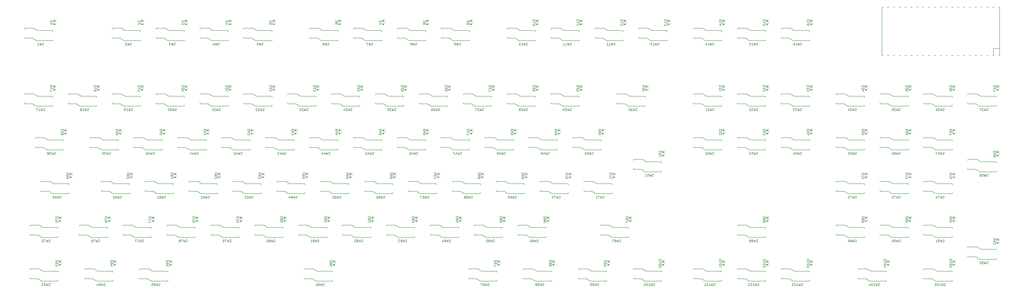
<source format=gbr>
%TF.GenerationSoftware,KiCad,Pcbnew,8.0.8*%
%TF.CreationDate,2025-04-08T21:15:21+02:00*%
%TF.ProjectId,TP-Board-iso105,54502d42-6f61-4726-942d-69736f313035,rev?*%
%TF.SameCoordinates,Original*%
%TF.FileFunction,Legend,Bot*%
%TF.FilePolarity,Positive*%
%FSLAX46Y46*%
G04 Gerber Fmt 4.6, Leading zero omitted, Abs format (unit mm)*
G04 Created by KiCad (PCBNEW 8.0.8) date 2025-04-08 21:15:21*
%MOMM*%
%LPD*%
G01*
G04 APERTURE LIST*
G04 Aperture macros list*
%AMRoundRect*
0 Rectangle with rounded corners*
0 $1 Rounding radius*
0 $2 $3 $4 $5 $6 $7 $8 $9 X,Y pos of 4 corners*
0 Add a 4 corners polygon primitive as box body*
4,1,4,$2,$3,$4,$5,$6,$7,$8,$9,$2,$3,0*
0 Add four circle primitives for the rounded corners*
1,1,$1+$1,$2,$3*
1,1,$1+$1,$4,$5*
1,1,$1+$1,$6,$7*
1,1,$1+$1,$8,$9*
0 Add four rect primitives between the rounded corners*
20,1,$1+$1,$2,$3,$4,$5,0*
20,1,$1+$1,$4,$5,$6,$7,0*
20,1,$1+$1,$6,$7,$8,$9,0*
20,1,$1+$1,$8,$9,$2,$3,0*%
G04 Aperture macros list end*
%ADD10C,0.150000*%
%ADD11C,0.120000*%
%ADD12C,3.000000*%
%ADD13C,5.100000*%
%ADD14R,2.550000X2.550000*%
%ADD15C,2.200000*%
%ADD16RoundRect,0.150000X0.200000X-0.150000X0.200000X0.150000X-0.200000X0.150000X-0.200000X-0.150000X0*%
%ADD17O,1.700000X1.700000*%
%ADD18R,1.700000X3.500000*%
%ADD19R,1.700000X1.700000*%
G04 APERTURE END LIST*
D10*
X211359523Y-76582200D02*
X211216666Y-76629819D01*
X211216666Y-76629819D02*
X210978571Y-76629819D01*
X210978571Y-76629819D02*
X210883333Y-76582200D01*
X210883333Y-76582200D02*
X210835714Y-76534580D01*
X210835714Y-76534580D02*
X210788095Y-76439342D01*
X210788095Y-76439342D02*
X210788095Y-76344104D01*
X210788095Y-76344104D02*
X210835714Y-76248866D01*
X210835714Y-76248866D02*
X210883333Y-76201247D01*
X210883333Y-76201247D02*
X210978571Y-76153628D01*
X210978571Y-76153628D02*
X211169047Y-76106009D01*
X211169047Y-76106009D02*
X211264285Y-76058390D01*
X211264285Y-76058390D02*
X211311904Y-76010771D01*
X211311904Y-76010771D02*
X211359523Y-75915533D01*
X211359523Y-75915533D02*
X211359523Y-75820295D01*
X211359523Y-75820295D02*
X211311904Y-75725057D01*
X211311904Y-75725057D02*
X211264285Y-75677438D01*
X211264285Y-75677438D02*
X211169047Y-75629819D01*
X211169047Y-75629819D02*
X210930952Y-75629819D01*
X210930952Y-75629819D02*
X210788095Y-75677438D01*
X210454761Y-75629819D02*
X210216666Y-76629819D01*
X210216666Y-76629819D02*
X210026190Y-75915533D01*
X210026190Y-75915533D02*
X209835714Y-76629819D01*
X209835714Y-76629819D02*
X209597619Y-75629819D01*
X209264285Y-75725057D02*
X209216666Y-75677438D01*
X209216666Y-75677438D02*
X209121428Y-75629819D01*
X209121428Y-75629819D02*
X208883333Y-75629819D01*
X208883333Y-75629819D02*
X208788095Y-75677438D01*
X208788095Y-75677438D02*
X208740476Y-75725057D01*
X208740476Y-75725057D02*
X208692857Y-75820295D01*
X208692857Y-75820295D02*
X208692857Y-75915533D01*
X208692857Y-75915533D02*
X208740476Y-76058390D01*
X208740476Y-76058390D02*
X209311904Y-76629819D01*
X209311904Y-76629819D02*
X208692857Y-76629819D01*
X207835714Y-75629819D02*
X208026190Y-75629819D01*
X208026190Y-75629819D02*
X208121428Y-75677438D01*
X208121428Y-75677438D02*
X208169047Y-75725057D01*
X208169047Y-75725057D02*
X208264285Y-75867914D01*
X208264285Y-75867914D02*
X208311904Y-76058390D01*
X208311904Y-76058390D02*
X208311904Y-76439342D01*
X208311904Y-76439342D02*
X208264285Y-76534580D01*
X208264285Y-76534580D02*
X208216666Y-76582200D01*
X208216666Y-76582200D02*
X208121428Y-76629819D01*
X208121428Y-76629819D02*
X207930952Y-76629819D01*
X207930952Y-76629819D02*
X207835714Y-76582200D01*
X207835714Y-76582200D02*
X207788095Y-76534580D01*
X207788095Y-76534580D02*
X207740476Y-76439342D01*
X207740476Y-76439342D02*
X207740476Y-76201247D01*
X207740476Y-76201247D02*
X207788095Y-76106009D01*
X207788095Y-76106009D02*
X207835714Y-76058390D01*
X207835714Y-76058390D02*
X207930952Y-76010771D01*
X207930952Y-76010771D02*
X208121428Y-76010771D01*
X208121428Y-76010771D02*
X208216666Y-76058390D01*
X208216666Y-76058390D02*
X208264285Y-76106009D01*
X208264285Y-76106009D02*
X208311904Y-76201247D01*
X282797023Y-114682200D02*
X282654166Y-114729819D01*
X282654166Y-114729819D02*
X282416071Y-114729819D01*
X282416071Y-114729819D02*
X282320833Y-114682200D01*
X282320833Y-114682200D02*
X282273214Y-114634580D01*
X282273214Y-114634580D02*
X282225595Y-114539342D01*
X282225595Y-114539342D02*
X282225595Y-114444104D01*
X282225595Y-114444104D02*
X282273214Y-114348866D01*
X282273214Y-114348866D02*
X282320833Y-114301247D01*
X282320833Y-114301247D02*
X282416071Y-114253628D01*
X282416071Y-114253628D02*
X282606547Y-114206009D01*
X282606547Y-114206009D02*
X282701785Y-114158390D01*
X282701785Y-114158390D02*
X282749404Y-114110771D01*
X282749404Y-114110771D02*
X282797023Y-114015533D01*
X282797023Y-114015533D02*
X282797023Y-113920295D01*
X282797023Y-113920295D02*
X282749404Y-113825057D01*
X282749404Y-113825057D02*
X282701785Y-113777438D01*
X282701785Y-113777438D02*
X282606547Y-113729819D01*
X282606547Y-113729819D02*
X282368452Y-113729819D01*
X282368452Y-113729819D02*
X282225595Y-113777438D01*
X281892261Y-113729819D02*
X281654166Y-114729819D01*
X281654166Y-114729819D02*
X281463690Y-114015533D01*
X281463690Y-114015533D02*
X281273214Y-114729819D01*
X281273214Y-114729819D02*
X281035119Y-113729819D01*
X280749404Y-113729819D02*
X280082738Y-113729819D01*
X280082738Y-113729819D02*
X280511309Y-114729819D01*
X279177976Y-114729819D02*
X279749404Y-114729819D01*
X279463690Y-114729819D02*
X279463690Y-113729819D01*
X279463690Y-113729819D02*
X279558928Y-113872676D01*
X279558928Y-113872676D02*
X279654166Y-113967914D01*
X279654166Y-113967914D02*
X279749404Y-114015533D01*
X206597023Y-114682200D02*
X206454166Y-114729819D01*
X206454166Y-114729819D02*
X206216071Y-114729819D01*
X206216071Y-114729819D02*
X206120833Y-114682200D01*
X206120833Y-114682200D02*
X206073214Y-114634580D01*
X206073214Y-114634580D02*
X206025595Y-114539342D01*
X206025595Y-114539342D02*
X206025595Y-114444104D01*
X206025595Y-114444104D02*
X206073214Y-114348866D01*
X206073214Y-114348866D02*
X206120833Y-114301247D01*
X206120833Y-114301247D02*
X206216071Y-114253628D01*
X206216071Y-114253628D02*
X206406547Y-114206009D01*
X206406547Y-114206009D02*
X206501785Y-114158390D01*
X206501785Y-114158390D02*
X206549404Y-114110771D01*
X206549404Y-114110771D02*
X206597023Y-114015533D01*
X206597023Y-114015533D02*
X206597023Y-113920295D01*
X206597023Y-113920295D02*
X206549404Y-113825057D01*
X206549404Y-113825057D02*
X206501785Y-113777438D01*
X206501785Y-113777438D02*
X206406547Y-113729819D01*
X206406547Y-113729819D02*
X206168452Y-113729819D01*
X206168452Y-113729819D02*
X206025595Y-113777438D01*
X205692261Y-113729819D02*
X205454166Y-114729819D01*
X205454166Y-114729819D02*
X205263690Y-114015533D01*
X205263690Y-114015533D02*
X205073214Y-114729819D01*
X205073214Y-114729819D02*
X204835119Y-113729819D01*
X204025595Y-113729819D02*
X204216071Y-113729819D01*
X204216071Y-113729819D02*
X204311309Y-113777438D01*
X204311309Y-113777438D02*
X204358928Y-113825057D01*
X204358928Y-113825057D02*
X204454166Y-113967914D01*
X204454166Y-113967914D02*
X204501785Y-114158390D01*
X204501785Y-114158390D02*
X204501785Y-114539342D01*
X204501785Y-114539342D02*
X204454166Y-114634580D01*
X204454166Y-114634580D02*
X204406547Y-114682200D01*
X204406547Y-114682200D02*
X204311309Y-114729819D01*
X204311309Y-114729819D02*
X204120833Y-114729819D01*
X204120833Y-114729819D02*
X204025595Y-114682200D01*
X204025595Y-114682200D02*
X203977976Y-114634580D01*
X203977976Y-114634580D02*
X203930357Y-114539342D01*
X203930357Y-114539342D02*
X203930357Y-114301247D01*
X203930357Y-114301247D02*
X203977976Y-114206009D01*
X203977976Y-114206009D02*
X204025595Y-114158390D01*
X204025595Y-114158390D02*
X204120833Y-114110771D01*
X204120833Y-114110771D02*
X204311309Y-114110771D01*
X204311309Y-114110771D02*
X204406547Y-114158390D01*
X204406547Y-114158390D02*
X204454166Y-114206009D01*
X204454166Y-114206009D02*
X204501785Y-114301247D01*
X203597023Y-113729819D02*
X202930357Y-113729819D01*
X202930357Y-113729819D02*
X203358928Y-114729819D01*
X125634523Y-95632200D02*
X125491666Y-95679819D01*
X125491666Y-95679819D02*
X125253571Y-95679819D01*
X125253571Y-95679819D02*
X125158333Y-95632200D01*
X125158333Y-95632200D02*
X125110714Y-95584580D01*
X125110714Y-95584580D02*
X125063095Y-95489342D01*
X125063095Y-95489342D02*
X125063095Y-95394104D01*
X125063095Y-95394104D02*
X125110714Y-95298866D01*
X125110714Y-95298866D02*
X125158333Y-95251247D01*
X125158333Y-95251247D02*
X125253571Y-95203628D01*
X125253571Y-95203628D02*
X125444047Y-95156009D01*
X125444047Y-95156009D02*
X125539285Y-95108390D01*
X125539285Y-95108390D02*
X125586904Y-95060771D01*
X125586904Y-95060771D02*
X125634523Y-94965533D01*
X125634523Y-94965533D02*
X125634523Y-94870295D01*
X125634523Y-94870295D02*
X125586904Y-94775057D01*
X125586904Y-94775057D02*
X125539285Y-94727438D01*
X125539285Y-94727438D02*
X125444047Y-94679819D01*
X125444047Y-94679819D02*
X125205952Y-94679819D01*
X125205952Y-94679819D02*
X125063095Y-94727438D01*
X124729761Y-94679819D02*
X124491666Y-95679819D01*
X124491666Y-95679819D02*
X124301190Y-94965533D01*
X124301190Y-94965533D02*
X124110714Y-95679819D01*
X124110714Y-95679819D02*
X123872619Y-94679819D01*
X123063095Y-95013152D02*
X123063095Y-95679819D01*
X123301190Y-94632200D02*
X123539285Y-95346485D01*
X123539285Y-95346485D02*
X122920238Y-95346485D01*
X122586904Y-94775057D02*
X122539285Y-94727438D01*
X122539285Y-94727438D02*
X122444047Y-94679819D01*
X122444047Y-94679819D02*
X122205952Y-94679819D01*
X122205952Y-94679819D02*
X122110714Y-94727438D01*
X122110714Y-94727438D02*
X122063095Y-94775057D01*
X122063095Y-94775057D02*
X122015476Y-94870295D01*
X122015476Y-94870295D02*
X122015476Y-94965533D01*
X122015476Y-94965533D02*
X122063095Y-95108390D01*
X122063095Y-95108390D02*
X122634523Y-95679819D01*
X122634523Y-95679819D02*
X122015476Y-95679819D01*
X187547023Y-114682200D02*
X187404166Y-114729819D01*
X187404166Y-114729819D02*
X187166071Y-114729819D01*
X187166071Y-114729819D02*
X187070833Y-114682200D01*
X187070833Y-114682200D02*
X187023214Y-114634580D01*
X187023214Y-114634580D02*
X186975595Y-114539342D01*
X186975595Y-114539342D02*
X186975595Y-114444104D01*
X186975595Y-114444104D02*
X187023214Y-114348866D01*
X187023214Y-114348866D02*
X187070833Y-114301247D01*
X187070833Y-114301247D02*
X187166071Y-114253628D01*
X187166071Y-114253628D02*
X187356547Y-114206009D01*
X187356547Y-114206009D02*
X187451785Y-114158390D01*
X187451785Y-114158390D02*
X187499404Y-114110771D01*
X187499404Y-114110771D02*
X187547023Y-114015533D01*
X187547023Y-114015533D02*
X187547023Y-113920295D01*
X187547023Y-113920295D02*
X187499404Y-113825057D01*
X187499404Y-113825057D02*
X187451785Y-113777438D01*
X187451785Y-113777438D02*
X187356547Y-113729819D01*
X187356547Y-113729819D02*
X187118452Y-113729819D01*
X187118452Y-113729819D02*
X186975595Y-113777438D01*
X186642261Y-113729819D02*
X186404166Y-114729819D01*
X186404166Y-114729819D02*
X186213690Y-114015533D01*
X186213690Y-114015533D02*
X186023214Y-114729819D01*
X186023214Y-114729819D02*
X185785119Y-113729819D01*
X184975595Y-113729819D02*
X185166071Y-113729819D01*
X185166071Y-113729819D02*
X185261309Y-113777438D01*
X185261309Y-113777438D02*
X185308928Y-113825057D01*
X185308928Y-113825057D02*
X185404166Y-113967914D01*
X185404166Y-113967914D02*
X185451785Y-114158390D01*
X185451785Y-114158390D02*
X185451785Y-114539342D01*
X185451785Y-114539342D02*
X185404166Y-114634580D01*
X185404166Y-114634580D02*
X185356547Y-114682200D01*
X185356547Y-114682200D02*
X185261309Y-114729819D01*
X185261309Y-114729819D02*
X185070833Y-114729819D01*
X185070833Y-114729819D02*
X184975595Y-114682200D01*
X184975595Y-114682200D02*
X184927976Y-114634580D01*
X184927976Y-114634580D02*
X184880357Y-114539342D01*
X184880357Y-114539342D02*
X184880357Y-114301247D01*
X184880357Y-114301247D02*
X184927976Y-114206009D01*
X184927976Y-114206009D02*
X184975595Y-114158390D01*
X184975595Y-114158390D02*
X185070833Y-114110771D01*
X185070833Y-114110771D02*
X185261309Y-114110771D01*
X185261309Y-114110771D02*
X185356547Y-114158390D01*
X185356547Y-114158390D02*
X185404166Y-114206009D01*
X185404166Y-114206009D02*
X185451785Y-114301247D01*
X184023214Y-113729819D02*
X184213690Y-113729819D01*
X184213690Y-113729819D02*
X184308928Y-113777438D01*
X184308928Y-113777438D02*
X184356547Y-113825057D01*
X184356547Y-113825057D02*
X184451785Y-113967914D01*
X184451785Y-113967914D02*
X184499404Y-114158390D01*
X184499404Y-114158390D02*
X184499404Y-114539342D01*
X184499404Y-114539342D02*
X184451785Y-114634580D01*
X184451785Y-114634580D02*
X184404166Y-114682200D01*
X184404166Y-114682200D02*
X184308928Y-114729819D01*
X184308928Y-114729819D02*
X184118452Y-114729819D01*
X184118452Y-114729819D02*
X184023214Y-114682200D01*
X184023214Y-114682200D02*
X183975595Y-114634580D01*
X183975595Y-114634580D02*
X183927976Y-114539342D01*
X183927976Y-114539342D02*
X183927976Y-114301247D01*
X183927976Y-114301247D02*
X183975595Y-114206009D01*
X183975595Y-114206009D02*
X184023214Y-114158390D01*
X184023214Y-114158390D02*
X184118452Y-114110771D01*
X184118452Y-114110771D02*
X184308928Y-114110771D01*
X184308928Y-114110771D02*
X184404166Y-114158390D01*
X184404166Y-114158390D02*
X184451785Y-114206009D01*
X184451785Y-114206009D02*
X184499404Y-114301247D01*
X116109523Y-76582200D02*
X115966666Y-76629819D01*
X115966666Y-76629819D02*
X115728571Y-76629819D01*
X115728571Y-76629819D02*
X115633333Y-76582200D01*
X115633333Y-76582200D02*
X115585714Y-76534580D01*
X115585714Y-76534580D02*
X115538095Y-76439342D01*
X115538095Y-76439342D02*
X115538095Y-76344104D01*
X115538095Y-76344104D02*
X115585714Y-76248866D01*
X115585714Y-76248866D02*
X115633333Y-76201247D01*
X115633333Y-76201247D02*
X115728571Y-76153628D01*
X115728571Y-76153628D02*
X115919047Y-76106009D01*
X115919047Y-76106009D02*
X116014285Y-76058390D01*
X116014285Y-76058390D02*
X116061904Y-76010771D01*
X116061904Y-76010771D02*
X116109523Y-75915533D01*
X116109523Y-75915533D02*
X116109523Y-75820295D01*
X116109523Y-75820295D02*
X116061904Y-75725057D01*
X116061904Y-75725057D02*
X116014285Y-75677438D01*
X116014285Y-75677438D02*
X115919047Y-75629819D01*
X115919047Y-75629819D02*
X115680952Y-75629819D01*
X115680952Y-75629819D02*
X115538095Y-75677438D01*
X115204761Y-75629819D02*
X114966666Y-76629819D01*
X114966666Y-76629819D02*
X114776190Y-75915533D01*
X114776190Y-75915533D02*
X114585714Y-76629819D01*
X114585714Y-76629819D02*
X114347619Y-75629819D01*
X114014285Y-75725057D02*
X113966666Y-75677438D01*
X113966666Y-75677438D02*
X113871428Y-75629819D01*
X113871428Y-75629819D02*
X113633333Y-75629819D01*
X113633333Y-75629819D02*
X113538095Y-75677438D01*
X113538095Y-75677438D02*
X113490476Y-75725057D01*
X113490476Y-75725057D02*
X113442857Y-75820295D01*
X113442857Y-75820295D02*
X113442857Y-75915533D01*
X113442857Y-75915533D02*
X113490476Y-76058390D01*
X113490476Y-76058390D02*
X114061904Y-76629819D01*
X114061904Y-76629819D02*
X113442857Y-76629819D01*
X112490476Y-76629819D02*
X113061904Y-76629819D01*
X112776190Y-76629819D02*
X112776190Y-75629819D01*
X112776190Y-75629819D02*
X112871428Y-75772676D01*
X112871428Y-75772676D02*
X112966666Y-75867914D01*
X112966666Y-75867914D02*
X113061904Y-75915533D01*
X368522023Y-48007200D02*
X368379166Y-48054819D01*
X368379166Y-48054819D02*
X368141071Y-48054819D01*
X368141071Y-48054819D02*
X368045833Y-48007200D01*
X368045833Y-48007200D02*
X367998214Y-47959580D01*
X367998214Y-47959580D02*
X367950595Y-47864342D01*
X367950595Y-47864342D02*
X367950595Y-47769104D01*
X367950595Y-47769104D02*
X367998214Y-47673866D01*
X367998214Y-47673866D02*
X368045833Y-47626247D01*
X368045833Y-47626247D02*
X368141071Y-47578628D01*
X368141071Y-47578628D02*
X368331547Y-47531009D01*
X368331547Y-47531009D02*
X368426785Y-47483390D01*
X368426785Y-47483390D02*
X368474404Y-47435771D01*
X368474404Y-47435771D02*
X368522023Y-47340533D01*
X368522023Y-47340533D02*
X368522023Y-47245295D01*
X368522023Y-47245295D02*
X368474404Y-47150057D01*
X368474404Y-47150057D02*
X368426785Y-47102438D01*
X368426785Y-47102438D02*
X368331547Y-47054819D01*
X368331547Y-47054819D02*
X368093452Y-47054819D01*
X368093452Y-47054819D02*
X367950595Y-47102438D01*
X367617261Y-47054819D02*
X367379166Y-48054819D01*
X367379166Y-48054819D02*
X367188690Y-47340533D01*
X367188690Y-47340533D02*
X366998214Y-48054819D01*
X366998214Y-48054819D02*
X366760119Y-47054819D01*
X365855357Y-48054819D02*
X366426785Y-48054819D01*
X366141071Y-48054819D02*
X366141071Y-47054819D01*
X366141071Y-47054819D02*
X366236309Y-47197676D01*
X366236309Y-47197676D02*
X366331547Y-47292914D01*
X366331547Y-47292914D02*
X366426785Y-47340533D01*
X364998214Y-47054819D02*
X365188690Y-47054819D01*
X365188690Y-47054819D02*
X365283928Y-47102438D01*
X365283928Y-47102438D02*
X365331547Y-47150057D01*
X365331547Y-47150057D02*
X365426785Y-47292914D01*
X365426785Y-47292914D02*
X365474404Y-47483390D01*
X365474404Y-47483390D02*
X365474404Y-47864342D01*
X365474404Y-47864342D02*
X365426785Y-47959580D01*
X365426785Y-47959580D02*
X365379166Y-48007200D01*
X365379166Y-48007200D02*
X365283928Y-48054819D01*
X365283928Y-48054819D02*
X365093452Y-48054819D01*
X365093452Y-48054819D02*
X364998214Y-48007200D01*
X364998214Y-48007200D02*
X364950595Y-47959580D01*
X364950595Y-47959580D02*
X364902976Y-47864342D01*
X364902976Y-47864342D02*
X364902976Y-47626247D01*
X364902976Y-47626247D02*
X364950595Y-47531009D01*
X364950595Y-47531009D02*
X364998214Y-47483390D01*
X364998214Y-47483390D02*
X365093452Y-47435771D01*
X365093452Y-47435771D02*
X365283928Y-47435771D01*
X365283928Y-47435771D02*
X365379166Y-47483390D01*
X365379166Y-47483390D02*
X365426785Y-47531009D01*
X365426785Y-47531009D02*
X365474404Y-47626247D01*
X63722023Y-133732200D02*
X63579166Y-133779819D01*
X63579166Y-133779819D02*
X63341071Y-133779819D01*
X63341071Y-133779819D02*
X63245833Y-133732200D01*
X63245833Y-133732200D02*
X63198214Y-133684580D01*
X63198214Y-133684580D02*
X63150595Y-133589342D01*
X63150595Y-133589342D02*
X63150595Y-133494104D01*
X63150595Y-133494104D02*
X63198214Y-133398866D01*
X63198214Y-133398866D02*
X63245833Y-133351247D01*
X63245833Y-133351247D02*
X63341071Y-133303628D01*
X63341071Y-133303628D02*
X63531547Y-133256009D01*
X63531547Y-133256009D02*
X63626785Y-133208390D01*
X63626785Y-133208390D02*
X63674404Y-133160771D01*
X63674404Y-133160771D02*
X63722023Y-133065533D01*
X63722023Y-133065533D02*
X63722023Y-132970295D01*
X63722023Y-132970295D02*
X63674404Y-132875057D01*
X63674404Y-132875057D02*
X63626785Y-132827438D01*
X63626785Y-132827438D02*
X63531547Y-132779819D01*
X63531547Y-132779819D02*
X63293452Y-132779819D01*
X63293452Y-132779819D02*
X63150595Y-132827438D01*
X62817261Y-132779819D02*
X62579166Y-133779819D01*
X62579166Y-133779819D02*
X62388690Y-133065533D01*
X62388690Y-133065533D02*
X62198214Y-133779819D01*
X62198214Y-133779819D02*
X61960119Y-132779819D01*
X61674404Y-132779819D02*
X61007738Y-132779819D01*
X61007738Y-132779819D02*
X61436309Y-133779819D01*
X60198214Y-132779819D02*
X60388690Y-132779819D01*
X60388690Y-132779819D02*
X60483928Y-132827438D01*
X60483928Y-132827438D02*
X60531547Y-132875057D01*
X60531547Y-132875057D02*
X60626785Y-133017914D01*
X60626785Y-133017914D02*
X60674404Y-133208390D01*
X60674404Y-133208390D02*
X60674404Y-133589342D01*
X60674404Y-133589342D02*
X60626785Y-133684580D01*
X60626785Y-133684580D02*
X60579166Y-133732200D01*
X60579166Y-133732200D02*
X60483928Y-133779819D01*
X60483928Y-133779819D02*
X60293452Y-133779819D01*
X60293452Y-133779819D02*
X60198214Y-133732200D01*
X60198214Y-133732200D02*
X60150595Y-133684580D01*
X60150595Y-133684580D02*
X60102976Y-133589342D01*
X60102976Y-133589342D02*
X60102976Y-133351247D01*
X60102976Y-133351247D02*
X60150595Y-133256009D01*
X60150595Y-133256009D02*
X60198214Y-133208390D01*
X60198214Y-133208390D02*
X60293452Y-133160771D01*
X60293452Y-133160771D02*
X60483928Y-133160771D01*
X60483928Y-133160771D02*
X60579166Y-133208390D01*
X60579166Y-133208390D02*
X60626785Y-133256009D01*
X60626785Y-133256009D02*
X60674404Y-133351247D01*
X449484523Y-105157200D02*
X449341666Y-105204819D01*
X449341666Y-105204819D02*
X449103571Y-105204819D01*
X449103571Y-105204819D02*
X449008333Y-105157200D01*
X449008333Y-105157200D02*
X448960714Y-105109580D01*
X448960714Y-105109580D02*
X448913095Y-105014342D01*
X448913095Y-105014342D02*
X448913095Y-104919104D01*
X448913095Y-104919104D02*
X448960714Y-104823866D01*
X448960714Y-104823866D02*
X449008333Y-104776247D01*
X449008333Y-104776247D02*
X449103571Y-104728628D01*
X449103571Y-104728628D02*
X449294047Y-104681009D01*
X449294047Y-104681009D02*
X449389285Y-104633390D01*
X449389285Y-104633390D02*
X449436904Y-104585771D01*
X449436904Y-104585771D02*
X449484523Y-104490533D01*
X449484523Y-104490533D02*
X449484523Y-104395295D01*
X449484523Y-104395295D02*
X449436904Y-104300057D01*
X449436904Y-104300057D02*
X449389285Y-104252438D01*
X449389285Y-104252438D02*
X449294047Y-104204819D01*
X449294047Y-104204819D02*
X449055952Y-104204819D01*
X449055952Y-104204819D02*
X448913095Y-104252438D01*
X448579761Y-104204819D02*
X448341666Y-105204819D01*
X448341666Y-105204819D02*
X448151190Y-104490533D01*
X448151190Y-104490533D02*
X447960714Y-105204819D01*
X447960714Y-105204819D02*
X447722619Y-104204819D01*
X446865476Y-104204819D02*
X447341666Y-104204819D01*
X447341666Y-104204819D02*
X447389285Y-104681009D01*
X447389285Y-104681009D02*
X447341666Y-104633390D01*
X447341666Y-104633390D02*
X447246428Y-104585771D01*
X447246428Y-104585771D02*
X447008333Y-104585771D01*
X447008333Y-104585771D02*
X446913095Y-104633390D01*
X446913095Y-104633390D02*
X446865476Y-104681009D01*
X446865476Y-104681009D02*
X446817857Y-104776247D01*
X446817857Y-104776247D02*
X446817857Y-105014342D01*
X446817857Y-105014342D02*
X446865476Y-105109580D01*
X446865476Y-105109580D02*
X446913095Y-105157200D01*
X446913095Y-105157200D02*
X447008333Y-105204819D01*
X447008333Y-105204819D02*
X447246428Y-105204819D01*
X447246428Y-105204819D02*
X447341666Y-105157200D01*
X447341666Y-105157200D02*
X447389285Y-105109580D01*
X446246428Y-104633390D02*
X446341666Y-104585771D01*
X446341666Y-104585771D02*
X446389285Y-104538152D01*
X446389285Y-104538152D02*
X446436904Y-104442914D01*
X446436904Y-104442914D02*
X446436904Y-104395295D01*
X446436904Y-104395295D02*
X446389285Y-104300057D01*
X446389285Y-104300057D02*
X446341666Y-104252438D01*
X446341666Y-104252438D02*
X446246428Y-104204819D01*
X446246428Y-104204819D02*
X446055952Y-104204819D01*
X446055952Y-104204819D02*
X445960714Y-104252438D01*
X445960714Y-104252438D02*
X445913095Y-104300057D01*
X445913095Y-104300057D02*
X445865476Y-104395295D01*
X445865476Y-104395295D02*
X445865476Y-104442914D01*
X445865476Y-104442914D02*
X445913095Y-104538152D01*
X445913095Y-104538152D02*
X445960714Y-104585771D01*
X445960714Y-104585771D02*
X446055952Y-104633390D01*
X446055952Y-104633390D02*
X446246428Y-104633390D01*
X446246428Y-104633390D02*
X446341666Y-104681009D01*
X446341666Y-104681009D02*
X446389285Y-104728628D01*
X446389285Y-104728628D02*
X446436904Y-104823866D01*
X446436904Y-104823866D02*
X446436904Y-105014342D01*
X446436904Y-105014342D02*
X446389285Y-105109580D01*
X446389285Y-105109580D02*
X446341666Y-105157200D01*
X446341666Y-105157200D02*
X446246428Y-105204819D01*
X446246428Y-105204819D02*
X446055952Y-105204819D01*
X446055952Y-105204819D02*
X445960714Y-105157200D01*
X445960714Y-105157200D02*
X445913095Y-105109580D01*
X445913095Y-105109580D02*
X445865476Y-105014342D01*
X445865476Y-105014342D02*
X445865476Y-104823866D01*
X445865476Y-104823866D02*
X445913095Y-104728628D01*
X445913095Y-104728628D02*
X445960714Y-104681009D01*
X445960714Y-104681009D02*
X446055952Y-104633390D01*
X349472023Y-133732200D02*
X349329166Y-133779819D01*
X349329166Y-133779819D02*
X349091071Y-133779819D01*
X349091071Y-133779819D02*
X348995833Y-133732200D01*
X348995833Y-133732200D02*
X348948214Y-133684580D01*
X348948214Y-133684580D02*
X348900595Y-133589342D01*
X348900595Y-133589342D02*
X348900595Y-133494104D01*
X348900595Y-133494104D02*
X348948214Y-133398866D01*
X348948214Y-133398866D02*
X348995833Y-133351247D01*
X348995833Y-133351247D02*
X349091071Y-133303628D01*
X349091071Y-133303628D02*
X349281547Y-133256009D01*
X349281547Y-133256009D02*
X349376785Y-133208390D01*
X349376785Y-133208390D02*
X349424404Y-133160771D01*
X349424404Y-133160771D02*
X349472023Y-133065533D01*
X349472023Y-133065533D02*
X349472023Y-132970295D01*
X349472023Y-132970295D02*
X349424404Y-132875057D01*
X349424404Y-132875057D02*
X349376785Y-132827438D01*
X349376785Y-132827438D02*
X349281547Y-132779819D01*
X349281547Y-132779819D02*
X349043452Y-132779819D01*
X349043452Y-132779819D02*
X348900595Y-132827438D01*
X348567261Y-132779819D02*
X348329166Y-133779819D01*
X348329166Y-133779819D02*
X348138690Y-133065533D01*
X348138690Y-133065533D02*
X347948214Y-133779819D01*
X347948214Y-133779819D02*
X347710119Y-132779819D01*
X347186309Y-133208390D02*
X347281547Y-133160771D01*
X347281547Y-133160771D02*
X347329166Y-133113152D01*
X347329166Y-133113152D02*
X347376785Y-133017914D01*
X347376785Y-133017914D02*
X347376785Y-132970295D01*
X347376785Y-132970295D02*
X347329166Y-132875057D01*
X347329166Y-132875057D02*
X347281547Y-132827438D01*
X347281547Y-132827438D02*
X347186309Y-132779819D01*
X347186309Y-132779819D02*
X346995833Y-132779819D01*
X346995833Y-132779819D02*
X346900595Y-132827438D01*
X346900595Y-132827438D02*
X346852976Y-132875057D01*
X346852976Y-132875057D02*
X346805357Y-132970295D01*
X346805357Y-132970295D02*
X346805357Y-133017914D01*
X346805357Y-133017914D02*
X346852976Y-133113152D01*
X346852976Y-133113152D02*
X346900595Y-133160771D01*
X346900595Y-133160771D02*
X346995833Y-133208390D01*
X346995833Y-133208390D02*
X347186309Y-133208390D01*
X347186309Y-133208390D02*
X347281547Y-133256009D01*
X347281547Y-133256009D02*
X347329166Y-133303628D01*
X347329166Y-133303628D02*
X347376785Y-133398866D01*
X347376785Y-133398866D02*
X347376785Y-133589342D01*
X347376785Y-133589342D02*
X347329166Y-133684580D01*
X347329166Y-133684580D02*
X347281547Y-133732200D01*
X347281547Y-133732200D02*
X347186309Y-133779819D01*
X347186309Y-133779819D02*
X346995833Y-133779819D01*
X346995833Y-133779819D02*
X346900595Y-133732200D01*
X346900595Y-133732200D02*
X346852976Y-133684580D01*
X346852976Y-133684580D02*
X346805357Y-133589342D01*
X346805357Y-133589342D02*
X346805357Y-133398866D01*
X346805357Y-133398866D02*
X346852976Y-133303628D01*
X346852976Y-133303628D02*
X346900595Y-133256009D01*
X346900595Y-133256009D02*
X346995833Y-133208390D01*
X346233928Y-133208390D02*
X346329166Y-133160771D01*
X346329166Y-133160771D02*
X346376785Y-133113152D01*
X346376785Y-133113152D02*
X346424404Y-133017914D01*
X346424404Y-133017914D02*
X346424404Y-132970295D01*
X346424404Y-132970295D02*
X346376785Y-132875057D01*
X346376785Y-132875057D02*
X346329166Y-132827438D01*
X346329166Y-132827438D02*
X346233928Y-132779819D01*
X346233928Y-132779819D02*
X346043452Y-132779819D01*
X346043452Y-132779819D02*
X345948214Y-132827438D01*
X345948214Y-132827438D02*
X345900595Y-132875057D01*
X345900595Y-132875057D02*
X345852976Y-132970295D01*
X345852976Y-132970295D02*
X345852976Y-133017914D01*
X345852976Y-133017914D02*
X345900595Y-133113152D01*
X345900595Y-133113152D02*
X345948214Y-133160771D01*
X345948214Y-133160771D02*
X346043452Y-133208390D01*
X346043452Y-133208390D02*
X346233928Y-133208390D01*
X346233928Y-133208390D02*
X346329166Y-133256009D01*
X346329166Y-133256009D02*
X346376785Y-133303628D01*
X346376785Y-133303628D02*
X346424404Y-133398866D01*
X346424404Y-133398866D02*
X346424404Y-133589342D01*
X346424404Y-133589342D02*
X346376785Y-133684580D01*
X346376785Y-133684580D02*
X346329166Y-133732200D01*
X346329166Y-133732200D02*
X346233928Y-133779819D01*
X346233928Y-133779819D02*
X346043452Y-133779819D01*
X346043452Y-133779819D02*
X345948214Y-133732200D01*
X345948214Y-133732200D02*
X345900595Y-133684580D01*
X345900595Y-133684580D02*
X345852976Y-133589342D01*
X345852976Y-133589342D02*
X345852976Y-133398866D01*
X345852976Y-133398866D02*
X345900595Y-133303628D01*
X345900595Y-133303628D02*
X345948214Y-133256009D01*
X345948214Y-133256009D02*
X346043452Y-133208390D01*
X278034523Y-95632200D02*
X277891666Y-95679819D01*
X277891666Y-95679819D02*
X277653571Y-95679819D01*
X277653571Y-95679819D02*
X277558333Y-95632200D01*
X277558333Y-95632200D02*
X277510714Y-95584580D01*
X277510714Y-95584580D02*
X277463095Y-95489342D01*
X277463095Y-95489342D02*
X277463095Y-95394104D01*
X277463095Y-95394104D02*
X277510714Y-95298866D01*
X277510714Y-95298866D02*
X277558333Y-95251247D01*
X277558333Y-95251247D02*
X277653571Y-95203628D01*
X277653571Y-95203628D02*
X277844047Y-95156009D01*
X277844047Y-95156009D02*
X277939285Y-95108390D01*
X277939285Y-95108390D02*
X277986904Y-95060771D01*
X277986904Y-95060771D02*
X278034523Y-94965533D01*
X278034523Y-94965533D02*
X278034523Y-94870295D01*
X278034523Y-94870295D02*
X277986904Y-94775057D01*
X277986904Y-94775057D02*
X277939285Y-94727438D01*
X277939285Y-94727438D02*
X277844047Y-94679819D01*
X277844047Y-94679819D02*
X277605952Y-94679819D01*
X277605952Y-94679819D02*
X277463095Y-94727438D01*
X277129761Y-94679819D02*
X276891666Y-95679819D01*
X276891666Y-95679819D02*
X276701190Y-94965533D01*
X276701190Y-94965533D02*
X276510714Y-95679819D01*
X276510714Y-95679819D02*
X276272619Y-94679819D01*
X275415476Y-94679819D02*
X275891666Y-94679819D01*
X275891666Y-94679819D02*
X275939285Y-95156009D01*
X275939285Y-95156009D02*
X275891666Y-95108390D01*
X275891666Y-95108390D02*
X275796428Y-95060771D01*
X275796428Y-95060771D02*
X275558333Y-95060771D01*
X275558333Y-95060771D02*
X275463095Y-95108390D01*
X275463095Y-95108390D02*
X275415476Y-95156009D01*
X275415476Y-95156009D02*
X275367857Y-95251247D01*
X275367857Y-95251247D02*
X275367857Y-95489342D01*
X275367857Y-95489342D02*
X275415476Y-95584580D01*
X275415476Y-95584580D02*
X275463095Y-95632200D01*
X275463095Y-95632200D02*
X275558333Y-95679819D01*
X275558333Y-95679819D02*
X275796428Y-95679819D01*
X275796428Y-95679819D02*
X275891666Y-95632200D01*
X275891666Y-95632200D02*
X275939285Y-95584580D01*
X274748809Y-94679819D02*
X274653571Y-94679819D01*
X274653571Y-94679819D02*
X274558333Y-94727438D01*
X274558333Y-94727438D02*
X274510714Y-94775057D01*
X274510714Y-94775057D02*
X274463095Y-94870295D01*
X274463095Y-94870295D02*
X274415476Y-95060771D01*
X274415476Y-95060771D02*
X274415476Y-95298866D01*
X274415476Y-95298866D02*
X274463095Y-95489342D01*
X274463095Y-95489342D02*
X274510714Y-95584580D01*
X274510714Y-95584580D02*
X274558333Y-95632200D01*
X274558333Y-95632200D02*
X274653571Y-95679819D01*
X274653571Y-95679819D02*
X274748809Y-95679819D01*
X274748809Y-95679819D02*
X274844047Y-95632200D01*
X274844047Y-95632200D02*
X274891666Y-95584580D01*
X274891666Y-95584580D02*
X274939285Y-95489342D01*
X274939285Y-95489342D02*
X274986904Y-95298866D01*
X274986904Y-95298866D02*
X274986904Y-95060771D01*
X274986904Y-95060771D02*
X274939285Y-94870295D01*
X274939285Y-94870295D02*
X274891666Y-94775057D01*
X274891666Y-94775057D02*
X274844047Y-94727438D01*
X274844047Y-94727438D02*
X274748809Y-94679819D01*
X289940773Y-133732200D02*
X289797916Y-133779819D01*
X289797916Y-133779819D02*
X289559821Y-133779819D01*
X289559821Y-133779819D02*
X289464583Y-133732200D01*
X289464583Y-133732200D02*
X289416964Y-133684580D01*
X289416964Y-133684580D02*
X289369345Y-133589342D01*
X289369345Y-133589342D02*
X289369345Y-133494104D01*
X289369345Y-133494104D02*
X289416964Y-133398866D01*
X289416964Y-133398866D02*
X289464583Y-133351247D01*
X289464583Y-133351247D02*
X289559821Y-133303628D01*
X289559821Y-133303628D02*
X289750297Y-133256009D01*
X289750297Y-133256009D02*
X289845535Y-133208390D01*
X289845535Y-133208390D02*
X289893154Y-133160771D01*
X289893154Y-133160771D02*
X289940773Y-133065533D01*
X289940773Y-133065533D02*
X289940773Y-132970295D01*
X289940773Y-132970295D02*
X289893154Y-132875057D01*
X289893154Y-132875057D02*
X289845535Y-132827438D01*
X289845535Y-132827438D02*
X289750297Y-132779819D01*
X289750297Y-132779819D02*
X289512202Y-132779819D01*
X289512202Y-132779819D02*
X289369345Y-132827438D01*
X289036011Y-132779819D02*
X288797916Y-133779819D01*
X288797916Y-133779819D02*
X288607440Y-133065533D01*
X288607440Y-133065533D02*
X288416964Y-133779819D01*
X288416964Y-133779819D02*
X288178869Y-132779819D01*
X287655059Y-133208390D02*
X287750297Y-133160771D01*
X287750297Y-133160771D02*
X287797916Y-133113152D01*
X287797916Y-133113152D02*
X287845535Y-133017914D01*
X287845535Y-133017914D02*
X287845535Y-132970295D01*
X287845535Y-132970295D02*
X287797916Y-132875057D01*
X287797916Y-132875057D02*
X287750297Y-132827438D01*
X287750297Y-132827438D02*
X287655059Y-132779819D01*
X287655059Y-132779819D02*
X287464583Y-132779819D01*
X287464583Y-132779819D02*
X287369345Y-132827438D01*
X287369345Y-132827438D02*
X287321726Y-132875057D01*
X287321726Y-132875057D02*
X287274107Y-132970295D01*
X287274107Y-132970295D02*
X287274107Y-133017914D01*
X287274107Y-133017914D02*
X287321726Y-133113152D01*
X287321726Y-133113152D02*
X287369345Y-133160771D01*
X287369345Y-133160771D02*
X287464583Y-133208390D01*
X287464583Y-133208390D02*
X287655059Y-133208390D01*
X287655059Y-133208390D02*
X287750297Y-133256009D01*
X287750297Y-133256009D02*
X287797916Y-133303628D01*
X287797916Y-133303628D02*
X287845535Y-133398866D01*
X287845535Y-133398866D02*
X287845535Y-133589342D01*
X287845535Y-133589342D02*
X287797916Y-133684580D01*
X287797916Y-133684580D02*
X287750297Y-133732200D01*
X287750297Y-133732200D02*
X287655059Y-133779819D01*
X287655059Y-133779819D02*
X287464583Y-133779819D01*
X287464583Y-133779819D02*
X287369345Y-133732200D01*
X287369345Y-133732200D02*
X287321726Y-133684580D01*
X287321726Y-133684580D02*
X287274107Y-133589342D01*
X287274107Y-133589342D02*
X287274107Y-133398866D01*
X287274107Y-133398866D02*
X287321726Y-133303628D01*
X287321726Y-133303628D02*
X287369345Y-133256009D01*
X287369345Y-133256009D02*
X287464583Y-133208390D01*
X286940773Y-132779819D02*
X286274107Y-132779819D01*
X286274107Y-132779819D02*
X286702678Y-133779819D01*
X430434523Y-95632200D02*
X430291666Y-95679819D01*
X430291666Y-95679819D02*
X430053571Y-95679819D01*
X430053571Y-95679819D02*
X429958333Y-95632200D01*
X429958333Y-95632200D02*
X429910714Y-95584580D01*
X429910714Y-95584580D02*
X429863095Y-95489342D01*
X429863095Y-95489342D02*
X429863095Y-95394104D01*
X429863095Y-95394104D02*
X429910714Y-95298866D01*
X429910714Y-95298866D02*
X429958333Y-95251247D01*
X429958333Y-95251247D02*
X430053571Y-95203628D01*
X430053571Y-95203628D02*
X430244047Y-95156009D01*
X430244047Y-95156009D02*
X430339285Y-95108390D01*
X430339285Y-95108390D02*
X430386904Y-95060771D01*
X430386904Y-95060771D02*
X430434523Y-94965533D01*
X430434523Y-94965533D02*
X430434523Y-94870295D01*
X430434523Y-94870295D02*
X430386904Y-94775057D01*
X430386904Y-94775057D02*
X430339285Y-94727438D01*
X430339285Y-94727438D02*
X430244047Y-94679819D01*
X430244047Y-94679819D02*
X430005952Y-94679819D01*
X430005952Y-94679819D02*
X429863095Y-94727438D01*
X429529761Y-94679819D02*
X429291666Y-95679819D01*
X429291666Y-95679819D02*
X429101190Y-94965533D01*
X429101190Y-94965533D02*
X428910714Y-95679819D01*
X428910714Y-95679819D02*
X428672619Y-94679819D01*
X427815476Y-94679819D02*
X428291666Y-94679819D01*
X428291666Y-94679819D02*
X428339285Y-95156009D01*
X428339285Y-95156009D02*
X428291666Y-95108390D01*
X428291666Y-95108390D02*
X428196428Y-95060771D01*
X428196428Y-95060771D02*
X427958333Y-95060771D01*
X427958333Y-95060771D02*
X427863095Y-95108390D01*
X427863095Y-95108390D02*
X427815476Y-95156009D01*
X427815476Y-95156009D02*
X427767857Y-95251247D01*
X427767857Y-95251247D02*
X427767857Y-95489342D01*
X427767857Y-95489342D02*
X427815476Y-95584580D01*
X427815476Y-95584580D02*
X427863095Y-95632200D01*
X427863095Y-95632200D02*
X427958333Y-95679819D01*
X427958333Y-95679819D02*
X428196428Y-95679819D01*
X428196428Y-95679819D02*
X428291666Y-95632200D01*
X428291666Y-95632200D02*
X428339285Y-95584580D01*
X427434523Y-94679819D02*
X426767857Y-94679819D01*
X426767857Y-94679819D02*
X427196428Y-95679819D01*
X392334523Y-76582200D02*
X392191666Y-76629819D01*
X392191666Y-76629819D02*
X391953571Y-76629819D01*
X391953571Y-76629819D02*
X391858333Y-76582200D01*
X391858333Y-76582200D02*
X391810714Y-76534580D01*
X391810714Y-76534580D02*
X391763095Y-76439342D01*
X391763095Y-76439342D02*
X391763095Y-76344104D01*
X391763095Y-76344104D02*
X391810714Y-76248866D01*
X391810714Y-76248866D02*
X391858333Y-76201247D01*
X391858333Y-76201247D02*
X391953571Y-76153628D01*
X391953571Y-76153628D02*
X392144047Y-76106009D01*
X392144047Y-76106009D02*
X392239285Y-76058390D01*
X392239285Y-76058390D02*
X392286904Y-76010771D01*
X392286904Y-76010771D02*
X392334523Y-75915533D01*
X392334523Y-75915533D02*
X392334523Y-75820295D01*
X392334523Y-75820295D02*
X392286904Y-75725057D01*
X392286904Y-75725057D02*
X392239285Y-75677438D01*
X392239285Y-75677438D02*
X392144047Y-75629819D01*
X392144047Y-75629819D02*
X391905952Y-75629819D01*
X391905952Y-75629819D02*
X391763095Y-75677438D01*
X391429761Y-75629819D02*
X391191666Y-76629819D01*
X391191666Y-76629819D02*
X391001190Y-75915533D01*
X391001190Y-75915533D02*
X390810714Y-76629819D01*
X390810714Y-76629819D02*
X390572619Y-75629819D01*
X390286904Y-75629819D02*
X389667857Y-75629819D01*
X389667857Y-75629819D02*
X390001190Y-76010771D01*
X390001190Y-76010771D02*
X389858333Y-76010771D01*
X389858333Y-76010771D02*
X389763095Y-76058390D01*
X389763095Y-76058390D02*
X389715476Y-76106009D01*
X389715476Y-76106009D02*
X389667857Y-76201247D01*
X389667857Y-76201247D02*
X389667857Y-76439342D01*
X389667857Y-76439342D02*
X389715476Y-76534580D01*
X389715476Y-76534580D02*
X389763095Y-76582200D01*
X389763095Y-76582200D02*
X389858333Y-76629819D01*
X389858333Y-76629819D02*
X390144047Y-76629819D01*
X390144047Y-76629819D02*
X390239285Y-76582200D01*
X390239285Y-76582200D02*
X390286904Y-76534580D01*
X388810714Y-75963152D02*
X388810714Y-76629819D01*
X389048809Y-75582200D02*
X389286904Y-76296485D01*
X389286904Y-76296485D02*
X388667857Y-76296485D01*
X330422023Y-48007200D02*
X330279166Y-48054819D01*
X330279166Y-48054819D02*
X330041071Y-48054819D01*
X330041071Y-48054819D02*
X329945833Y-48007200D01*
X329945833Y-48007200D02*
X329898214Y-47959580D01*
X329898214Y-47959580D02*
X329850595Y-47864342D01*
X329850595Y-47864342D02*
X329850595Y-47769104D01*
X329850595Y-47769104D02*
X329898214Y-47673866D01*
X329898214Y-47673866D02*
X329945833Y-47626247D01*
X329945833Y-47626247D02*
X330041071Y-47578628D01*
X330041071Y-47578628D02*
X330231547Y-47531009D01*
X330231547Y-47531009D02*
X330326785Y-47483390D01*
X330326785Y-47483390D02*
X330374404Y-47435771D01*
X330374404Y-47435771D02*
X330422023Y-47340533D01*
X330422023Y-47340533D02*
X330422023Y-47245295D01*
X330422023Y-47245295D02*
X330374404Y-47150057D01*
X330374404Y-47150057D02*
X330326785Y-47102438D01*
X330326785Y-47102438D02*
X330231547Y-47054819D01*
X330231547Y-47054819D02*
X329993452Y-47054819D01*
X329993452Y-47054819D02*
X329850595Y-47102438D01*
X329517261Y-47054819D02*
X329279166Y-48054819D01*
X329279166Y-48054819D02*
X329088690Y-47340533D01*
X329088690Y-47340533D02*
X328898214Y-48054819D01*
X328898214Y-48054819D02*
X328660119Y-47054819D01*
X327755357Y-48054819D02*
X328326785Y-48054819D01*
X328041071Y-48054819D02*
X328041071Y-47054819D01*
X328041071Y-47054819D02*
X328136309Y-47197676D01*
X328136309Y-47197676D02*
X328231547Y-47292914D01*
X328231547Y-47292914D02*
X328326785Y-47340533D01*
X326898214Y-47388152D02*
X326898214Y-48054819D01*
X327136309Y-47007200D02*
X327374404Y-47721485D01*
X327374404Y-47721485D02*
X326755357Y-47721485D01*
X135159523Y-76582200D02*
X135016666Y-76629819D01*
X135016666Y-76629819D02*
X134778571Y-76629819D01*
X134778571Y-76629819D02*
X134683333Y-76582200D01*
X134683333Y-76582200D02*
X134635714Y-76534580D01*
X134635714Y-76534580D02*
X134588095Y-76439342D01*
X134588095Y-76439342D02*
X134588095Y-76344104D01*
X134588095Y-76344104D02*
X134635714Y-76248866D01*
X134635714Y-76248866D02*
X134683333Y-76201247D01*
X134683333Y-76201247D02*
X134778571Y-76153628D01*
X134778571Y-76153628D02*
X134969047Y-76106009D01*
X134969047Y-76106009D02*
X135064285Y-76058390D01*
X135064285Y-76058390D02*
X135111904Y-76010771D01*
X135111904Y-76010771D02*
X135159523Y-75915533D01*
X135159523Y-75915533D02*
X135159523Y-75820295D01*
X135159523Y-75820295D02*
X135111904Y-75725057D01*
X135111904Y-75725057D02*
X135064285Y-75677438D01*
X135064285Y-75677438D02*
X134969047Y-75629819D01*
X134969047Y-75629819D02*
X134730952Y-75629819D01*
X134730952Y-75629819D02*
X134588095Y-75677438D01*
X134254761Y-75629819D02*
X134016666Y-76629819D01*
X134016666Y-76629819D02*
X133826190Y-75915533D01*
X133826190Y-75915533D02*
X133635714Y-76629819D01*
X133635714Y-76629819D02*
X133397619Y-75629819D01*
X133064285Y-75725057D02*
X133016666Y-75677438D01*
X133016666Y-75677438D02*
X132921428Y-75629819D01*
X132921428Y-75629819D02*
X132683333Y-75629819D01*
X132683333Y-75629819D02*
X132588095Y-75677438D01*
X132588095Y-75677438D02*
X132540476Y-75725057D01*
X132540476Y-75725057D02*
X132492857Y-75820295D01*
X132492857Y-75820295D02*
X132492857Y-75915533D01*
X132492857Y-75915533D02*
X132540476Y-76058390D01*
X132540476Y-76058390D02*
X133111904Y-76629819D01*
X133111904Y-76629819D02*
X132492857Y-76629819D01*
X132111904Y-75725057D02*
X132064285Y-75677438D01*
X132064285Y-75677438D02*
X131969047Y-75629819D01*
X131969047Y-75629819D02*
X131730952Y-75629819D01*
X131730952Y-75629819D02*
X131635714Y-75677438D01*
X131635714Y-75677438D02*
X131588095Y-75725057D01*
X131588095Y-75725057D02*
X131540476Y-75820295D01*
X131540476Y-75820295D02*
X131540476Y-75915533D01*
X131540476Y-75915533D02*
X131588095Y-76058390D01*
X131588095Y-76058390D02*
X132159523Y-76629819D01*
X132159523Y-76629819D02*
X131540476Y-76629819D01*
X268509523Y-48007200D02*
X268366666Y-48054819D01*
X268366666Y-48054819D02*
X268128571Y-48054819D01*
X268128571Y-48054819D02*
X268033333Y-48007200D01*
X268033333Y-48007200D02*
X267985714Y-47959580D01*
X267985714Y-47959580D02*
X267938095Y-47864342D01*
X267938095Y-47864342D02*
X267938095Y-47769104D01*
X267938095Y-47769104D02*
X267985714Y-47673866D01*
X267985714Y-47673866D02*
X268033333Y-47626247D01*
X268033333Y-47626247D02*
X268128571Y-47578628D01*
X268128571Y-47578628D02*
X268319047Y-47531009D01*
X268319047Y-47531009D02*
X268414285Y-47483390D01*
X268414285Y-47483390D02*
X268461904Y-47435771D01*
X268461904Y-47435771D02*
X268509523Y-47340533D01*
X268509523Y-47340533D02*
X268509523Y-47245295D01*
X268509523Y-47245295D02*
X268461904Y-47150057D01*
X268461904Y-47150057D02*
X268414285Y-47102438D01*
X268414285Y-47102438D02*
X268319047Y-47054819D01*
X268319047Y-47054819D02*
X268080952Y-47054819D01*
X268080952Y-47054819D02*
X267938095Y-47102438D01*
X267604761Y-47054819D02*
X267366666Y-48054819D01*
X267366666Y-48054819D02*
X267176190Y-47340533D01*
X267176190Y-47340533D02*
X266985714Y-48054819D01*
X266985714Y-48054819D02*
X266747619Y-47054819D01*
X265842857Y-48054819D02*
X266414285Y-48054819D01*
X266128571Y-48054819D02*
X266128571Y-47054819D01*
X266128571Y-47054819D02*
X266223809Y-47197676D01*
X266223809Y-47197676D02*
X266319047Y-47292914D01*
X266319047Y-47292914D02*
X266414285Y-47340533D01*
X264890476Y-48054819D02*
X265461904Y-48054819D01*
X265176190Y-48054819D02*
X265176190Y-47054819D01*
X265176190Y-47054819D02*
X265271428Y-47197676D01*
X265271428Y-47197676D02*
X265366666Y-47292914D01*
X265366666Y-47292914D02*
X265461904Y-47340533D01*
X287559523Y-48007200D02*
X287416666Y-48054819D01*
X287416666Y-48054819D02*
X287178571Y-48054819D01*
X287178571Y-48054819D02*
X287083333Y-48007200D01*
X287083333Y-48007200D02*
X287035714Y-47959580D01*
X287035714Y-47959580D02*
X286988095Y-47864342D01*
X286988095Y-47864342D02*
X286988095Y-47769104D01*
X286988095Y-47769104D02*
X287035714Y-47673866D01*
X287035714Y-47673866D02*
X287083333Y-47626247D01*
X287083333Y-47626247D02*
X287178571Y-47578628D01*
X287178571Y-47578628D02*
X287369047Y-47531009D01*
X287369047Y-47531009D02*
X287464285Y-47483390D01*
X287464285Y-47483390D02*
X287511904Y-47435771D01*
X287511904Y-47435771D02*
X287559523Y-47340533D01*
X287559523Y-47340533D02*
X287559523Y-47245295D01*
X287559523Y-47245295D02*
X287511904Y-47150057D01*
X287511904Y-47150057D02*
X287464285Y-47102438D01*
X287464285Y-47102438D02*
X287369047Y-47054819D01*
X287369047Y-47054819D02*
X287130952Y-47054819D01*
X287130952Y-47054819D02*
X286988095Y-47102438D01*
X286654761Y-47054819D02*
X286416666Y-48054819D01*
X286416666Y-48054819D02*
X286226190Y-47340533D01*
X286226190Y-47340533D02*
X286035714Y-48054819D01*
X286035714Y-48054819D02*
X285797619Y-47054819D01*
X284892857Y-48054819D02*
X285464285Y-48054819D01*
X285178571Y-48054819D02*
X285178571Y-47054819D01*
X285178571Y-47054819D02*
X285273809Y-47197676D01*
X285273809Y-47197676D02*
X285369047Y-47292914D01*
X285369047Y-47292914D02*
X285464285Y-47340533D01*
X284511904Y-47150057D02*
X284464285Y-47102438D01*
X284464285Y-47102438D02*
X284369047Y-47054819D01*
X284369047Y-47054819D02*
X284130952Y-47054819D01*
X284130952Y-47054819D02*
X284035714Y-47102438D01*
X284035714Y-47102438D02*
X283988095Y-47150057D01*
X283988095Y-47150057D02*
X283940476Y-47245295D01*
X283940476Y-47245295D02*
X283940476Y-47340533D01*
X283940476Y-47340533D02*
X283988095Y-47483390D01*
X283988095Y-47483390D02*
X284559523Y-48054819D01*
X284559523Y-48054819D02*
X283940476Y-48054819D01*
X66103273Y-152782200D02*
X65960416Y-152829819D01*
X65960416Y-152829819D02*
X65722321Y-152829819D01*
X65722321Y-152829819D02*
X65627083Y-152782200D01*
X65627083Y-152782200D02*
X65579464Y-152734580D01*
X65579464Y-152734580D02*
X65531845Y-152639342D01*
X65531845Y-152639342D02*
X65531845Y-152544104D01*
X65531845Y-152544104D02*
X65579464Y-152448866D01*
X65579464Y-152448866D02*
X65627083Y-152401247D01*
X65627083Y-152401247D02*
X65722321Y-152353628D01*
X65722321Y-152353628D02*
X65912797Y-152306009D01*
X65912797Y-152306009D02*
X66008035Y-152258390D01*
X66008035Y-152258390D02*
X66055654Y-152210771D01*
X66055654Y-152210771D02*
X66103273Y-152115533D01*
X66103273Y-152115533D02*
X66103273Y-152020295D01*
X66103273Y-152020295D02*
X66055654Y-151925057D01*
X66055654Y-151925057D02*
X66008035Y-151877438D01*
X66008035Y-151877438D02*
X65912797Y-151829819D01*
X65912797Y-151829819D02*
X65674702Y-151829819D01*
X65674702Y-151829819D02*
X65531845Y-151877438D01*
X65198511Y-151829819D02*
X64960416Y-152829819D01*
X64960416Y-152829819D02*
X64769940Y-152115533D01*
X64769940Y-152115533D02*
X64579464Y-152829819D01*
X64579464Y-152829819D02*
X64341369Y-151829819D01*
X63912797Y-152829819D02*
X63722321Y-152829819D01*
X63722321Y-152829819D02*
X63627083Y-152782200D01*
X63627083Y-152782200D02*
X63579464Y-152734580D01*
X63579464Y-152734580D02*
X63484226Y-152591723D01*
X63484226Y-152591723D02*
X63436607Y-152401247D01*
X63436607Y-152401247D02*
X63436607Y-152020295D01*
X63436607Y-152020295D02*
X63484226Y-151925057D01*
X63484226Y-151925057D02*
X63531845Y-151877438D01*
X63531845Y-151877438D02*
X63627083Y-151829819D01*
X63627083Y-151829819D02*
X63817559Y-151829819D01*
X63817559Y-151829819D02*
X63912797Y-151877438D01*
X63912797Y-151877438D02*
X63960416Y-151925057D01*
X63960416Y-151925057D02*
X64008035Y-152020295D01*
X64008035Y-152020295D02*
X64008035Y-152258390D01*
X64008035Y-152258390D02*
X63960416Y-152353628D01*
X63960416Y-152353628D02*
X63912797Y-152401247D01*
X63912797Y-152401247D02*
X63817559Y-152448866D01*
X63817559Y-152448866D02*
X63627083Y-152448866D01*
X63627083Y-152448866D02*
X63531845Y-152401247D01*
X63531845Y-152401247D02*
X63484226Y-152353628D01*
X63484226Y-152353628D02*
X63436607Y-152258390D01*
X62579464Y-152163152D02*
X62579464Y-152829819D01*
X62817559Y-151782200D02*
X63055654Y-152496485D01*
X63055654Y-152496485D02*
X62436607Y-152496485D01*
X392334523Y-95632200D02*
X392191666Y-95679819D01*
X392191666Y-95679819D02*
X391953571Y-95679819D01*
X391953571Y-95679819D02*
X391858333Y-95632200D01*
X391858333Y-95632200D02*
X391810714Y-95584580D01*
X391810714Y-95584580D02*
X391763095Y-95489342D01*
X391763095Y-95489342D02*
X391763095Y-95394104D01*
X391763095Y-95394104D02*
X391810714Y-95298866D01*
X391810714Y-95298866D02*
X391858333Y-95251247D01*
X391858333Y-95251247D02*
X391953571Y-95203628D01*
X391953571Y-95203628D02*
X392144047Y-95156009D01*
X392144047Y-95156009D02*
X392239285Y-95108390D01*
X392239285Y-95108390D02*
X392286904Y-95060771D01*
X392286904Y-95060771D02*
X392334523Y-94965533D01*
X392334523Y-94965533D02*
X392334523Y-94870295D01*
X392334523Y-94870295D02*
X392286904Y-94775057D01*
X392286904Y-94775057D02*
X392239285Y-94727438D01*
X392239285Y-94727438D02*
X392144047Y-94679819D01*
X392144047Y-94679819D02*
X391905952Y-94679819D01*
X391905952Y-94679819D02*
X391763095Y-94727438D01*
X391429761Y-94679819D02*
X391191666Y-95679819D01*
X391191666Y-95679819D02*
X391001190Y-94965533D01*
X391001190Y-94965533D02*
X390810714Y-95679819D01*
X390810714Y-95679819D02*
X390572619Y-94679819D01*
X389715476Y-94679819D02*
X390191666Y-94679819D01*
X390191666Y-94679819D02*
X390239285Y-95156009D01*
X390239285Y-95156009D02*
X390191666Y-95108390D01*
X390191666Y-95108390D02*
X390096428Y-95060771D01*
X390096428Y-95060771D02*
X389858333Y-95060771D01*
X389858333Y-95060771D02*
X389763095Y-95108390D01*
X389763095Y-95108390D02*
X389715476Y-95156009D01*
X389715476Y-95156009D02*
X389667857Y-95251247D01*
X389667857Y-95251247D02*
X389667857Y-95489342D01*
X389667857Y-95489342D02*
X389715476Y-95584580D01*
X389715476Y-95584580D02*
X389763095Y-95632200D01*
X389763095Y-95632200D02*
X389858333Y-95679819D01*
X389858333Y-95679819D02*
X390096428Y-95679819D01*
X390096428Y-95679819D02*
X390191666Y-95632200D01*
X390191666Y-95632200D02*
X390239285Y-95584580D01*
X388763095Y-94679819D02*
X389239285Y-94679819D01*
X389239285Y-94679819D02*
X389286904Y-95156009D01*
X389286904Y-95156009D02*
X389239285Y-95108390D01*
X389239285Y-95108390D02*
X389144047Y-95060771D01*
X389144047Y-95060771D02*
X388905952Y-95060771D01*
X388905952Y-95060771D02*
X388810714Y-95108390D01*
X388810714Y-95108390D02*
X388763095Y-95156009D01*
X388763095Y-95156009D02*
X388715476Y-95251247D01*
X388715476Y-95251247D02*
X388715476Y-95489342D01*
X388715476Y-95489342D02*
X388763095Y-95584580D01*
X388763095Y-95584580D02*
X388810714Y-95632200D01*
X388810714Y-95632200D02*
X388905952Y-95679819D01*
X388905952Y-95679819D02*
X389144047Y-95679819D01*
X389144047Y-95679819D02*
X389239285Y-95632200D01*
X389239285Y-95632200D02*
X389286904Y-95584580D01*
X197072023Y-133732200D02*
X196929166Y-133779819D01*
X196929166Y-133779819D02*
X196691071Y-133779819D01*
X196691071Y-133779819D02*
X196595833Y-133732200D01*
X196595833Y-133732200D02*
X196548214Y-133684580D01*
X196548214Y-133684580D02*
X196500595Y-133589342D01*
X196500595Y-133589342D02*
X196500595Y-133494104D01*
X196500595Y-133494104D02*
X196548214Y-133398866D01*
X196548214Y-133398866D02*
X196595833Y-133351247D01*
X196595833Y-133351247D02*
X196691071Y-133303628D01*
X196691071Y-133303628D02*
X196881547Y-133256009D01*
X196881547Y-133256009D02*
X196976785Y-133208390D01*
X196976785Y-133208390D02*
X197024404Y-133160771D01*
X197024404Y-133160771D02*
X197072023Y-133065533D01*
X197072023Y-133065533D02*
X197072023Y-132970295D01*
X197072023Y-132970295D02*
X197024404Y-132875057D01*
X197024404Y-132875057D02*
X196976785Y-132827438D01*
X196976785Y-132827438D02*
X196881547Y-132779819D01*
X196881547Y-132779819D02*
X196643452Y-132779819D01*
X196643452Y-132779819D02*
X196500595Y-132827438D01*
X196167261Y-132779819D02*
X195929166Y-133779819D01*
X195929166Y-133779819D02*
X195738690Y-133065533D01*
X195738690Y-133065533D02*
X195548214Y-133779819D01*
X195548214Y-133779819D02*
X195310119Y-132779819D01*
X194786309Y-133208390D02*
X194881547Y-133160771D01*
X194881547Y-133160771D02*
X194929166Y-133113152D01*
X194929166Y-133113152D02*
X194976785Y-133017914D01*
X194976785Y-133017914D02*
X194976785Y-132970295D01*
X194976785Y-132970295D02*
X194929166Y-132875057D01*
X194929166Y-132875057D02*
X194881547Y-132827438D01*
X194881547Y-132827438D02*
X194786309Y-132779819D01*
X194786309Y-132779819D02*
X194595833Y-132779819D01*
X194595833Y-132779819D02*
X194500595Y-132827438D01*
X194500595Y-132827438D02*
X194452976Y-132875057D01*
X194452976Y-132875057D02*
X194405357Y-132970295D01*
X194405357Y-132970295D02*
X194405357Y-133017914D01*
X194405357Y-133017914D02*
X194452976Y-133113152D01*
X194452976Y-133113152D02*
X194500595Y-133160771D01*
X194500595Y-133160771D02*
X194595833Y-133208390D01*
X194595833Y-133208390D02*
X194786309Y-133208390D01*
X194786309Y-133208390D02*
X194881547Y-133256009D01*
X194881547Y-133256009D02*
X194929166Y-133303628D01*
X194929166Y-133303628D02*
X194976785Y-133398866D01*
X194976785Y-133398866D02*
X194976785Y-133589342D01*
X194976785Y-133589342D02*
X194929166Y-133684580D01*
X194929166Y-133684580D02*
X194881547Y-133732200D01*
X194881547Y-133732200D02*
X194786309Y-133779819D01*
X194786309Y-133779819D02*
X194595833Y-133779819D01*
X194595833Y-133779819D02*
X194500595Y-133732200D01*
X194500595Y-133732200D02*
X194452976Y-133684580D01*
X194452976Y-133684580D02*
X194405357Y-133589342D01*
X194405357Y-133589342D02*
X194405357Y-133398866D01*
X194405357Y-133398866D02*
X194452976Y-133303628D01*
X194452976Y-133303628D02*
X194500595Y-133256009D01*
X194500595Y-133256009D02*
X194595833Y-133208390D01*
X194072023Y-132779819D02*
X193452976Y-132779819D01*
X193452976Y-132779819D02*
X193786309Y-133160771D01*
X193786309Y-133160771D02*
X193643452Y-133160771D01*
X193643452Y-133160771D02*
X193548214Y-133208390D01*
X193548214Y-133208390D02*
X193500595Y-133256009D01*
X193500595Y-133256009D02*
X193452976Y-133351247D01*
X193452976Y-133351247D02*
X193452976Y-133589342D01*
X193452976Y-133589342D02*
X193500595Y-133684580D01*
X193500595Y-133684580D02*
X193548214Y-133732200D01*
X193548214Y-133732200D02*
X193643452Y-133779819D01*
X193643452Y-133779819D02*
X193929166Y-133779819D01*
X193929166Y-133779819D02*
X194024404Y-133732200D01*
X194024404Y-133732200D02*
X194072023Y-133684580D01*
X134683332Y-48007200D02*
X134540475Y-48054819D01*
X134540475Y-48054819D02*
X134302380Y-48054819D01*
X134302380Y-48054819D02*
X134207142Y-48007200D01*
X134207142Y-48007200D02*
X134159523Y-47959580D01*
X134159523Y-47959580D02*
X134111904Y-47864342D01*
X134111904Y-47864342D02*
X134111904Y-47769104D01*
X134111904Y-47769104D02*
X134159523Y-47673866D01*
X134159523Y-47673866D02*
X134207142Y-47626247D01*
X134207142Y-47626247D02*
X134302380Y-47578628D01*
X134302380Y-47578628D02*
X134492856Y-47531009D01*
X134492856Y-47531009D02*
X134588094Y-47483390D01*
X134588094Y-47483390D02*
X134635713Y-47435771D01*
X134635713Y-47435771D02*
X134683332Y-47340533D01*
X134683332Y-47340533D02*
X134683332Y-47245295D01*
X134683332Y-47245295D02*
X134635713Y-47150057D01*
X134635713Y-47150057D02*
X134588094Y-47102438D01*
X134588094Y-47102438D02*
X134492856Y-47054819D01*
X134492856Y-47054819D02*
X134254761Y-47054819D01*
X134254761Y-47054819D02*
X134111904Y-47102438D01*
X133778570Y-47054819D02*
X133540475Y-48054819D01*
X133540475Y-48054819D02*
X133349999Y-47340533D01*
X133349999Y-47340533D02*
X133159523Y-48054819D01*
X133159523Y-48054819D02*
X132921428Y-47054819D01*
X132064285Y-47054819D02*
X132540475Y-47054819D01*
X132540475Y-47054819D02*
X132588094Y-47531009D01*
X132588094Y-47531009D02*
X132540475Y-47483390D01*
X132540475Y-47483390D02*
X132445237Y-47435771D01*
X132445237Y-47435771D02*
X132207142Y-47435771D01*
X132207142Y-47435771D02*
X132111904Y-47483390D01*
X132111904Y-47483390D02*
X132064285Y-47531009D01*
X132064285Y-47531009D02*
X132016666Y-47626247D01*
X132016666Y-47626247D02*
X132016666Y-47864342D01*
X132016666Y-47864342D02*
X132064285Y-47959580D01*
X132064285Y-47959580D02*
X132111904Y-48007200D01*
X132111904Y-48007200D02*
X132207142Y-48054819D01*
X132207142Y-48054819D02*
X132445237Y-48054819D01*
X132445237Y-48054819D02*
X132540475Y-48007200D01*
X132540475Y-48007200D02*
X132588094Y-47959580D01*
X411384523Y-114682200D02*
X411241666Y-114729819D01*
X411241666Y-114729819D02*
X411003571Y-114729819D01*
X411003571Y-114729819D02*
X410908333Y-114682200D01*
X410908333Y-114682200D02*
X410860714Y-114634580D01*
X410860714Y-114634580D02*
X410813095Y-114539342D01*
X410813095Y-114539342D02*
X410813095Y-114444104D01*
X410813095Y-114444104D02*
X410860714Y-114348866D01*
X410860714Y-114348866D02*
X410908333Y-114301247D01*
X410908333Y-114301247D02*
X411003571Y-114253628D01*
X411003571Y-114253628D02*
X411194047Y-114206009D01*
X411194047Y-114206009D02*
X411289285Y-114158390D01*
X411289285Y-114158390D02*
X411336904Y-114110771D01*
X411336904Y-114110771D02*
X411384523Y-114015533D01*
X411384523Y-114015533D02*
X411384523Y-113920295D01*
X411384523Y-113920295D02*
X411336904Y-113825057D01*
X411336904Y-113825057D02*
X411289285Y-113777438D01*
X411289285Y-113777438D02*
X411194047Y-113729819D01*
X411194047Y-113729819D02*
X410955952Y-113729819D01*
X410955952Y-113729819D02*
X410813095Y-113777438D01*
X410479761Y-113729819D02*
X410241666Y-114729819D01*
X410241666Y-114729819D02*
X410051190Y-114015533D01*
X410051190Y-114015533D02*
X409860714Y-114729819D01*
X409860714Y-114729819D02*
X409622619Y-113729819D01*
X409336904Y-113729819D02*
X408670238Y-113729819D01*
X408670238Y-113729819D02*
X409098809Y-114729819D01*
X408384523Y-113729819D02*
X407765476Y-113729819D01*
X407765476Y-113729819D02*
X408098809Y-114110771D01*
X408098809Y-114110771D02*
X407955952Y-114110771D01*
X407955952Y-114110771D02*
X407860714Y-114158390D01*
X407860714Y-114158390D02*
X407813095Y-114206009D01*
X407813095Y-114206009D02*
X407765476Y-114301247D01*
X407765476Y-114301247D02*
X407765476Y-114539342D01*
X407765476Y-114539342D02*
X407813095Y-114634580D01*
X407813095Y-114634580D02*
X407860714Y-114682200D01*
X407860714Y-114682200D02*
X407955952Y-114729819D01*
X407955952Y-114729819D02*
X408241666Y-114729819D01*
X408241666Y-114729819D02*
X408336904Y-114682200D01*
X408336904Y-114682200D02*
X408384523Y-114634580D01*
X201358332Y-48007200D02*
X201215475Y-48054819D01*
X201215475Y-48054819D02*
X200977380Y-48054819D01*
X200977380Y-48054819D02*
X200882142Y-48007200D01*
X200882142Y-48007200D02*
X200834523Y-47959580D01*
X200834523Y-47959580D02*
X200786904Y-47864342D01*
X200786904Y-47864342D02*
X200786904Y-47769104D01*
X200786904Y-47769104D02*
X200834523Y-47673866D01*
X200834523Y-47673866D02*
X200882142Y-47626247D01*
X200882142Y-47626247D02*
X200977380Y-47578628D01*
X200977380Y-47578628D02*
X201167856Y-47531009D01*
X201167856Y-47531009D02*
X201263094Y-47483390D01*
X201263094Y-47483390D02*
X201310713Y-47435771D01*
X201310713Y-47435771D02*
X201358332Y-47340533D01*
X201358332Y-47340533D02*
X201358332Y-47245295D01*
X201358332Y-47245295D02*
X201310713Y-47150057D01*
X201310713Y-47150057D02*
X201263094Y-47102438D01*
X201263094Y-47102438D02*
X201167856Y-47054819D01*
X201167856Y-47054819D02*
X200929761Y-47054819D01*
X200929761Y-47054819D02*
X200786904Y-47102438D01*
X200453570Y-47054819D02*
X200215475Y-48054819D01*
X200215475Y-48054819D02*
X200024999Y-47340533D01*
X200024999Y-47340533D02*
X199834523Y-48054819D01*
X199834523Y-48054819D02*
X199596428Y-47054819D01*
X199072618Y-47483390D02*
X199167856Y-47435771D01*
X199167856Y-47435771D02*
X199215475Y-47388152D01*
X199215475Y-47388152D02*
X199263094Y-47292914D01*
X199263094Y-47292914D02*
X199263094Y-47245295D01*
X199263094Y-47245295D02*
X199215475Y-47150057D01*
X199215475Y-47150057D02*
X199167856Y-47102438D01*
X199167856Y-47102438D02*
X199072618Y-47054819D01*
X199072618Y-47054819D02*
X198882142Y-47054819D01*
X198882142Y-47054819D02*
X198786904Y-47102438D01*
X198786904Y-47102438D02*
X198739285Y-47150057D01*
X198739285Y-47150057D02*
X198691666Y-47245295D01*
X198691666Y-47245295D02*
X198691666Y-47292914D01*
X198691666Y-47292914D02*
X198739285Y-47388152D01*
X198739285Y-47388152D02*
X198786904Y-47435771D01*
X198786904Y-47435771D02*
X198882142Y-47483390D01*
X198882142Y-47483390D02*
X199072618Y-47483390D01*
X199072618Y-47483390D02*
X199167856Y-47531009D01*
X199167856Y-47531009D02*
X199215475Y-47578628D01*
X199215475Y-47578628D02*
X199263094Y-47673866D01*
X199263094Y-47673866D02*
X199263094Y-47864342D01*
X199263094Y-47864342D02*
X199215475Y-47959580D01*
X199215475Y-47959580D02*
X199167856Y-48007200D01*
X199167856Y-48007200D02*
X199072618Y-48054819D01*
X199072618Y-48054819D02*
X198882142Y-48054819D01*
X198882142Y-48054819D02*
X198786904Y-48007200D01*
X198786904Y-48007200D02*
X198739285Y-47959580D01*
X198739285Y-47959580D02*
X198691666Y-47864342D01*
X198691666Y-47864342D02*
X198691666Y-47673866D01*
X198691666Y-47673866D02*
X198739285Y-47578628D01*
X198739285Y-47578628D02*
X198786904Y-47531009D01*
X198786904Y-47531009D02*
X198882142Y-47483390D01*
X254222023Y-133732200D02*
X254079166Y-133779819D01*
X254079166Y-133779819D02*
X253841071Y-133779819D01*
X253841071Y-133779819D02*
X253745833Y-133732200D01*
X253745833Y-133732200D02*
X253698214Y-133684580D01*
X253698214Y-133684580D02*
X253650595Y-133589342D01*
X253650595Y-133589342D02*
X253650595Y-133494104D01*
X253650595Y-133494104D02*
X253698214Y-133398866D01*
X253698214Y-133398866D02*
X253745833Y-133351247D01*
X253745833Y-133351247D02*
X253841071Y-133303628D01*
X253841071Y-133303628D02*
X254031547Y-133256009D01*
X254031547Y-133256009D02*
X254126785Y-133208390D01*
X254126785Y-133208390D02*
X254174404Y-133160771D01*
X254174404Y-133160771D02*
X254222023Y-133065533D01*
X254222023Y-133065533D02*
X254222023Y-132970295D01*
X254222023Y-132970295D02*
X254174404Y-132875057D01*
X254174404Y-132875057D02*
X254126785Y-132827438D01*
X254126785Y-132827438D02*
X254031547Y-132779819D01*
X254031547Y-132779819D02*
X253793452Y-132779819D01*
X253793452Y-132779819D02*
X253650595Y-132827438D01*
X253317261Y-132779819D02*
X253079166Y-133779819D01*
X253079166Y-133779819D02*
X252888690Y-133065533D01*
X252888690Y-133065533D02*
X252698214Y-133779819D01*
X252698214Y-133779819D02*
X252460119Y-132779819D01*
X251936309Y-133208390D02*
X252031547Y-133160771D01*
X252031547Y-133160771D02*
X252079166Y-133113152D01*
X252079166Y-133113152D02*
X252126785Y-133017914D01*
X252126785Y-133017914D02*
X252126785Y-132970295D01*
X252126785Y-132970295D02*
X252079166Y-132875057D01*
X252079166Y-132875057D02*
X252031547Y-132827438D01*
X252031547Y-132827438D02*
X251936309Y-132779819D01*
X251936309Y-132779819D02*
X251745833Y-132779819D01*
X251745833Y-132779819D02*
X251650595Y-132827438D01*
X251650595Y-132827438D02*
X251602976Y-132875057D01*
X251602976Y-132875057D02*
X251555357Y-132970295D01*
X251555357Y-132970295D02*
X251555357Y-133017914D01*
X251555357Y-133017914D02*
X251602976Y-133113152D01*
X251602976Y-133113152D02*
X251650595Y-133160771D01*
X251650595Y-133160771D02*
X251745833Y-133208390D01*
X251745833Y-133208390D02*
X251936309Y-133208390D01*
X251936309Y-133208390D02*
X252031547Y-133256009D01*
X252031547Y-133256009D02*
X252079166Y-133303628D01*
X252079166Y-133303628D02*
X252126785Y-133398866D01*
X252126785Y-133398866D02*
X252126785Y-133589342D01*
X252126785Y-133589342D02*
X252079166Y-133684580D01*
X252079166Y-133684580D02*
X252031547Y-133732200D01*
X252031547Y-133732200D02*
X251936309Y-133779819D01*
X251936309Y-133779819D02*
X251745833Y-133779819D01*
X251745833Y-133779819D02*
X251650595Y-133732200D01*
X251650595Y-133732200D02*
X251602976Y-133684580D01*
X251602976Y-133684580D02*
X251555357Y-133589342D01*
X251555357Y-133589342D02*
X251555357Y-133398866D01*
X251555357Y-133398866D02*
X251602976Y-133303628D01*
X251602976Y-133303628D02*
X251650595Y-133256009D01*
X251650595Y-133256009D02*
X251745833Y-133208390D01*
X250698214Y-132779819D02*
X250888690Y-132779819D01*
X250888690Y-132779819D02*
X250983928Y-132827438D01*
X250983928Y-132827438D02*
X251031547Y-132875057D01*
X251031547Y-132875057D02*
X251126785Y-133017914D01*
X251126785Y-133017914D02*
X251174404Y-133208390D01*
X251174404Y-133208390D02*
X251174404Y-133589342D01*
X251174404Y-133589342D02*
X251126785Y-133684580D01*
X251126785Y-133684580D02*
X251079166Y-133732200D01*
X251079166Y-133732200D02*
X250983928Y-133779819D01*
X250983928Y-133779819D02*
X250793452Y-133779819D01*
X250793452Y-133779819D02*
X250698214Y-133732200D01*
X250698214Y-133732200D02*
X250650595Y-133684580D01*
X250650595Y-133684580D02*
X250602976Y-133589342D01*
X250602976Y-133589342D02*
X250602976Y-133351247D01*
X250602976Y-133351247D02*
X250650595Y-133256009D01*
X250650595Y-133256009D02*
X250698214Y-133208390D01*
X250698214Y-133208390D02*
X250793452Y-133160771D01*
X250793452Y-133160771D02*
X250983928Y-133160771D01*
X250983928Y-133160771D02*
X251079166Y-133208390D01*
X251079166Y-133208390D02*
X251126785Y-133256009D01*
X251126785Y-133256009D02*
X251174404Y-133351247D01*
X182784523Y-95632200D02*
X182641666Y-95679819D01*
X182641666Y-95679819D02*
X182403571Y-95679819D01*
X182403571Y-95679819D02*
X182308333Y-95632200D01*
X182308333Y-95632200D02*
X182260714Y-95584580D01*
X182260714Y-95584580D02*
X182213095Y-95489342D01*
X182213095Y-95489342D02*
X182213095Y-95394104D01*
X182213095Y-95394104D02*
X182260714Y-95298866D01*
X182260714Y-95298866D02*
X182308333Y-95251247D01*
X182308333Y-95251247D02*
X182403571Y-95203628D01*
X182403571Y-95203628D02*
X182594047Y-95156009D01*
X182594047Y-95156009D02*
X182689285Y-95108390D01*
X182689285Y-95108390D02*
X182736904Y-95060771D01*
X182736904Y-95060771D02*
X182784523Y-94965533D01*
X182784523Y-94965533D02*
X182784523Y-94870295D01*
X182784523Y-94870295D02*
X182736904Y-94775057D01*
X182736904Y-94775057D02*
X182689285Y-94727438D01*
X182689285Y-94727438D02*
X182594047Y-94679819D01*
X182594047Y-94679819D02*
X182355952Y-94679819D01*
X182355952Y-94679819D02*
X182213095Y-94727438D01*
X181879761Y-94679819D02*
X181641666Y-95679819D01*
X181641666Y-95679819D02*
X181451190Y-94965533D01*
X181451190Y-94965533D02*
X181260714Y-95679819D01*
X181260714Y-95679819D02*
X181022619Y-94679819D01*
X180213095Y-95013152D02*
X180213095Y-95679819D01*
X180451190Y-94632200D02*
X180689285Y-95346485D01*
X180689285Y-95346485D02*
X180070238Y-95346485D01*
X179213095Y-94679819D02*
X179689285Y-94679819D01*
X179689285Y-94679819D02*
X179736904Y-95156009D01*
X179736904Y-95156009D02*
X179689285Y-95108390D01*
X179689285Y-95108390D02*
X179594047Y-95060771D01*
X179594047Y-95060771D02*
X179355952Y-95060771D01*
X179355952Y-95060771D02*
X179260714Y-95108390D01*
X179260714Y-95108390D02*
X179213095Y-95156009D01*
X179213095Y-95156009D02*
X179165476Y-95251247D01*
X179165476Y-95251247D02*
X179165476Y-95489342D01*
X179165476Y-95489342D02*
X179213095Y-95584580D01*
X179213095Y-95584580D02*
X179260714Y-95632200D01*
X179260714Y-95632200D02*
X179355952Y-95679819D01*
X179355952Y-95679819D02*
X179594047Y-95679819D01*
X179594047Y-95679819D02*
X179689285Y-95632200D01*
X179689285Y-95632200D02*
X179736904Y-95584580D01*
X430434523Y-133732200D02*
X430291666Y-133779819D01*
X430291666Y-133779819D02*
X430053571Y-133779819D01*
X430053571Y-133779819D02*
X429958333Y-133732200D01*
X429958333Y-133732200D02*
X429910714Y-133684580D01*
X429910714Y-133684580D02*
X429863095Y-133589342D01*
X429863095Y-133589342D02*
X429863095Y-133494104D01*
X429863095Y-133494104D02*
X429910714Y-133398866D01*
X429910714Y-133398866D02*
X429958333Y-133351247D01*
X429958333Y-133351247D02*
X430053571Y-133303628D01*
X430053571Y-133303628D02*
X430244047Y-133256009D01*
X430244047Y-133256009D02*
X430339285Y-133208390D01*
X430339285Y-133208390D02*
X430386904Y-133160771D01*
X430386904Y-133160771D02*
X430434523Y-133065533D01*
X430434523Y-133065533D02*
X430434523Y-132970295D01*
X430434523Y-132970295D02*
X430386904Y-132875057D01*
X430386904Y-132875057D02*
X430339285Y-132827438D01*
X430339285Y-132827438D02*
X430244047Y-132779819D01*
X430244047Y-132779819D02*
X430005952Y-132779819D01*
X430005952Y-132779819D02*
X429863095Y-132827438D01*
X429529761Y-132779819D02*
X429291666Y-133779819D01*
X429291666Y-133779819D02*
X429101190Y-133065533D01*
X429101190Y-133065533D02*
X428910714Y-133779819D01*
X428910714Y-133779819D02*
X428672619Y-132779819D01*
X428244047Y-133779819D02*
X428053571Y-133779819D01*
X428053571Y-133779819D02*
X427958333Y-133732200D01*
X427958333Y-133732200D02*
X427910714Y-133684580D01*
X427910714Y-133684580D02*
X427815476Y-133541723D01*
X427815476Y-133541723D02*
X427767857Y-133351247D01*
X427767857Y-133351247D02*
X427767857Y-132970295D01*
X427767857Y-132970295D02*
X427815476Y-132875057D01*
X427815476Y-132875057D02*
X427863095Y-132827438D01*
X427863095Y-132827438D02*
X427958333Y-132779819D01*
X427958333Y-132779819D02*
X428148809Y-132779819D01*
X428148809Y-132779819D02*
X428244047Y-132827438D01*
X428244047Y-132827438D02*
X428291666Y-132875057D01*
X428291666Y-132875057D02*
X428339285Y-132970295D01*
X428339285Y-132970295D02*
X428339285Y-133208390D01*
X428339285Y-133208390D02*
X428291666Y-133303628D01*
X428291666Y-133303628D02*
X428244047Y-133351247D01*
X428244047Y-133351247D02*
X428148809Y-133398866D01*
X428148809Y-133398866D02*
X427958333Y-133398866D01*
X427958333Y-133398866D02*
X427863095Y-133351247D01*
X427863095Y-133351247D02*
X427815476Y-133303628D01*
X427815476Y-133303628D02*
X427767857Y-133208390D01*
X426815476Y-133779819D02*
X427386904Y-133779819D01*
X427101190Y-133779819D02*
X427101190Y-132779819D01*
X427101190Y-132779819D02*
X427196428Y-132922676D01*
X427196428Y-132922676D02*
X427291666Y-133017914D01*
X427291666Y-133017914D02*
X427386904Y-133065533D01*
X411384523Y-133732200D02*
X411241666Y-133779819D01*
X411241666Y-133779819D02*
X411003571Y-133779819D01*
X411003571Y-133779819D02*
X410908333Y-133732200D01*
X410908333Y-133732200D02*
X410860714Y-133684580D01*
X410860714Y-133684580D02*
X410813095Y-133589342D01*
X410813095Y-133589342D02*
X410813095Y-133494104D01*
X410813095Y-133494104D02*
X410860714Y-133398866D01*
X410860714Y-133398866D02*
X410908333Y-133351247D01*
X410908333Y-133351247D02*
X411003571Y-133303628D01*
X411003571Y-133303628D02*
X411194047Y-133256009D01*
X411194047Y-133256009D02*
X411289285Y-133208390D01*
X411289285Y-133208390D02*
X411336904Y-133160771D01*
X411336904Y-133160771D02*
X411384523Y-133065533D01*
X411384523Y-133065533D02*
X411384523Y-132970295D01*
X411384523Y-132970295D02*
X411336904Y-132875057D01*
X411336904Y-132875057D02*
X411289285Y-132827438D01*
X411289285Y-132827438D02*
X411194047Y-132779819D01*
X411194047Y-132779819D02*
X410955952Y-132779819D01*
X410955952Y-132779819D02*
X410813095Y-132827438D01*
X410479761Y-132779819D02*
X410241666Y-133779819D01*
X410241666Y-133779819D02*
X410051190Y-133065533D01*
X410051190Y-133065533D02*
X409860714Y-133779819D01*
X409860714Y-133779819D02*
X409622619Y-132779819D01*
X409194047Y-133779819D02*
X409003571Y-133779819D01*
X409003571Y-133779819D02*
X408908333Y-133732200D01*
X408908333Y-133732200D02*
X408860714Y-133684580D01*
X408860714Y-133684580D02*
X408765476Y-133541723D01*
X408765476Y-133541723D02*
X408717857Y-133351247D01*
X408717857Y-133351247D02*
X408717857Y-132970295D01*
X408717857Y-132970295D02*
X408765476Y-132875057D01*
X408765476Y-132875057D02*
X408813095Y-132827438D01*
X408813095Y-132827438D02*
X408908333Y-132779819D01*
X408908333Y-132779819D02*
X409098809Y-132779819D01*
X409098809Y-132779819D02*
X409194047Y-132827438D01*
X409194047Y-132827438D02*
X409241666Y-132875057D01*
X409241666Y-132875057D02*
X409289285Y-132970295D01*
X409289285Y-132970295D02*
X409289285Y-133208390D01*
X409289285Y-133208390D02*
X409241666Y-133303628D01*
X409241666Y-133303628D02*
X409194047Y-133351247D01*
X409194047Y-133351247D02*
X409098809Y-133398866D01*
X409098809Y-133398866D02*
X408908333Y-133398866D01*
X408908333Y-133398866D02*
X408813095Y-133351247D01*
X408813095Y-133351247D02*
X408765476Y-133303628D01*
X408765476Y-133303628D02*
X408717857Y-133208390D01*
X408098809Y-132779819D02*
X408003571Y-132779819D01*
X408003571Y-132779819D02*
X407908333Y-132827438D01*
X407908333Y-132827438D02*
X407860714Y-132875057D01*
X407860714Y-132875057D02*
X407813095Y-132970295D01*
X407813095Y-132970295D02*
X407765476Y-133160771D01*
X407765476Y-133160771D02*
X407765476Y-133398866D01*
X407765476Y-133398866D02*
X407813095Y-133589342D01*
X407813095Y-133589342D02*
X407860714Y-133684580D01*
X407860714Y-133684580D02*
X407908333Y-133732200D01*
X407908333Y-133732200D02*
X408003571Y-133779819D01*
X408003571Y-133779819D02*
X408098809Y-133779819D01*
X408098809Y-133779819D02*
X408194047Y-133732200D01*
X408194047Y-133732200D02*
X408241666Y-133684580D01*
X408241666Y-133684580D02*
X408289285Y-133589342D01*
X408289285Y-133589342D02*
X408336904Y-133398866D01*
X408336904Y-133398866D02*
X408336904Y-133160771D01*
X408336904Y-133160771D02*
X408289285Y-132970295D01*
X408289285Y-132970295D02*
X408241666Y-132875057D01*
X408241666Y-132875057D02*
X408194047Y-132827438D01*
X408194047Y-132827438D02*
X408098809Y-132779819D01*
X449484523Y-143257200D02*
X449341666Y-143304819D01*
X449341666Y-143304819D02*
X449103571Y-143304819D01*
X449103571Y-143304819D02*
X449008333Y-143257200D01*
X449008333Y-143257200D02*
X448960714Y-143209580D01*
X448960714Y-143209580D02*
X448913095Y-143114342D01*
X448913095Y-143114342D02*
X448913095Y-143019104D01*
X448913095Y-143019104D02*
X448960714Y-142923866D01*
X448960714Y-142923866D02*
X449008333Y-142876247D01*
X449008333Y-142876247D02*
X449103571Y-142828628D01*
X449103571Y-142828628D02*
X449294047Y-142781009D01*
X449294047Y-142781009D02*
X449389285Y-142733390D01*
X449389285Y-142733390D02*
X449436904Y-142685771D01*
X449436904Y-142685771D02*
X449484523Y-142590533D01*
X449484523Y-142590533D02*
X449484523Y-142495295D01*
X449484523Y-142495295D02*
X449436904Y-142400057D01*
X449436904Y-142400057D02*
X449389285Y-142352438D01*
X449389285Y-142352438D02*
X449294047Y-142304819D01*
X449294047Y-142304819D02*
X449055952Y-142304819D01*
X449055952Y-142304819D02*
X448913095Y-142352438D01*
X448579761Y-142304819D02*
X448341666Y-143304819D01*
X448341666Y-143304819D02*
X448151190Y-142590533D01*
X448151190Y-142590533D02*
X447960714Y-143304819D01*
X447960714Y-143304819D02*
X447722619Y-142304819D01*
X447294047Y-143304819D02*
X447103571Y-143304819D01*
X447103571Y-143304819D02*
X447008333Y-143257200D01*
X447008333Y-143257200D02*
X446960714Y-143209580D01*
X446960714Y-143209580D02*
X446865476Y-143066723D01*
X446865476Y-143066723D02*
X446817857Y-142876247D01*
X446817857Y-142876247D02*
X446817857Y-142495295D01*
X446817857Y-142495295D02*
X446865476Y-142400057D01*
X446865476Y-142400057D02*
X446913095Y-142352438D01*
X446913095Y-142352438D02*
X447008333Y-142304819D01*
X447008333Y-142304819D02*
X447198809Y-142304819D01*
X447198809Y-142304819D02*
X447294047Y-142352438D01*
X447294047Y-142352438D02*
X447341666Y-142400057D01*
X447341666Y-142400057D02*
X447389285Y-142495295D01*
X447389285Y-142495295D02*
X447389285Y-142733390D01*
X447389285Y-142733390D02*
X447341666Y-142828628D01*
X447341666Y-142828628D02*
X447294047Y-142876247D01*
X447294047Y-142876247D02*
X447198809Y-142923866D01*
X447198809Y-142923866D02*
X447008333Y-142923866D01*
X447008333Y-142923866D02*
X446913095Y-142876247D01*
X446913095Y-142876247D02*
X446865476Y-142828628D01*
X446865476Y-142828628D02*
X446817857Y-142733390D01*
X446436904Y-142400057D02*
X446389285Y-142352438D01*
X446389285Y-142352438D02*
X446294047Y-142304819D01*
X446294047Y-142304819D02*
X446055952Y-142304819D01*
X446055952Y-142304819D02*
X445960714Y-142352438D01*
X445960714Y-142352438D02*
X445913095Y-142400057D01*
X445913095Y-142400057D02*
X445865476Y-142495295D01*
X445865476Y-142495295D02*
X445865476Y-142590533D01*
X445865476Y-142590533D02*
X445913095Y-142733390D01*
X445913095Y-142733390D02*
X446484523Y-143304819D01*
X446484523Y-143304819D02*
X445865476Y-143304819D01*
X256603273Y-152782200D02*
X256460416Y-152829819D01*
X256460416Y-152829819D02*
X256222321Y-152829819D01*
X256222321Y-152829819D02*
X256127083Y-152782200D01*
X256127083Y-152782200D02*
X256079464Y-152734580D01*
X256079464Y-152734580D02*
X256031845Y-152639342D01*
X256031845Y-152639342D02*
X256031845Y-152544104D01*
X256031845Y-152544104D02*
X256079464Y-152448866D01*
X256079464Y-152448866D02*
X256127083Y-152401247D01*
X256127083Y-152401247D02*
X256222321Y-152353628D01*
X256222321Y-152353628D02*
X256412797Y-152306009D01*
X256412797Y-152306009D02*
X256508035Y-152258390D01*
X256508035Y-152258390D02*
X256555654Y-152210771D01*
X256555654Y-152210771D02*
X256603273Y-152115533D01*
X256603273Y-152115533D02*
X256603273Y-152020295D01*
X256603273Y-152020295D02*
X256555654Y-151925057D01*
X256555654Y-151925057D02*
X256508035Y-151877438D01*
X256508035Y-151877438D02*
X256412797Y-151829819D01*
X256412797Y-151829819D02*
X256174702Y-151829819D01*
X256174702Y-151829819D02*
X256031845Y-151877438D01*
X255698511Y-151829819D02*
X255460416Y-152829819D01*
X255460416Y-152829819D02*
X255269940Y-152115533D01*
X255269940Y-152115533D02*
X255079464Y-152829819D01*
X255079464Y-152829819D02*
X254841369Y-151829819D01*
X254412797Y-152829819D02*
X254222321Y-152829819D01*
X254222321Y-152829819D02*
X254127083Y-152782200D01*
X254127083Y-152782200D02*
X254079464Y-152734580D01*
X254079464Y-152734580D02*
X253984226Y-152591723D01*
X253984226Y-152591723D02*
X253936607Y-152401247D01*
X253936607Y-152401247D02*
X253936607Y-152020295D01*
X253936607Y-152020295D02*
X253984226Y-151925057D01*
X253984226Y-151925057D02*
X254031845Y-151877438D01*
X254031845Y-151877438D02*
X254127083Y-151829819D01*
X254127083Y-151829819D02*
X254317559Y-151829819D01*
X254317559Y-151829819D02*
X254412797Y-151877438D01*
X254412797Y-151877438D02*
X254460416Y-151925057D01*
X254460416Y-151925057D02*
X254508035Y-152020295D01*
X254508035Y-152020295D02*
X254508035Y-152258390D01*
X254508035Y-152258390D02*
X254460416Y-152353628D01*
X254460416Y-152353628D02*
X254412797Y-152401247D01*
X254412797Y-152401247D02*
X254317559Y-152448866D01*
X254317559Y-152448866D02*
X254127083Y-152448866D01*
X254127083Y-152448866D02*
X254031845Y-152401247D01*
X254031845Y-152401247D02*
X253984226Y-152353628D01*
X253984226Y-152353628D02*
X253936607Y-152258390D01*
X253365178Y-152258390D02*
X253460416Y-152210771D01*
X253460416Y-152210771D02*
X253508035Y-152163152D01*
X253508035Y-152163152D02*
X253555654Y-152067914D01*
X253555654Y-152067914D02*
X253555654Y-152020295D01*
X253555654Y-152020295D02*
X253508035Y-151925057D01*
X253508035Y-151925057D02*
X253460416Y-151877438D01*
X253460416Y-151877438D02*
X253365178Y-151829819D01*
X253365178Y-151829819D02*
X253174702Y-151829819D01*
X253174702Y-151829819D02*
X253079464Y-151877438D01*
X253079464Y-151877438D02*
X253031845Y-151925057D01*
X253031845Y-151925057D02*
X252984226Y-152020295D01*
X252984226Y-152020295D02*
X252984226Y-152067914D01*
X252984226Y-152067914D02*
X253031845Y-152163152D01*
X253031845Y-152163152D02*
X253079464Y-152210771D01*
X253079464Y-152210771D02*
X253174702Y-152258390D01*
X253174702Y-152258390D02*
X253365178Y-152258390D01*
X253365178Y-152258390D02*
X253460416Y-152306009D01*
X253460416Y-152306009D02*
X253508035Y-152353628D01*
X253508035Y-152353628D02*
X253555654Y-152448866D01*
X253555654Y-152448866D02*
X253555654Y-152639342D01*
X253555654Y-152639342D02*
X253508035Y-152734580D01*
X253508035Y-152734580D02*
X253460416Y-152782200D01*
X253460416Y-152782200D02*
X253365178Y-152829819D01*
X253365178Y-152829819D02*
X253174702Y-152829819D01*
X253174702Y-152829819D02*
X253079464Y-152782200D01*
X253079464Y-152782200D02*
X253031845Y-152734580D01*
X253031845Y-152734580D02*
X252984226Y-152639342D01*
X252984226Y-152639342D02*
X252984226Y-152448866D01*
X252984226Y-152448866D02*
X253031845Y-152353628D01*
X253031845Y-152353628D02*
X253079464Y-152306009D01*
X253079464Y-152306009D02*
X253174702Y-152258390D01*
X449484523Y-76582200D02*
X449341666Y-76629819D01*
X449341666Y-76629819D02*
X449103571Y-76629819D01*
X449103571Y-76629819D02*
X449008333Y-76582200D01*
X449008333Y-76582200D02*
X448960714Y-76534580D01*
X448960714Y-76534580D02*
X448913095Y-76439342D01*
X448913095Y-76439342D02*
X448913095Y-76344104D01*
X448913095Y-76344104D02*
X448960714Y-76248866D01*
X448960714Y-76248866D02*
X449008333Y-76201247D01*
X449008333Y-76201247D02*
X449103571Y-76153628D01*
X449103571Y-76153628D02*
X449294047Y-76106009D01*
X449294047Y-76106009D02*
X449389285Y-76058390D01*
X449389285Y-76058390D02*
X449436904Y-76010771D01*
X449436904Y-76010771D02*
X449484523Y-75915533D01*
X449484523Y-75915533D02*
X449484523Y-75820295D01*
X449484523Y-75820295D02*
X449436904Y-75725057D01*
X449436904Y-75725057D02*
X449389285Y-75677438D01*
X449389285Y-75677438D02*
X449294047Y-75629819D01*
X449294047Y-75629819D02*
X449055952Y-75629819D01*
X449055952Y-75629819D02*
X448913095Y-75677438D01*
X448579761Y-75629819D02*
X448341666Y-76629819D01*
X448341666Y-76629819D02*
X448151190Y-75915533D01*
X448151190Y-75915533D02*
X447960714Y-76629819D01*
X447960714Y-76629819D02*
X447722619Y-75629819D01*
X447436904Y-75629819D02*
X446817857Y-75629819D01*
X446817857Y-75629819D02*
X447151190Y-76010771D01*
X447151190Y-76010771D02*
X447008333Y-76010771D01*
X447008333Y-76010771D02*
X446913095Y-76058390D01*
X446913095Y-76058390D02*
X446865476Y-76106009D01*
X446865476Y-76106009D02*
X446817857Y-76201247D01*
X446817857Y-76201247D02*
X446817857Y-76439342D01*
X446817857Y-76439342D02*
X446865476Y-76534580D01*
X446865476Y-76534580D02*
X446913095Y-76582200D01*
X446913095Y-76582200D02*
X447008333Y-76629819D01*
X447008333Y-76629819D02*
X447294047Y-76629819D01*
X447294047Y-76629819D02*
X447389285Y-76582200D01*
X447389285Y-76582200D02*
X447436904Y-76534580D01*
X446484523Y-75629819D02*
X445817857Y-75629819D01*
X445817857Y-75629819D02*
X446246428Y-76629819D01*
X111347023Y-114682200D02*
X111204166Y-114729819D01*
X111204166Y-114729819D02*
X110966071Y-114729819D01*
X110966071Y-114729819D02*
X110870833Y-114682200D01*
X110870833Y-114682200D02*
X110823214Y-114634580D01*
X110823214Y-114634580D02*
X110775595Y-114539342D01*
X110775595Y-114539342D02*
X110775595Y-114444104D01*
X110775595Y-114444104D02*
X110823214Y-114348866D01*
X110823214Y-114348866D02*
X110870833Y-114301247D01*
X110870833Y-114301247D02*
X110966071Y-114253628D01*
X110966071Y-114253628D02*
X111156547Y-114206009D01*
X111156547Y-114206009D02*
X111251785Y-114158390D01*
X111251785Y-114158390D02*
X111299404Y-114110771D01*
X111299404Y-114110771D02*
X111347023Y-114015533D01*
X111347023Y-114015533D02*
X111347023Y-113920295D01*
X111347023Y-113920295D02*
X111299404Y-113825057D01*
X111299404Y-113825057D02*
X111251785Y-113777438D01*
X111251785Y-113777438D02*
X111156547Y-113729819D01*
X111156547Y-113729819D02*
X110918452Y-113729819D01*
X110918452Y-113729819D02*
X110775595Y-113777438D01*
X110442261Y-113729819D02*
X110204166Y-114729819D01*
X110204166Y-114729819D02*
X110013690Y-114015533D01*
X110013690Y-114015533D02*
X109823214Y-114729819D01*
X109823214Y-114729819D02*
X109585119Y-113729819D01*
X108775595Y-113729819D02*
X108966071Y-113729819D01*
X108966071Y-113729819D02*
X109061309Y-113777438D01*
X109061309Y-113777438D02*
X109108928Y-113825057D01*
X109108928Y-113825057D02*
X109204166Y-113967914D01*
X109204166Y-113967914D02*
X109251785Y-114158390D01*
X109251785Y-114158390D02*
X109251785Y-114539342D01*
X109251785Y-114539342D02*
X109204166Y-114634580D01*
X109204166Y-114634580D02*
X109156547Y-114682200D01*
X109156547Y-114682200D02*
X109061309Y-114729819D01*
X109061309Y-114729819D02*
X108870833Y-114729819D01*
X108870833Y-114729819D02*
X108775595Y-114682200D01*
X108775595Y-114682200D02*
X108727976Y-114634580D01*
X108727976Y-114634580D02*
X108680357Y-114539342D01*
X108680357Y-114539342D02*
X108680357Y-114301247D01*
X108680357Y-114301247D02*
X108727976Y-114206009D01*
X108727976Y-114206009D02*
X108775595Y-114158390D01*
X108775595Y-114158390D02*
X108870833Y-114110771D01*
X108870833Y-114110771D02*
X109061309Y-114110771D01*
X109061309Y-114110771D02*
X109156547Y-114158390D01*
X109156547Y-114158390D02*
X109204166Y-114206009D01*
X109204166Y-114206009D02*
X109251785Y-114301247D01*
X108299404Y-113825057D02*
X108251785Y-113777438D01*
X108251785Y-113777438D02*
X108156547Y-113729819D01*
X108156547Y-113729819D02*
X107918452Y-113729819D01*
X107918452Y-113729819D02*
X107823214Y-113777438D01*
X107823214Y-113777438D02*
X107775595Y-113825057D01*
X107775595Y-113825057D02*
X107727976Y-113920295D01*
X107727976Y-113920295D02*
X107727976Y-114015533D01*
X107727976Y-114015533D02*
X107775595Y-114158390D01*
X107775595Y-114158390D02*
X108347023Y-114729819D01*
X108347023Y-114729819D02*
X107727976Y-114729819D01*
X182308332Y-48007200D02*
X182165475Y-48054819D01*
X182165475Y-48054819D02*
X181927380Y-48054819D01*
X181927380Y-48054819D02*
X181832142Y-48007200D01*
X181832142Y-48007200D02*
X181784523Y-47959580D01*
X181784523Y-47959580D02*
X181736904Y-47864342D01*
X181736904Y-47864342D02*
X181736904Y-47769104D01*
X181736904Y-47769104D02*
X181784523Y-47673866D01*
X181784523Y-47673866D02*
X181832142Y-47626247D01*
X181832142Y-47626247D02*
X181927380Y-47578628D01*
X181927380Y-47578628D02*
X182117856Y-47531009D01*
X182117856Y-47531009D02*
X182213094Y-47483390D01*
X182213094Y-47483390D02*
X182260713Y-47435771D01*
X182260713Y-47435771D02*
X182308332Y-47340533D01*
X182308332Y-47340533D02*
X182308332Y-47245295D01*
X182308332Y-47245295D02*
X182260713Y-47150057D01*
X182260713Y-47150057D02*
X182213094Y-47102438D01*
X182213094Y-47102438D02*
X182117856Y-47054819D01*
X182117856Y-47054819D02*
X181879761Y-47054819D01*
X181879761Y-47054819D02*
X181736904Y-47102438D01*
X181403570Y-47054819D02*
X181165475Y-48054819D01*
X181165475Y-48054819D02*
X180974999Y-47340533D01*
X180974999Y-47340533D02*
X180784523Y-48054819D01*
X180784523Y-48054819D02*
X180546428Y-47054819D01*
X180260713Y-47054819D02*
X179594047Y-47054819D01*
X179594047Y-47054819D02*
X180022618Y-48054819D01*
X96583332Y-48007200D02*
X96440475Y-48054819D01*
X96440475Y-48054819D02*
X96202380Y-48054819D01*
X96202380Y-48054819D02*
X96107142Y-48007200D01*
X96107142Y-48007200D02*
X96059523Y-47959580D01*
X96059523Y-47959580D02*
X96011904Y-47864342D01*
X96011904Y-47864342D02*
X96011904Y-47769104D01*
X96011904Y-47769104D02*
X96059523Y-47673866D01*
X96059523Y-47673866D02*
X96107142Y-47626247D01*
X96107142Y-47626247D02*
X96202380Y-47578628D01*
X96202380Y-47578628D02*
X96392856Y-47531009D01*
X96392856Y-47531009D02*
X96488094Y-47483390D01*
X96488094Y-47483390D02*
X96535713Y-47435771D01*
X96535713Y-47435771D02*
X96583332Y-47340533D01*
X96583332Y-47340533D02*
X96583332Y-47245295D01*
X96583332Y-47245295D02*
X96535713Y-47150057D01*
X96535713Y-47150057D02*
X96488094Y-47102438D01*
X96488094Y-47102438D02*
X96392856Y-47054819D01*
X96392856Y-47054819D02*
X96154761Y-47054819D01*
X96154761Y-47054819D02*
X96011904Y-47102438D01*
X95678570Y-47054819D02*
X95440475Y-48054819D01*
X95440475Y-48054819D02*
X95249999Y-47340533D01*
X95249999Y-47340533D02*
X95059523Y-48054819D01*
X95059523Y-48054819D02*
X94821428Y-47054819D01*
X94535713Y-47054819D02*
X93916666Y-47054819D01*
X93916666Y-47054819D02*
X94249999Y-47435771D01*
X94249999Y-47435771D02*
X94107142Y-47435771D01*
X94107142Y-47435771D02*
X94011904Y-47483390D01*
X94011904Y-47483390D02*
X93964285Y-47531009D01*
X93964285Y-47531009D02*
X93916666Y-47626247D01*
X93916666Y-47626247D02*
X93916666Y-47864342D01*
X93916666Y-47864342D02*
X93964285Y-47959580D01*
X93964285Y-47959580D02*
X94011904Y-48007200D01*
X94011904Y-48007200D02*
X94107142Y-48054819D01*
X94107142Y-48054819D02*
X94392856Y-48054819D01*
X94392856Y-48054819D02*
X94488094Y-48007200D01*
X94488094Y-48007200D02*
X94535713Y-47959580D01*
X168497023Y-114682200D02*
X168354166Y-114729819D01*
X168354166Y-114729819D02*
X168116071Y-114729819D01*
X168116071Y-114729819D02*
X168020833Y-114682200D01*
X168020833Y-114682200D02*
X167973214Y-114634580D01*
X167973214Y-114634580D02*
X167925595Y-114539342D01*
X167925595Y-114539342D02*
X167925595Y-114444104D01*
X167925595Y-114444104D02*
X167973214Y-114348866D01*
X167973214Y-114348866D02*
X168020833Y-114301247D01*
X168020833Y-114301247D02*
X168116071Y-114253628D01*
X168116071Y-114253628D02*
X168306547Y-114206009D01*
X168306547Y-114206009D02*
X168401785Y-114158390D01*
X168401785Y-114158390D02*
X168449404Y-114110771D01*
X168449404Y-114110771D02*
X168497023Y-114015533D01*
X168497023Y-114015533D02*
X168497023Y-113920295D01*
X168497023Y-113920295D02*
X168449404Y-113825057D01*
X168449404Y-113825057D02*
X168401785Y-113777438D01*
X168401785Y-113777438D02*
X168306547Y-113729819D01*
X168306547Y-113729819D02*
X168068452Y-113729819D01*
X168068452Y-113729819D02*
X167925595Y-113777438D01*
X167592261Y-113729819D02*
X167354166Y-114729819D01*
X167354166Y-114729819D02*
X167163690Y-114015533D01*
X167163690Y-114015533D02*
X166973214Y-114729819D01*
X166973214Y-114729819D02*
X166735119Y-113729819D01*
X165925595Y-113729819D02*
X166116071Y-113729819D01*
X166116071Y-113729819D02*
X166211309Y-113777438D01*
X166211309Y-113777438D02*
X166258928Y-113825057D01*
X166258928Y-113825057D02*
X166354166Y-113967914D01*
X166354166Y-113967914D02*
X166401785Y-114158390D01*
X166401785Y-114158390D02*
X166401785Y-114539342D01*
X166401785Y-114539342D02*
X166354166Y-114634580D01*
X166354166Y-114634580D02*
X166306547Y-114682200D01*
X166306547Y-114682200D02*
X166211309Y-114729819D01*
X166211309Y-114729819D02*
X166020833Y-114729819D01*
X166020833Y-114729819D02*
X165925595Y-114682200D01*
X165925595Y-114682200D02*
X165877976Y-114634580D01*
X165877976Y-114634580D02*
X165830357Y-114539342D01*
X165830357Y-114539342D02*
X165830357Y-114301247D01*
X165830357Y-114301247D02*
X165877976Y-114206009D01*
X165877976Y-114206009D02*
X165925595Y-114158390D01*
X165925595Y-114158390D02*
X166020833Y-114110771D01*
X166020833Y-114110771D02*
X166211309Y-114110771D01*
X166211309Y-114110771D02*
X166306547Y-114158390D01*
X166306547Y-114158390D02*
X166354166Y-114206009D01*
X166354166Y-114206009D02*
X166401785Y-114301247D01*
X164925595Y-113729819D02*
X165401785Y-113729819D01*
X165401785Y-113729819D02*
X165449404Y-114206009D01*
X165449404Y-114206009D02*
X165401785Y-114158390D01*
X165401785Y-114158390D02*
X165306547Y-114110771D01*
X165306547Y-114110771D02*
X165068452Y-114110771D01*
X165068452Y-114110771D02*
X164973214Y-114158390D01*
X164973214Y-114158390D02*
X164925595Y-114206009D01*
X164925595Y-114206009D02*
X164877976Y-114301247D01*
X164877976Y-114301247D02*
X164877976Y-114539342D01*
X164877976Y-114539342D02*
X164925595Y-114634580D01*
X164925595Y-114634580D02*
X164973214Y-114682200D01*
X164973214Y-114682200D02*
X165068452Y-114729819D01*
X165068452Y-114729819D02*
X165306547Y-114729819D01*
X165306547Y-114729819D02*
X165401785Y-114682200D01*
X165401785Y-114682200D02*
X165449404Y-114634580D01*
X201834523Y-95632200D02*
X201691666Y-95679819D01*
X201691666Y-95679819D02*
X201453571Y-95679819D01*
X201453571Y-95679819D02*
X201358333Y-95632200D01*
X201358333Y-95632200D02*
X201310714Y-95584580D01*
X201310714Y-95584580D02*
X201263095Y-95489342D01*
X201263095Y-95489342D02*
X201263095Y-95394104D01*
X201263095Y-95394104D02*
X201310714Y-95298866D01*
X201310714Y-95298866D02*
X201358333Y-95251247D01*
X201358333Y-95251247D02*
X201453571Y-95203628D01*
X201453571Y-95203628D02*
X201644047Y-95156009D01*
X201644047Y-95156009D02*
X201739285Y-95108390D01*
X201739285Y-95108390D02*
X201786904Y-95060771D01*
X201786904Y-95060771D02*
X201834523Y-94965533D01*
X201834523Y-94965533D02*
X201834523Y-94870295D01*
X201834523Y-94870295D02*
X201786904Y-94775057D01*
X201786904Y-94775057D02*
X201739285Y-94727438D01*
X201739285Y-94727438D02*
X201644047Y-94679819D01*
X201644047Y-94679819D02*
X201405952Y-94679819D01*
X201405952Y-94679819D02*
X201263095Y-94727438D01*
X200929761Y-94679819D02*
X200691666Y-95679819D01*
X200691666Y-95679819D02*
X200501190Y-94965533D01*
X200501190Y-94965533D02*
X200310714Y-95679819D01*
X200310714Y-95679819D02*
X200072619Y-94679819D01*
X199263095Y-95013152D02*
X199263095Y-95679819D01*
X199501190Y-94632200D02*
X199739285Y-95346485D01*
X199739285Y-95346485D02*
X199120238Y-95346485D01*
X198310714Y-94679819D02*
X198501190Y-94679819D01*
X198501190Y-94679819D02*
X198596428Y-94727438D01*
X198596428Y-94727438D02*
X198644047Y-94775057D01*
X198644047Y-94775057D02*
X198739285Y-94917914D01*
X198739285Y-94917914D02*
X198786904Y-95108390D01*
X198786904Y-95108390D02*
X198786904Y-95489342D01*
X198786904Y-95489342D02*
X198739285Y-95584580D01*
X198739285Y-95584580D02*
X198691666Y-95632200D01*
X198691666Y-95632200D02*
X198596428Y-95679819D01*
X198596428Y-95679819D02*
X198405952Y-95679819D01*
X198405952Y-95679819D02*
X198310714Y-95632200D01*
X198310714Y-95632200D02*
X198263095Y-95584580D01*
X198263095Y-95584580D02*
X198215476Y-95489342D01*
X198215476Y-95489342D02*
X198215476Y-95251247D01*
X198215476Y-95251247D02*
X198263095Y-95156009D01*
X198263095Y-95156009D02*
X198310714Y-95108390D01*
X198310714Y-95108390D02*
X198405952Y-95060771D01*
X198405952Y-95060771D02*
X198596428Y-95060771D01*
X198596428Y-95060771D02*
X198691666Y-95108390D01*
X198691666Y-95108390D02*
X198739285Y-95156009D01*
X198739285Y-95156009D02*
X198786904Y-95251247D01*
X258984523Y-95632200D02*
X258841666Y-95679819D01*
X258841666Y-95679819D02*
X258603571Y-95679819D01*
X258603571Y-95679819D02*
X258508333Y-95632200D01*
X258508333Y-95632200D02*
X258460714Y-95584580D01*
X258460714Y-95584580D02*
X258413095Y-95489342D01*
X258413095Y-95489342D02*
X258413095Y-95394104D01*
X258413095Y-95394104D02*
X258460714Y-95298866D01*
X258460714Y-95298866D02*
X258508333Y-95251247D01*
X258508333Y-95251247D02*
X258603571Y-95203628D01*
X258603571Y-95203628D02*
X258794047Y-95156009D01*
X258794047Y-95156009D02*
X258889285Y-95108390D01*
X258889285Y-95108390D02*
X258936904Y-95060771D01*
X258936904Y-95060771D02*
X258984523Y-94965533D01*
X258984523Y-94965533D02*
X258984523Y-94870295D01*
X258984523Y-94870295D02*
X258936904Y-94775057D01*
X258936904Y-94775057D02*
X258889285Y-94727438D01*
X258889285Y-94727438D02*
X258794047Y-94679819D01*
X258794047Y-94679819D02*
X258555952Y-94679819D01*
X258555952Y-94679819D02*
X258413095Y-94727438D01*
X258079761Y-94679819D02*
X257841666Y-95679819D01*
X257841666Y-95679819D02*
X257651190Y-94965533D01*
X257651190Y-94965533D02*
X257460714Y-95679819D01*
X257460714Y-95679819D02*
X257222619Y-94679819D01*
X256413095Y-95013152D02*
X256413095Y-95679819D01*
X256651190Y-94632200D02*
X256889285Y-95346485D01*
X256889285Y-95346485D02*
X256270238Y-95346485D01*
X255841666Y-95679819D02*
X255651190Y-95679819D01*
X255651190Y-95679819D02*
X255555952Y-95632200D01*
X255555952Y-95632200D02*
X255508333Y-95584580D01*
X255508333Y-95584580D02*
X255413095Y-95441723D01*
X255413095Y-95441723D02*
X255365476Y-95251247D01*
X255365476Y-95251247D02*
X255365476Y-94870295D01*
X255365476Y-94870295D02*
X255413095Y-94775057D01*
X255413095Y-94775057D02*
X255460714Y-94727438D01*
X255460714Y-94727438D02*
X255555952Y-94679819D01*
X255555952Y-94679819D02*
X255746428Y-94679819D01*
X255746428Y-94679819D02*
X255841666Y-94727438D01*
X255841666Y-94727438D02*
X255889285Y-94775057D01*
X255889285Y-94775057D02*
X255936904Y-94870295D01*
X255936904Y-94870295D02*
X255936904Y-95108390D01*
X255936904Y-95108390D02*
X255889285Y-95203628D01*
X255889285Y-95203628D02*
X255841666Y-95251247D01*
X255841666Y-95251247D02*
X255746428Y-95298866D01*
X255746428Y-95298866D02*
X255555952Y-95298866D01*
X255555952Y-95298866D02*
X255460714Y-95251247D01*
X255460714Y-95251247D02*
X255413095Y-95203628D01*
X255413095Y-95203628D02*
X255365476Y-95108390D01*
X368522023Y-76582200D02*
X368379166Y-76629819D01*
X368379166Y-76629819D02*
X368141071Y-76629819D01*
X368141071Y-76629819D02*
X368045833Y-76582200D01*
X368045833Y-76582200D02*
X367998214Y-76534580D01*
X367998214Y-76534580D02*
X367950595Y-76439342D01*
X367950595Y-76439342D02*
X367950595Y-76344104D01*
X367950595Y-76344104D02*
X367998214Y-76248866D01*
X367998214Y-76248866D02*
X368045833Y-76201247D01*
X368045833Y-76201247D02*
X368141071Y-76153628D01*
X368141071Y-76153628D02*
X368331547Y-76106009D01*
X368331547Y-76106009D02*
X368426785Y-76058390D01*
X368426785Y-76058390D02*
X368474404Y-76010771D01*
X368474404Y-76010771D02*
X368522023Y-75915533D01*
X368522023Y-75915533D02*
X368522023Y-75820295D01*
X368522023Y-75820295D02*
X368474404Y-75725057D01*
X368474404Y-75725057D02*
X368426785Y-75677438D01*
X368426785Y-75677438D02*
X368331547Y-75629819D01*
X368331547Y-75629819D02*
X368093452Y-75629819D01*
X368093452Y-75629819D02*
X367950595Y-75677438D01*
X367617261Y-75629819D02*
X367379166Y-76629819D01*
X367379166Y-76629819D02*
X367188690Y-75915533D01*
X367188690Y-75915533D02*
X366998214Y-76629819D01*
X366998214Y-76629819D02*
X366760119Y-75629819D01*
X366474404Y-75629819D02*
X365855357Y-75629819D01*
X365855357Y-75629819D02*
X366188690Y-76010771D01*
X366188690Y-76010771D02*
X366045833Y-76010771D01*
X366045833Y-76010771D02*
X365950595Y-76058390D01*
X365950595Y-76058390D02*
X365902976Y-76106009D01*
X365902976Y-76106009D02*
X365855357Y-76201247D01*
X365855357Y-76201247D02*
X365855357Y-76439342D01*
X365855357Y-76439342D02*
X365902976Y-76534580D01*
X365902976Y-76534580D02*
X365950595Y-76582200D01*
X365950595Y-76582200D02*
X366045833Y-76629819D01*
X366045833Y-76629819D02*
X366331547Y-76629819D01*
X366331547Y-76629819D02*
X366426785Y-76582200D01*
X366426785Y-76582200D02*
X366474404Y-76534580D01*
X365522023Y-75629819D02*
X364902976Y-75629819D01*
X364902976Y-75629819D02*
X365236309Y-76010771D01*
X365236309Y-76010771D02*
X365093452Y-76010771D01*
X365093452Y-76010771D02*
X364998214Y-76058390D01*
X364998214Y-76058390D02*
X364950595Y-76106009D01*
X364950595Y-76106009D02*
X364902976Y-76201247D01*
X364902976Y-76201247D02*
X364902976Y-76439342D01*
X364902976Y-76439342D02*
X364950595Y-76534580D01*
X364950595Y-76534580D02*
X364998214Y-76582200D01*
X364998214Y-76582200D02*
X365093452Y-76629819D01*
X365093452Y-76629819D02*
X365379166Y-76629819D01*
X365379166Y-76629819D02*
X365474404Y-76582200D01*
X365474404Y-76582200D02*
X365522023Y-76534580D01*
X368998213Y-152782200D02*
X368855356Y-152829819D01*
X368855356Y-152829819D02*
X368617261Y-152829819D01*
X368617261Y-152829819D02*
X368522023Y-152782200D01*
X368522023Y-152782200D02*
X368474404Y-152734580D01*
X368474404Y-152734580D02*
X368426785Y-152639342D01*
X368426785Y-152639342D02*
X368426785Y-152544104D01*
X368426785Y-152544104D02*
X368474404Y-152448866D01*
X368474404Y-152448866D02*
X368522023Y-152401247D01*
X368522023Y-152401247D02*
X368617261Y-152353628D01*
X368617261Y-152353628D02*
X368807737Y-152306009D01*
X368807737Y-152306009D02*
X368902975Y-152258390D01*
X368902975Y-152258390D02*
X368950594Y-152210771D01*
X368950594Y-152210771D02*
X368998213Y-152115533D01*
X368998213Y-152115533D02*
X368998213Y-152020295D01*
X368998213Y-152020295D02*
X368950594Y-151925057D01*
X368950594Y-151925057D02*
X368902975Y-151877438D01*
X368902975Y-151877438D02*
X368807737Y-151829819D01*
X368807737Y-151829819D02*
X368569642Y-151829819D01*
X368569642Y-151829819D02*
X368426785Y-151877438D01*
X368093451Y-151829819D02*
X367855356Y-152829819D01*
X367855356Y-152829819D02*
X367664880Y-152115533D01*
X367664880Y-152115533D02*
X367474404Y-152829819D01*
X367474404Y-152829819D02*
X367236309Y-151829819D01*
X366331547Y-152829819D02*
X366902975Y-152829819D01*
X366617261Y-152829819D02*
X366617261Y-151829819D01*
X366617261Y-151829819D02*
X366712499Y-151972676D01*
X366712499Y-151972676D02*
X366807737Y-152067914D01*
X366807737Y-152067914D02*
X366902975Y-152115533D01*
X365712499Y-151829819D02*
X365617261Y-151829819D01*
X365617261Y-151829819D02*
X365522023Y-151877438D01*
X365522023Y-151877438D02*
X365474404Y-151925057D01*
X365474404Y-151925057D02*
X365426785Y-152020295D01*
X365426785Y-152020295D02*
X365379166Y-152210771D01*
X365379166Y-152210771D02*
X365379166Y-152448866D01*
X365379166Y-152448866D02*
X365426785Y-152639342D01*
X365426785Y-152639342D02*
X365474404Y-152734580D01*
X365474404Y-152734580D02*
X365522023Y-152782200D01*
X365522023Y-152782200D02*
X365617261Y-152829819D01*
X365617261Y-152829819D02*
X365712499Y-152829819D01*
X365712499Y-152829819D02*
X365807737Y-152782200D01*
X365807737Y-152782200D02*
X365855356Y-152734580D01*
X365855356Y-152734580D02*
X365902975Y-152639342D01*
X365902975Y-152639342D02*
X365950594Y-152448866D01*
X365950594Y-152448866D02*
X365950594Y-152210771D01*
X365950594Y-152210771D02*
X365902975Y-152020295D01*
X365902975Y-152020295D02*
X365855356Y-151925057D01*
X365855356Y-151925057D02*
X365807737Y-151877438D01*
X365807737Y-151877438D02*
X365712499Y-151829819D01*
X365045832Y-151829819D02*
X364426785Y-151829819D01*
X364426785Y-151829819D02*
X364760118Y-152210771D01*
X364760118Y-152210771D02*
X364617261Y-152210771D01*
X364617261Y-152210771D02*
X364522023Y-152258390D01*
X364522023Y-152258390D02*
X364474404Y-152306009D01*
X364474404Y-152306009D02*
X364426785Y-152401247D01*
X364426785Y-152401247D02*
X364426785Y-152639342D01*
X364426785Y-152639342D02*
X364474404Y-152734580D01*
X364474404Y-152734580D02*
X364522023Y-152782200D01*
X364522023Y-152782200D02*
X364617261Y-152829819D01*
X364617261Y-152829819D02*
X364902975Y-152829819D01*
X364902975Y-152829819D02*
X364998213Y-152782200D01*
X364998213Y-152782200D02*
X365045832Y-152734580D01*
X130397023Y-114682200D02*
X130254166Y-114729819D01*
X130254166Y-114729819D02*
X130016071Y-114729819D01*
X130016071Y-114729819D02*
X129920833Y-114682200D01*
X129920833Y-114682200D02*
X129873214Y-114634580D01*
X129873214Y-114634580D02*
X129825595Y-114539342D01*
X129825595Y-114539342D02*
X129825595Y-114444104D01*
X129825595Y-114444104D02*
X129873214Y-114348866D01*
X129873214Y-114348866D02*
X129920833Y-114301247D01*
X129920833Y-114301247D02*
X130016071Y-114253628D01*
X130016071Y-114253628D02*
X130206547Y-114206009D01*
X130206547Y-114206009D02*
X130301785Y-114158390D01*
X130301785Y-114158390D02*
X130349404Y-114110771D01*
X130349404Y-114110771D02*
X130397023Y-114015533D01*
X130397023Y-114015533D02*
X130397023Y-113920295D01*
X130397023Y-113920295D02*
X130349404Y-113825057D01*
X130349404Y-113825057D02*
X130301785Y-113777438D01*
X130301785Y-113777438D02*
X130206547Y-113729819D01*
X130206547Y-113729819D02*
X129968452Y-113729819D01*
X129968452Y-113729819D02*
X129825595Y-113777438D01*
X129492261Y-113729819D02*
X129254166Y-114729819D01*
X129254166Y-114729819D02*
X129063690Y-114015533D01*
X129063690Y-114015533D02*
X128873214Y-114729819D01*
X128873214Y-114729819D02*
X128635119Y-113729819D01*
X127825595Y-113729819D02*
X128016071Y-113729819D01*
X128016071Y-113729819D02*
X128111309Y-113777438D01*
X128111309Y-113777438D02*
X128158928Y-113825057D01*
X128158928Y-113825057D02*
X128254166Y-113967914D01*
X128254166Y-113967914D02*
X128301785Y-114158390D01*
X128301785Y-114158390D02*
X128301785Y-114539342D01*
X128301785Y-114539342D02*
X128254166Y-114634580D01*
X128254166Y-114634580D02*
X128206547Y-114682200D01*
X128206547Y-114682200D02*
X128111309Y-114729819D01*
X128111309Y-114729819D02*
X127920833Y-114729819D01*
X127920833Y-114729819D02*
X127825595Y-114682200D01*
X127825595Y-114682200D02*
X127777976Y-114634580D01*
X127777976Y-114634580D02*
X127730357Y-114539342D01*
X127730357Y-114539342D02*
X127730357Y-114301247D01*
X127730357Y-114301247D02*
X127777976Y-114206009D01*
X127777976Y-114206009D02*
X127825595Y-114158390D01*
X127825595Y-114158390D02*
X127920833Y-114110771D01*
X127920833Y-114110771D02*
X128111309Y-114110771D01*
X128111309Y-114110771D02*
X128206547Y-114158390D01*
X128206547Y-114158390D02*
X128254166Y-114206009D01*
X128254166Y-114206009D02*
X128301785Y-114301247D01*
X127397023Y-113729819D02*
X126777976Y-113729819D01*
X126777976Y-113729819D02*
X127111309Y-114110771D01*
X127111309Y-114110771D02*
X126968452Y-114110771D01*
X126968452Y-114110771D02*
X126873214Y-114158390D01*
X126873214Y-114158390D02*
X126825595Y-114206009D01*
X126825595Y-114206009D02*
X126777976Y-114301247D01*
X126777976Y-114301247D02*
X126777976Y-114539342D01*
X126777976Y-114539342D02*
X126825595Y-114634580D01*
X126825595Y-114634580D02*
X126873214Y-114682200D01*
X126873214Y-114682200D02*
X126968452Y-114729819D01*
X126968452Y-114729819D02*
X127254166Y-114729819D01*
X127254166Y-114729819D02*
X127349404Y-114682200D01*
X127349404Y-114682200D02*
X127397023Y-114634580D01*
X144684523Y-95632200D02*
X144541666Y-95679819D01*
X144541666Y-95679819D02*
X144303571Y-95679819D01*
X144303571Y-95679819D02*
X144208333Y-95632200D01*
X144208333Y-95632200D02*
X144160714Y-95584580D01*
X144160714Y-95584580D02*
X144113095Y-95489342D01*
X144113095Y-95489342D02*
X144113095Y-95394104D01*
X144113095Y-95394104D02*
X144160714Y-95298866D01*
X144160714Y-95298866D02*
X144208333Y-95251247D01*
X144208333Y-95251247D02*
X144303571Y-95203628D01*
X144303571Y-95203628D02*
X144494047Y-95156009D01*
X144494047Y-95156009D02*
X144589285Y-95108390D01*
X144589285Y-95108390D02*
X144636904Y-95060771D01*
X144636904Y-95060771D02*
X144684523Y-94965533D01*
X144684523Y-94965533D02*
X144684523Y-94870295D01*
X144684523Y-94870295D02*
X144636904Y-94775057D01*
X144636904Y-94775057D02*
X144589285Y-94727438D01*
X144589285Y-94727438D02*
X144494047Y-94679819D01*
X144494047Y-94679819D02*
X144255952Y-94679819D01*
X144255952Y-94679819D02*
X144113095Y-94727438D01*
X143779761Y-94679819D02*
X143541666Y-95679819D01*
X143541666Y-95679819D02*
X143351190Y-94965533D01*
X143351190Y-94965533D02*
X143160714Y-95679819D01*
X143160714Y-95679819D02*
X142922619Y-94679819D01*
X142113095Y-95013152D02*
X142113095Y-95679819D01*
X142351190Y-94632200D02*
X142589285Y-95346485D01*
X142589285Y-95346485D02*
X141970238Y-95346485D01*
X141684523Y-94679819D02*
X141065476Y-94679819D01*
X141065476Y-94679819D02*
X141398809Y-95060771D01*
X141398809Y-95060771D02*
X141255952Y-95060771D01*
X141255952Y-95060771D02*
X141160714Y-95108390D01*
X141160714Y-95108390D02*
X141113095Y-95156009D01*
X141113095Y-95156009D02*
X141065476Y-95251247D01*
X141065476Y-95251247D02*
X141065476Y-95489342D01*
X141065476Y-95489342D02*
X141113095Y-95584580D01*
X141113095Y-95584580D02*
X141160714Y-95632200D01*
X141160714Y-95632200D02*
X141255952Y-95679819D01*
X141255952Y-95679819D02*
X141541666Y-95679819D01*
X141541666Y-95679819D02*
X141636904Y-95632200D01*
X141636904Y-95632200D02*
X141684523Y-95584580D01*
X349472023Y-95632200D02*
X349329166Y-95679819D01*
X349329166Y-95679819D02*
X349091071Y-95679819D01*
X349091071Y-95679819D02*
X348995833Y-95632200D01*
X348995833Y-95632200D02*
X348948214Y-95584580D01*
X348948214Y-95584580D02*
X348900595Y-95489342D01*
X348900595Y-95489342D02*
X348900595Y-95394104D01*
X348900595Y-95394104D02*
X348948214Y-95298866D01*
X348948214Y-95298866D02*
X348995833Y-95251247D01*
X348995833Y-95251247D02*
X349091071Y-95203628D01*
X349091071Y-95203628D02*
X349281547Y-95156009D01*
X349281547Y-95156009D02*
X349376785Y-95108390D01*
X349376785Y-95108390D02*
X349424404Y-95060771D01*
X349424404Y-95060771D02*
X349472023Y-94965533D01*
X349472023Y-94965533D02*
X349472023Y-94870295D01*
X349472023Y-94870295D02*
X349424404Y-94775057D01*
X349424404Y-94775057D02*
X349376785Y-94727438D01*
X349376785Y-94727438D02*
X349281547Y-94679819D01*
X349281547Y-94679819D02*
X349043452Y-94679819D01*
X349043452Y-94679819D02*
X348900595Y-94727438D01*
X348567261Y-94679819D02*
X348329166Y-95679819D01*
X348329166Y-95679819D02*
X348138690Y-94965533D01*
X348138690Y-94965533D02*
X347948214Y-95679819D01*
X347948214Y-95679819D02*
X347710119Y-94679819D01*
X346852976Y-94679819D02*
X347329166Y-94679819D01*
X347329166Y-94679819D02*
X347376785Y-95156009D01*
X347376785Y-95156009D02*
X347329166Y-95108390D01*
X347329166Y-95108390D02*
X347233928Y-95060771D01*
X347233928Y-95060771D02*
X346995833Y-95060771D01*
X346995833Y-95060771D02*
X346900595Y-95108390D01*
X346900595Y-95108390D02*
X346852976Y-95156009D01*
X346852976Y-95156009D02*
X346805357Y-95251247D01*
X346805357Y-95251247D02*
X346805357Y-95489342D01*
X346805357Y-95489342D02*
X346852976Y-95584580D01*
X346852976Y-95584580D02*
X346900595Y-95632200D01*
X346900595Y-95632200D02*
X346995833Y-95679819D01*
X346995833Y-95679819D02*
X347233928Y-95679819D01*
X347233928Y-95679819D02*
X347329166Y-95632200D01*
X347329166Y-95632200D02*
X347376785Y-95584580D01*
X346472023Y-94679819D02*
X345852976Y-94679819D01*
X345852976Y-94679819D02*
X346186309Y-95060771D01*
X346186309Y-95060771D02*
X346043452Y-95060771D01*
X346043452Y-95060771D02*
X345948214Y-95108390D01*
X345948214Y-95108390D02*
X345900595Y-95156009D01*
X345900595Y-95156009D02*
X345852976Y-95251247D01*
X345852976Y-95251247D02*
X345852976Y-95489342D01*
X345852976Y-95489342D02*
X345900595Y-95584580D01*
X345900595Y-95584580D02*
X345948214Y-95632200D01*
X345948214Y-95632200D02*
X346043452Y-95679819D01*
X346043452Y-95679819D02*
X346329166Y-95679819D01*
X346329166Y-95679819D02*
X346424404Y-95632200D01*
X346424404Y-95632200D02*
X346472023Y-95584580D01*
X92297023Y-114682200D02*
X92154166Y-114729819D01*
X92154166Y-114729819D02*
X91916071Y-114729819D01*
X91916071Y-114729819D02*
X91820833Y-114682200D01*
X91820833Y-114682200D02*
X91773214Y-114634580D01*
X91773214Y-114634580D02*
X91725595Y-114539342D01*
X91725595Y-114539342D02*
X91725595Y-114444104D01*
X91725595Y-114444104D02*
X91773214Y-114348866D01*
X91773214Y-114348866D02*
X91820833Y-114301247D01*
X91820833Y-114301247D02*
X91916071Y-114253628D01*
X91916071Y-114253628D02*
X92106547Y-114206009D01*
X92106547Y-114206009D02*
X92201785Y-114158390D01*
X92201785Y-114158390D02*
X92249404Y-114110771D01*
X92249404Y-114110771D02*
X92297023Y-114015533D01*
X92297023Y-114015533D02*
X92297023Y-113920295D01*
X92297023Y-113920295D02*
X92249404Y-113825057D01*
X92249404Y-113825057D02*
X92201785Y-113777438D01*
X92201785Y-113777438D02*
X92106547Y-113729819D01*
X92106547Y-113729819D02*
X91868452Y-113729819D01*
X91868452Y-113729819D02*
X91725595Y-113777438D01*
X91392261Y-113729819D02*
X91154166Y-114729819D01*
X91154166Y-114729819D02*
X90963690Y-114015533D01*
X90963690Y-114015533D02*
X90773214Y-114729819D01*
X90773214Y-114729819D02*
X90535119Y-113729819D01*
X89725595Y-113729819D02*
X89916071Y-113729819D01*
X89916071Y-113729819D02*
X90011309Y-113777438D01*
X90011309Y-113777438D02*
X90058928Y-113825057D01*
X90058928Y-113825057D02*
X90154166Y-113967914D01*
X90154166Y-113967914D02*
X90201785Y-114158390D01*
X90201785Y-114158390D02*
X90201785Y-114539342D01*
X90201785Y-114539342D02*
X90154166Y-114634580D01*
X90154166Y-114634580D02*
X90106547Y-114682200D01*
X90106547Y-114682200D02*
X90011309Y-114729819D01*
X90011309Y-114729819D02*
X89820833Y-114729819D01*
X89820833Y-114729819D02*
X89725595Y-114682200D01*
X89725595Y-114682200D02*
X89677976Y-114634580D01*
X89677976Y-114634580D02*
X89630357Y-114539342D01*
X89630357Y-114539342D02*
X89630357Y-114301247D01*
X89630357Y-114301247D02*
X89677976Y-114206009D01*
X89677976Y-114206009D02*
X89725595Y-114158390D01*
X89725595Y-114158390D02*
X89820833Y-114110771D01*
X89820833Y-114110771D02*
X90011309Y-114110771D01*
X90011309Y-114110771D02*
X90106547Y-114158390D01*
X90106547Y-114158390D02*
X90154166Y-114206009D01*
X90154166Y-114206009D02*
X90201785Y-114301247D01*
X88677976Y-114729819D02*
X89249404Y-114729819D01*
X88963690Y-114729819D02*
X88963690Y-113729819D01*
X88963690Y-113729819D02*
X89058928Y-113872676D01*
X89058928Y-113872676D02*
X89154166Y-113967914D01*
X89154166Y-113967914D02*
X89249404Y-114015533D01*
X430434523Y-76582200D02*
X430291666Y-76629819D01*
X430291666Y-76629819D02*
X430053571Y-76629819D01*
X430053571Y-76629819D02*
X429958333Y-76582200D01*
X429958333Y-76582200D02*
X429910714Y-76534580D01*
X429910714Y-76534580D02*
X429863095Y-76439342D01*
X429863095Y-76439342D02*
X429863095Y-76344104D01*
X429863095Y-76344104D02*
X429910714Y-76248866D01*
X429910714Y-76248866D02*
X429958333Y-76201247D01*
X429958333Y-76201247D02*
X430053571Y-76153628D01*
X430053571Y-76153628D02*
X430244047Y-76106009D01*
X430244047Y-76106009D02*
X430339285Y-76058390D01*
X430339285Y-76058390D02*
X430386904Y-76010771D01*
X430386904Y-76010771D02*
X430434523Y-75915533D01*
X430434523Y-75915533D02*
X430434523Y-75820295D01*
X430434523Y-75820295D02*
X430386904Y-75725057D01*
X430386904Y-75725057D02*
X430339285Y-75677438D01*
X430339285Y-75677438D02*
X430244047Y-75629819D01*
X430244047Y-75629819D02*
X430005952Y-75629819D01*
X430005952Y-75629819D02*
X429863095Y-75677438D01*
X429529761Y-75629819D02*
X429291666Y-76629819D01*
X429291666Y-76629819D02*
X429101190Y-75915533D01*
X429101190Y-75915533D02*
X428910714Y-76629819D01*
X428910714Y-76629819D02*
X428672619Y-75629819D01*
X428386904Y-75629819D02*
X427767857Y-75629819D01*
X427767857Y-75629819D02*
X428101190Y-76010771D01*
X428101190Y-76010771D02*
X427958333Y-76010771D01*
X427958333Y-76010771D02*
X427863095Y-76058390D01*
X427863095Y-76058390D02*
X427815476Y-76106009D01*
X427815476Y-76106009D02*
X427767857Y-76201247D01*
X427767857Y-76201247D02*
X427767857Y-76439342D01*
X427767857Y-76439342D02*
X427815476Y-76534580D01*
X427815476Y-76534580D02*
X427863095Y-76582200D01*
X427863095Y-76582200D02*
X427958333Y-76629819D01*
X427958333Y-76629819D02*
X428244047Y-76629819D01*
X428244047Y-76629819D02*
X428339285Y-76582200D01*
X428339285Y-76582200D02*
X428386904Y-76534580D01*
X426910714Y-75629819D02*
X427101190Y-75629819D01*
X427101190Y-75629819D02*
X427196428Y-75677438D01*
X427196428Y-75677438D02*
X427244047Y-75725057D01*
X427244047Y-75725057D02*
X427339285Y-75867914D01*
X427339285Y-75867914D02*
X427386904Y-76058390D01*
X427386904Y-76058390D02*
X427386904Y-76439342D01*
X427386904Y-76439342D02*
X427339285Y-76534580D01*
X427339285Y-76534580D02*
X427291666Y-76582200D01*
X427291666Y-76582200D02*
X427196428Y-76629819D01*
X427196428Y-76629819D02*
X427005952Y-76629819D01*
X427005952Y-76629819D02*
X426910714Y-76582200D01*
X426910714Y-76582200D02*
X426863095Y-76534580D01*
X426863095Y-76534580D02*
X426815476Y-76439342D01*
X426815476Y-76439342D02*
X426815476Y-76201247D01*
X426815476Y-76201247D02*
X426863095Y-76106009D01*
X426863095Y-76106009D02*
X426910714Y-76058390D01*
X426910714Y-76058390D02*
X427005952Y-76010771D01*
X427005952Y-76010771D02*
X427196428Y-76010771D01*
X427196428Y-76010771D02*
X427291666Y-76058390D01*
X427291666Y-76058390D02*
X427339285Y-76106009D01*
X427339285Y-76106009D02*
X427386904Y-76201247D01*
X411384523Y-76582200D02*
X411241666Y-76629819D01*
X411241666Y-76629819D02*
X411003571Y-76629819D01*
X411003571Y-76629819D02*
X410908333Y-76582200D01*
X410908333Y-76582200D02*
X410860714Y-76534580D01*
X410860714Y-76534580D02*
X410813095Y-76439342D01*
X410813095Y-76439342D02*
X410813095Y-76344104D01*
X410813095Y-76344104D02*
X410860714Y-76248866D01*
X410860714Y-76248866D02*
X410908333Y-76201247D01*
X410908333Y-76201247D02*
X411003571Y-76153628D01*
X411003571Y-76153628D02*
X411194047Y-76106009D01*
X411194047Y-76106009D02*
X411289285Y-76058390D01*
X411289285Y-76058390D02*
X411336904Y-76010771D01*
X411336904Y-76010771D02*
X411384523Y-75915533D01*
X411384523Y-75915533D02*
X411384523Y-75820295D01*
X411384523Y-75820295D02*
X411336904Y-75725057D01*
X411336904Y-75725057D02*
X411289285Y-75677438D01*
X411289285Y-75677438D02*
X411194047Y-75629819D01*
X411194047Y-75629819D02*
X410955952Y-75629819D01*
X410955952Y-75629819D02*
X410813095Y-75677438D01*
X410479761Y-75629819D02*
X410241666Y-76629819D01*
X410241666Y-76629819D02*
X410051190Y-75915533D01*
X410051190Y-75915533D02*
X409860714Y-76629819D01*
X409860714Y-76629819D02*
X409622619Y-75629819D01*
X409336904Y-75629819D02*
X408717857Y-75629819D01*
X408717857Y-75629819D02*
X409051190Y-76010771D01*
X409051190Y-76010771D02*
X408908333Y-76010771D01*
X408908333Y-76010771D02*
X408813095Y-76058390D01*
X408813095Y-76058390D02*
X408765476Y-76106009D01*
X408765476Y-76106009D02*
X408717857Y-76201247D01*
X408717857Y-76201247D02*
X408717857Y-76439342D01*
X408717857Y-76439342D02*
X408765476Y-76534580D01*
X408765476Y-76534580D02*
X408813095Y-76582200D01*
X408813095Y-76582200D02*
X408908333Y-76629819D01*
X408908333Y-76629819D02*
X409194047Y-76629819D01*
X409194047Y-76629819D02*
X409289285Y-76582200D01*
X409289285Y-76582200D02*
X409336904Y-76534580D01*
X407813095Y-75629819D02*
X408289285Y-75629819D01*
X408289285Y-75629819D02*
X408336904Y-76106009D01*
X408336904Y-76106009D02*
X408289285Y-76058390D01*
X408289285Y-76058390D02*
X408194047Y-76010771D01*
X408194047Y-76010771D02*
X407955952Y-76010771D01*
X407955952Y-76010771D02*
X407860714Y-76058390D01*
X407860714Y-76058390D02*
X407813095Y-76106009D01*
X407813095Y-76106009D02*
X407765476Y-76201247D01*
X407765476Y-76201247D02*
X407765476Y-76439342D01*
X407765476Y-76439342D02*
X407813095Y-76534580D01*
X407813095Y-76534580D02*
X407860714Y-76582200D01*
X407860714Y-76582200D02*
X407955952Y-76629819D01*
X407955952Y-76629819D02*
X408194047Y-76629819D01*
X408194047Y-76629819D02*
X408289285Y-76582200D01*
X408289285Y-76582200D02*
X408336904Y-76534580D01*
X192309523Y-76582200D02*
X192166666Y-76629819D01*
X192166666Y-76629819D02*
X191928571Y-76629819D01*
X191928571Y-76629819D02*
X191833333Y-76582200D01*
X191833333Y-76582200D02*
X191785714Y-76534580D01*
X191785714Y-76534580D02*
X191738095Y-76439342D01*
X191738095Y-76439342D02*
X191738095Y-76344104D01*
X191738095Y-76344104D02*
X191785714Y-76248866D01*
X191785714Y-76248866D02*
X191833333Y-76201247D01*
X191833333Y-76201247D02*
X191928571Y-76153628D01*
X191928571Y-76153628D02*
X192119047Y-76106009D01*
X192119047Y-76106009D02*
X192214285Y-76058390D01*
X192214285Y-76058390D02*
X192261904Y-76010771D01*
X192261904Y-76010771D02*
X192309523Y-75915533D01*
X192309523Y-75915533D02*
X192309523Y-75820295D01*
X192309523Y-75820295D02*
X192261904Y-75725057D01*
X192261904Y-75725057D02*
X192214285Y-75677438D01*
X192214285Y-75677438D02*
X192119047Y-75629819D01*
X192119047Y-75629819D02*
X191880952Y-75629819D01*
X191880952Y-75629819D02*
X191738095Y-75677438D01*
X191404761Y-75629819D02*
X191166666Y-76629819D01*
X191166666Y-76629819D02*
X190976190Y-75915533D01*
X190976190Y-75915533D02*
X190785714Y-76629819D01*
X190785714Y-76629819D02*
X190547619Y-75629819D01*
X190214285Y-75725057D02*
X190166666Y-75677438D01*
X190166666Y-75677438D02*
X190071428Y-75629819D01*
X190071428Y-75629819D02*
X189833333Y-75629819D01*
X189833333Y-75629819D02*
X189738095Y-75677438D01*
X189738095Y-75677438D02*
X189690476Y-75725057D01*
X189690476Y-75725057D02*
X189642857Y-75820295D01*
X189642857Y-75820295D02*
X189642857Y-75915533D01*
X189642857Y-75915533D02*
X189690476Y-76058390D01*
X189690476Y-76058390D02*
X190261904Y-76629819D01*
X190261904Y-76629819D02*
X189642857Y-76629819D01*
X188738095Y-75629819D02*
X189214285Y-75629819D01*
X189214285Y-75629819D02*
X189261904Y-76106009D01*
X189261904Y-76106009D02*
X189214285Y-76058390D01*
X189214285Y-76058390D02*
X189119047Y-76010771D01*
X189119047Y-76010771D02*
X188880952Y-76010771D01*
X188880952Y-76010771D02*
X188785714Y-76058390D01*
X188785714Y-76058390D02*
X188738095Y-76106009D01*
X188738095Y-76106009D02*
X188690476Y-76201247D01*
X188690476Y-76201247D02*
X188690476Y-76439342D01*
X188690476Y-76439342D02*
X188738095Y-76534580D01*
X188738095Y-76534580D02*
X188785714Y-76582200D01*
X188785714Y-76582200D02*
X188880952Y-76629819D01*
X188880952Y-76629819D02*
X189119047Y-76629819D01*
X189119047Y-76629819D02*
X189214285Y-76582200D01*
X189214285Y-76582200D02*
X189261904Y-76534580D01*
X232790773Y-152782200D02*
X232647916Y-152829819D01*
X232647916Y-152829819D02*
X232409821Y-152829819D01*
X232409821Y-152829819D02*
X232314583Y-152782200D01*
X232314583Y-152782200D02*
X232266964Y-152734580D01*
X232266964Y-152734580D02*
X232219345Y-152639342D01*
X232219345Y-152639342D02*
X232219345Y-152544104D01*
X232219345Y-152544104D02*
X232266964Y-152448866D01*
X232266964Y-152448866D02*
X232314583Y-152401247D01*
X232314583Y-152401247D02*
X232409821Y-152353628D01*
X232409821Y-152353628D02*
X232600297Y-152306009D01*
X232600297Y-152306009D02*
X232695535Y-152258390D01*
X232695535Y-152258390D02*
X232743154Y-152210771D01*
X232743154Y-152210771D02*
X232790773Y-152115533D01*
X232790773Y-152115533D02*
X232790773Y-152020295D01*
X232790773Y-152020295D02*
X232743154Y-151925057D01*
X232743154Y-151925057D02*
X232695535Y-151877438D01*
X232695535Y-151877438D02*
X232600297Y-151829819D01*
X232600297Y-151829819D02*
X232362202Y-151829819D01*
X232362202Y-151829819D02*
X232219345Y-151877438D01*
X231886011Y-151829819D02*
X231647916Y-152829819D01*
X231647916Y-152829819D02*
X231457440Y-152115533D01*
X231457440Y-152115533D02*
X231266964Y-152829819D01*
X231266964Y-152829819D02*
X231028869Y-151829819D01*
X230600297Y-152829819D02*
X230409821Y-152829819D01*
X230409821Y-152829819D02*
X230314583Y-152782200D01*
X230314583Y-152782200D02*
X230266964Y-152734580D01*
X230266964Y-152734580D02*
X230171726Y-152591723D01*
X230171726Y-152591723D02*
X230124107Y-152401247D01*
X230124107Y-152401247D02*
X230124107Y-152020295D01*
X230124107Y-152020295D02*
X230171726Y-151925057D01*
X230171726Y-151925057D02*
X230219345Y-151877438D01*
X230219345Y-151877438D02*
X230314583Y-151829819D01*
X230314583Y-151829819D02*
X230505059Y-151829819D01*
X230505059Y-151829819D02*
X230600297Y-151877438D01*
X230600297Y-151877438D02*
X230647916Y-151925057D01*
X230647916Y-151925057D02*
X230695535Y-152020295D01*
X230695535Y-152020295D02*
X230695535Y-152258390D01*
X230695535Y-152258390D02*
X230647916Y-152353628D01*
X230647916Y-152353628D02*
X230600297Y-152401247D01*
X230600297Y-152401247D02*
X230505059Y-152448866D01*
X230505059Y-152448866D02*
X230314583Y-152448866D01*
X230314583Y-152448866D02*
X230219345Y-152401247D01*
X230219345Y-152401247D02*
X230171726Y-152353628D01*
X230171726Y-152353628D02*
X230124107Y-152258390D01*
X229790773Y-151829819D02*
X229124107Y-151829819D01*
X229124107Y-151829819D02*
X229552678Y-152829819D01*
X42290773Y-152782200D02*
X42147916Y-152829819D01*
X42147916Y-152829819D02*
X41909821Y-152829819D01*
X41909821Y-152829819D02*
X41814583Y-152782200D01*
X41814583Y-152782200D02*
X41766964Y-152734580D01*
X41766964Y-152734580D02*
X41719345Y-152639342D01*
X41719345Y-152639342D02*
X41719345Y-152544104D01*
X41719345Y-152544104D02*
X41766964Y-152448866D01*
X41766964Y-152448866D02*
X41814583Y-152401247D01*
X41814583Y-152401247D02*
X41909821Y-152353628D01*
X41909821Y-152353628D02*
X42100297Y-152306009D01*
X42100297Y-152306009D02*
X42195535Y-152258390D01*
X42195535Y-152258390D02*
X42243154Y-152210771D01*
X42243154Y-152210771D02*
X42290773Y-152115533D01*
X42290773Y-152115533D02*
X42290773Y-152020295D01*
X42290773Y-152020295D02*
X42243154Y-151925057D01*
X42243154Y-151925057D02*
X42195535Y-151877438D01*
X42195535Y-151877438D02*
X42100297Y-151829819D01*
X42100297Y-151829819D02*
X41862202Y-151829819D01*
X41862202Y-151829819D02*
X41719345Y-151877438D01*
X41386011Y-151829819D02*
X41147916Y-152829819D01*
X41147916Y-152829819D02*
X40957440Y-152115533D01*
X40957440Y-152115533D02*
X40766964Y-152829819D01*
X40766964Y-152829819D02*
X40528869Y-151829819D01*
X40100297Y-152829819D02*
X39909821Y-152829819D01*
X39909821Y-152829819D02*
X39814583Y-152782200D01*
X39814583Y-152782200D02*
X39766964Y-152734580D01*
X39766964Y-152734580D02*
X39671726Y-152591723D01*
X39671726Y-152591723D02*
X39624107Y-152401247D01*
X39624107Y-152401247D02*
X39624107Y-152020295D01*
X39624107Y-152020295D02*
X39671726Y-151925057D01*
X39671726Y-151925057D02*
X39719345Y-151877438D01*
X39719345Y-151877438D02*
X39814583Y-151829819D01*
X39814583Y-151829819D02*
X40005059Y-151829819D01*
X40005059Y-151829819D02*
X40100297Y-151877438D01*
X40100297Y-151877438D02*
X40147916Y-151925057D01*
X40147916Y-151925057D02*
X40195535Y-152020295D01*
X40195535Y-152020295D02*
X40195535Y-152258390D01*
X40195535Y-152258390D02*
X40147916Y-152353628D01*
X40147916Y-152353628D02*
X40100297Y-152401247D01*
X40100297Y-152401247D02*
X40005059Y-152448866D01*
X40005059Y-152448866D02*
X39814583Y-152448866D01*
X39814583Y-152448866D02*
X39719345Y-152401247D01*
X39719345Y-152401247D02*
X39671726Y-152353628D01*
X39671726Y-152353628D02*
X39624107Y-152258390D01*
X39290773Y-151829819D02*
X38671726Y-151829819D01*
X38671726Y-151829819D02*
X39005059Y-152210771D01*
X39005059Y-152210771D02*
X38862202Y-152210771D01*
X38862202Y-152210771D02*
X38766964Y-152258390D01*
X38766964Y-152258390D02*
X38719345Y-152306009D01*
X38719345Y-152306009D02*
X38671726Y-152401247D01*
X38671726Y-152401247D02*
X38671726Y-152639342D01*
X38671726Y-152639342D02*
X38719345Y-152734580D01*
X38719345Y-152734580D02*
X38766964Y-152782200D01*
X38766964Y-152782200D02*
X38862202Y-152829819D01*
X38862202Y-152829819D02*
X39147916Y-152829819D01*
X39147916Y-152829819D02*
X39243154Y-152782200D01*
X39243154Y-152782200D02*
X39290773Y-152734580D01*
X68484523Y-95632200D02*
X68341666Y-95679819D01*
X68341666Y-95679819D02*
X68103571Y-95679819D01*
X68103571Y-95679819D02*
X68008333Y-95632200D01*
X68008333Y-95632200D02*
X67960714Y-95584580D01*
X67960714Y-95584580D02*
X67913095Y-95489342D01*
X67913095Y-95489342D02*
X67913095Y-95394104D01*
X67913095Y-95394104D02*
X67960714Y-95298866D01*
X67960714Y-95298866D02*
X68008333Y-95251247D01*
X68008333Y-95251247D02*
X68103571Y-95203628D01*
X68103571Y-95203628D02*
X68294047Y-95156009D01*
X68294047Y-95156009D02*
X68389285Y-95108390D01*
X68389285Y-95108390D02*
X68436904Y-95060771D01*
X68436904Y-95060771D02*
X68484523Y-94965533D01*
X68484523Y-94965533D02*
X68484523Y-94870295D01*
X68484523Y-94870295D02*
X68436904Y-94775057D01*
X68436904Y-94775057D02*
X68389285Y-94727438D01*
X68389285Y-94727438D02*
X68294047Y-94679819D01*
X68294047Y-94679819D02*
X68055952Y-94679819D01*
X68055952Y-94679819D02*
X67913095Y-94727438D01*
X67579761Y-94679819D02*
X67341666Y-95679819D01*
X67341666Y-95679819D02*
X67151190Y-94965533D01*
X67151190Y-94965533D02*
X66960714Y-95679819D01*
X66960714Y-95679819D02*
X66722619Y-94679819D01*
X66436904Y-94679819D02*
X65817857Y-94679819D01*
X65817857Y-94679819D02*
X66151190Y-95060771D01*
X66151190Y-95060771D02*
X66008333Y-95060771D01*
X66008333Y-95060771D02*
X65913095Y-95108390D01*
X65913095Y-95108390D02*
X65865476Y-95156009D01*
X65865476Y-95156009D02*
X65817857Y-95251247D01*
X65817857Y-95251247D02*
X65817857Y-95489342D01*
X65817857Y-95489342D02*
X65865476Y-95584580D01*
X65865476Y-95584580D02*
X65913095Y-95632200D01*
X65913095Y-95632200D02*
X66008333Y-95679819D01*
X66008333Y-95679819D02*
X66294047Y-95679819D01*
X66294047Y-95679819D02*
X66389285Y-95632200D01*
X66389285Y-95632200D02*
X66436904Y-95584580D01*
X65341666Y-95679819D02*
X65151190Y-95679819D01*
X65151190Y-95679819D02*
X65055952Y-95632200D01*
X65055952Y-95632200D02*
X65008333Y-95584580D01*
X65008333Y-95584580D02*
X64913095Y-95441723D01*
X64913095Y-95441723D02*
X64865476Y-95251247D01*
X64865476Y-95251247D02*
X64865476Y-94870295D01*
X64865476Y-94870295D02*
X64913095Y-94775057D01*
X64913095Y-94775057D02*
X64960714Y-94727438D01*
X64960714Y-94727438D02*
X65055952Y-94679819D01*
X65055952Y-94679819D02*
X65246428Y-94679819D01*
X65246428Y-94679819D02*
X65341666Y-94727438D01*
X65341666Y-94727438D02*
X65389285Y-94775057D01*
X65389285Y-94775057D02*
X65436904Y-94870295D01*
X65436904Y-94870295D02*
X65436904Y-95108390D01*
X65436904Y-95108390D02*
X65389285Y-95203628D01*
X65389285Y-95203628D02*
X65341666Y-95251247D01*
X65341666Y-95251247D02*
X65246428Y-95298866D01*
X65246428Y-95298866D02*
X65055952Y-95298866D01*
X65055952Y-95298866D02*
X64960714Y-95251247D01*
X64960714Y-95251247D02*
X64913095Y-95203628D01*
X64913095Y-95203628D02*
X64865476Y-95108390D01*
X330422023Y-76582200D02*
X330279166Y-76629819D01*
X330279166Y-76629819D02*
X330041071Y-76629819D01*
X330041071Y-76629819D02*
X329945833Y-76582200D01*
X329945833Y-76582200D02*
X329898214Y-76534580D01*
X329898214Y-76534580D02*
X329850595Y-76439342D01*
X329850595Y-76439342D02*
X329850595Y-76344104D01*
X329850595Y-76344104D02*
X329898214Y-76248866D01*
X329898214Y-76248866D02*
X329945833Y-76201247D01*
X329945833Y-76201247D02*
X330041071Y-76153628D01*
X330041071Y-76153628D02*
X330231547Y-76106009D01*
X330231547Y-76106009D02*
X330326785Y-76058390D01*
X330326785Y-76058390D02*
X330374404Y-76010771D01*
X330374404Y-76010771D02*
X330422023Y-75915533D01*
X330422023Y-75915533D02*
X330422023Y-75820295D01*
X330422023Y-75820295D02*
X330374404Y-75725057D01*
X330374404Y-75725057D02*
X330326785Y-75677438D01*
X330326785Y-75677438D02*
X330231547Y-75629819D01*
X330231547Y-75629819D02*
X329993452Y-75629819D01*
X329993452Y-75629819D02*
X329850595Y-75677438D01*
X329517261Y-75629819D02*
X329279166Y-76629819D01*
X329279166Y-76629819D02*
X329088690Y-75915533D01*
X329088690Y-75915533D02*
X328898214Y-76629819D01*
X328898214Y-76629819D02*
X328660119Y-75629819D01*
X328374404Y-75629819D02*
X327755357Y-75629819D01*
X327755357Y-75629819D02*
X328088690Y-76010771D01*
X328088690Y-76010771D02*
X327945833Y-76010771D01*
X327945833Y-76010771D02*
X327850595Y-76058390D01*
X327850595Y-76058390D02*
X327802976Y-76106009D01*
X327802976Y-76106009D02*
X327755357Y-76201247D01*
X327755357Y-76201247D02*
X327755357Y-76439342D01*
X327755357Y-76439342D02*
X327802976Y-76534580D01*
X327802976Y-76534580D02*
X327850595Y-76582200D01*
X327850595Y-76582200D02*
X327945833Y-76629819D01*
X327945833Y-76629819D02*
X328231547Y-76629819D01*
X328231547Y-76629819D02*
X328326785Y-76582200D01*
X328326785Y-76582200D02*
X328374404Y-76534580D01*
X326802976Y-76629819D02*
X327374404Y-76629819D01*
X327088690Y-76629819D02*
X327088690Y-75629819D01*
X327088690Y-75629819D02*
X327183928Y-75772676D01*
X327183928Y-75772676D02*
X327279166Y-75867914D01*
X327279166Y-75867914D02*
X327374404Y-75915533D01*
X220884523Y-95632200D02*
X220741666Y-95679819D01*
X220741666Y-95679819D02*
X220503571Y-95679819D01*
X220503571Y-95679819D02*
X220408333Y-95632200D01*
X220408333Y-95632200D02*
X220360714Y-95584580D01*
X220360714Y-95584580D02*
X220313095Y-95489342D01*
X220313095Y-95489342D02*
X220313095Y-95394104D01*
X220313095Y-95394104D02*
X220360714Y-95298866D01*
X220360714Y-95298866D02*
X220408333Y-95251247D01*
X220408333Y-95251247D02*
X220503571Y-95203628D01*
X220503571Y-95203628D02*
X220694047Y-95156009D01*
X220694047Y-95156009D02*
X220789285Y-95108390D01*
X220789285Y-95108390D02*
X220836904Y-95060771D01*
X220836904Y-95060771D02*
X220884523Y-94965533D01*
X220884523Y-94965533D02*
X220884523Y-94870295D01*
X220884523Y-94870295D02*
X220836904Y-94775057D01*
X220836904Y-94775057D02*
X220789285Y-94727438D01*
X220789285Y-94727438D02*
X220694047Y-94679819D01*
X220694047Y-94679819D02*
X220455952Y-94679819D01*
X220455952Y-94679819D02*
X220313095Y-94727438D01*
X219979761Y-94679819D02*
X219741666Y-95679819D01*
X219741666Y-95679819D02*
X219551190Y-94965533D01*
X219551190Y-94965533D02*
X219360714Y-95679819D01*
X219360714Y-95679819D02*
X219122619Y-94679819D01*
X218313095Y-95013152D02*
X218313095Y-95679819D01*
X218551190Y-94632200D02*
X218789285Y-95346485D01*
X218789285Y-95346485D02*
X218170238Y-95346485D01*
X217884523Y-94679819D02*
X217217857Y-94679819D01*
X217217857Y-94679819D02*
X217646428Y-95679819D01*
X73247023Y-114682200D02*
X73104166Y-114729819D01*
X73104166Y-114729819D02*
X72866071Y-114729819D01*
X72866071Y-114729819D02*
X72770833Y-114682200D01*
X72770833Y-114682200D02*
X72723214Y-114634580D01*
X72723214Y-114634580D02*
X72675595Y-114539342D01*
X72675595Y-114539342D02*
X72675595Y-114444104D01*
X72675595Y-114444104D02*
X72723214Y-114348866D01*
X72723214Y-114348866D02*
X72770833Y-114301247D01*
X72770833Y-114301247D02*
X72866071Y-114253628D01*
X72866071Y-114253628D02*
X73056547Y-114206009D01*
X73056547Y-114206009D02*
X73151785Y-114158390D01*
X73151785Y-114158390D02*
X73199404Y-114110771D01*
X73199404Y-114110771D02*
X73247023Y-114015533D01*
X73247023Y-114015533D02*
X73247023Y-113920295D01*
X73247023Y-113920295D02*
X73199404Y-113825057D01*
X73199404Y-113825057D02*
X73151785Y-113777438D01*
X73151785Y-113777438D02*
X73056547Y-113729819D01*
X73056547Y-113729819D02*
X72818452Y-113729819D01*
X72818452Y-113729819D02*
X72675595Y-113777438D01*
X72342261Y-113729819D02*
X72104166Y-114729819D01*
X72104166Y-114729819D02*
X71913690Y-114015533D01*
X71913690Y-114015533D02*
X71723214Y-114729819D01*
X71723214Y-114729819D02*
X71485119Y-113729819D01*
X70675595Y-113729819D02*
X70866071Y-113729819D01*
X70866071Y-113729819D02*
X70961309Y-113777438D01*
X70961309Y-113777438D02*
X71008928Y-113825057D01*
X71008928Y-113825057D02*
X71104166Y-113967914D01*
X71104166Y-113967914D02*
X71151785Y-114158390D01*
X71151785Y-114158390D02*
X71151785Y-114539342D01*
X71151785Y-114539342D02*
X71104166Y-114634580D01*
X71104166Y-114634580D02*
X71056547Y-114682200D01*
X71056547Y-114682200D02*
X70961309Y-114729819D01*
X70961309Y-114729819D02*
X70770833Y-114729819D01*
X70770833Y-114729819D02*
X70675595Y-114682200D01*
X70675595Y-114682200D02*
X70627976Y-114634580D01*
X70627976Y-114634580D02*
X70580357Y-114539342D01*
X70580357Y-114539342D02*
X70580357Y-114301247D01*
X70580357Y-114301247D02*
X70627976Y-114206009D01*
X70627976Y-114206009D02*
X70675595Y-114158390D01*
X70675595Y-114158390D02*
X70770833Y-114110771D01*
X70770833Y-114110771D02*
X70961309Y-114110771D01*
X70961309Y-114110771D02*
X71056547Y-114158390D01*
X71056547Y-114158390D02*
X71104166Y-114206009D01*
X71104166Y-114206009D02*
X71151785Y-114301247D01*
X69961309Y-113729819D02*
X69866071Y-113729819D01*
X69866071Y-113729819D02*
X69770833Y-113777438D01*
X69770833Y-113777438D02*
X69723214Y-113825057D01*
X69723214Y-113825057D02*
X69675595Y-113920295D01*
X69675595Y-113920295D02*
X69627976Y-114110771D01*
X69627976Y-114110771D02*
X69627976Y-114348866D01*
X69627976Y-114348866D02*
X69675595Y-114539342D01*
X69675595Y-114539342D02*
X69723214Y-114634580D01*
X69723214Y-114634580D02*
X69770833Y-114682200D01*
X69770833Y-114682200D02*
X69866071Y-114729819D01*
X69866071Y-114729819D02*
X69961309Y-114729819D01*
X69961309Y-114729819D02*
X70056547Y-114682200D01*
X70056547Y-114682200D02*
X70104166Y-114634580D01*
X70104166Y-114634580D02*
X70151785Y-114539342D01*
X70151785Y-114539342D02*
X70199404Y-114348866D01*
X70199404Y-114348866D02*
X70199404Y-114110771D01*
X70199404Y-114110771D02*
X70151785Y-113920295D01*
X70151785Y-113920295D02*
X70104166Y-113825057D01*
X70104166Y-113825057D02*
X70056547Y-113777438D01*
X70056547Y-113777438D02*
X69961309Y-113729819D01*
X268509523Y-76582200D02*
X268366666Y-76629819D01*
X268366666Y-76629819D02*
X268128571Y-76629819D01*
X268128571Y-76629819D02*
X268033333Y-76582200D01*
X268033333Y-76582200D02*
X267985714Y-76534580D01*
X267985714Y-76534580D02*
X267938095Y-76439342D01*
X267938095Y-76439342D02*
X267938095Y-76344104D01*
X267938095Y-76344104D02*
X267985714Y-76248866D01*
X267985714Y-76248866D02*
X268033333Y-76201247D01*
X268033333Y-76201247D02*
X268128571Y-76153628D01*
X268128571Y-76153628D02*
X268319047Y-76106009D01*
X268319047Y-76106009D02*
X268414285Y-76058390D01*
X268414285Y-76058390D02*
X268461904Y-76010771D01*
X268461904Y-76010771D02*
X268509523Y-75915533D01*
X268509523Y-75915533D02*
X268509523Y-75820295D01*
X268509523Y-75820295D02*
X268461904Y-75725057D01*
X268461904Y-75725057D02*
X268414285Y-75677438D01*
X268414285Y-75677438D02*
X268319047Y-75629819D01*
X268319047Y-75629819D02*
X268080952Y-75629819D01*
X268080952Y-75629819D02*
X267938095Y-75677438D01*
X267604761Y-75629819D02*
X267366666Y-76629819D01*
X267366666Y-76629819D02*
X267176190Y-75915533D01*
X267176190Y-75915533D02*
X266985714Y-76629819D01*
X266985714Y-76629819D02*
X266747619Y-75629819D01*
X266414285Y-75725057D02*
X266366666Y-75677438D01*
X266366666Y-75677438D02*
X266271428Y-75629819D01*
X266271428Y-75629819D02*
X266033333Y-75629819D01*
X266033333Y-75629819D02*
X265938095Y-75677438D01*
X265938095Y-75677438D02*
X265890476Y-75725057D01*
X265890476Y-75725057D02*
X265842857Y-75820295D01*
X265842857Y-75820295D02*
X265842857Y-75915533D01*
X265842857Y-75915533D02*
X265890476Y-76058390D01*
X265890476Y-76058390D02*
X266461904Y-76629819D01*
X266461904Y-76629819D02*
X265842857Y-76629819D01*
X265366666Y-76629819D02*
X265176190Y-76629819D01*
X265176190Y-76629819D02*
X265080952Y-76582200D01*
X265080952Y-76582200D02*
X265033333Y-76534580D01*
X265033333Y-76534580D02*
X264938095Y-76391723D01*
X264938095Y-76391723D02*
X264890476Y-76201247D01*
X264890476Y-76201247D02*
X264890476Y-75820295D01*
X264890476Y-75820295D02*
X264938095Y-75725057D01*
X264938095Y-75725057D02*
X264985714Y-75677438D01*
X264985714Y-75677438D02*
X265080952Y-75629819D01*
X265080952Y-75629819D02*
X265271428Y-75629819D01*
X265271428Y-75629819D02*
X265366666Y-75677438D01*
X265366666Y-75677438D02*
X265414285Y-75725057D01*
X265414285Y-75725057D02*
X265461904Y-75820295D01*
X265461904Y-75820295D02*
X265461904Y-76058390D01*
X265461904Y-76058390D02*
X265414285Y-76153628D01*
X265414285Y-76153628D02*
X265366666Y-76201247D01*
X265366666Y-76201247D02*
X265271428Y-76248866D01*
X265271428Y-76248866D02*
X265080952Y-76248866D01*
X265080952Y-76248866D02*
X264985714Y-76201247D01*
X264985714Y-76201247D02*
X264938095Y-76153628D01*
X264938095Y-76153628D02*
X264890476Y-76058390D01*
X163258332Y-48007200D02*
X163115475Y-48054819D01*
X163115475Y-48054819D02*
X162877380Y-48054819D01*
X162877380Y-48054819D02*
X162782142Y-48007200D01*
X162782142Y-48007200D02*
X162734523Y-47959580D01*
X162734523Y-47959580D02*
X162686904Y-47864342D01*
X162686904Y-47864342D02*
X162686904Y-47769104D01*
X162686904Y-47769104D02*
X162734523Y-47673866D01*
X162734523Y-47673866D02*
X162782142Y-47626247D01*
X162782142Y-47626247D02*
X162877380Y-47578628D01*
X162877380Y-47578628D02*
X163067856Y-47531009D01*
X163067856Y-47531009D02*
X163163094Y-47483390D01*
X163163094Y-47483390D02*
X163210713Y-47435771D01*
X163210713Y-47435771D02*
X163258332Y-47340533D01*
X163258332Y-47340533D02*
X163258332Y-47245295D01*
X163258332Y-47245295D02*
X163210713Y-47150057D01*
X163210713Y-47150057D02*
X163163094Y-47102438D01*
X163163094Y-47102438D02*
X163067856Y-47054819D01*
X163067856Y-47054819D02*
X162829761Y-47054819D01*
X162829761Y-47054819D02*
X162686904Y-47102438D01*
X162353570Y-47054819D02*
X162115475Y-48054819D01*
X162115475Y-48054819D02*
X161924999Y-47340533D01*
X161924999Y-47340533D02*
X161734523Y-48054819D01*
X161734523Y-48054819D02*
X161496428Y-47054819D01*
X160686904Y-47054819D02*
X160877380Y-47054819D01*
X160877380Y-47054819D02*
X160972618Y-47102438D01*
X160972618Y-47102438D02*
X161020237Y-47150057D01*
X161020237Y-47150057D02*
X161115475Y-47292914D01*
X161115475Y-47292914D02*
X161163094Y-47483390D01*
X161163094Y-47483390D02*
X161163094Y-47864342D01*
X161163094Y-47864342D02*
X161115475Y-47959580D01*
X161115475Y-47959580D02*
X161067856Y-48007200D01*
X161067856Y-48007200D02*
X160972618Y-48054819D01*
X160972618Y-48054819D02*
X160782142Y-48054819D01*
X160782142Y-48054819D02*
X160686904Y-48007200D01*
X160686904Y-48007200D02*
X160639285Y-47959580D01*
X160639285Y-47959580D02*
X160591666Y-47864342D01*
X160591666Y-47864342D02*
X160591666Y-47626247D01*
X160591666Y-47626247D02*
X160639285Y-47531009D01*
X160639285Y-47531009D02*
X160686904Y-47483390D01*
X160686904Y-47483390D02*
X160782142Y-47435771D01*
X160782142Y-47435771D02*
X160972618Y-47435771D01*
X160972618Y-47435771D02*
X161067856Y-47483390D01*
X161067856Y-47483390D02*
X161115475Y-47531009D01*
X161115475Y-47531009D02*
X161163094Y-47626247D01*
X306609523Y-48007200D02*
X306466666Y-48054819D01*
X306466666Y-48054819D02*
X306228571Y-48054819D01*
X306228571Y-48054819D02*
X306133333Y-48007200D01*
X306133333Y-48007200D02*
X306085714Y-47959580D01*
X306085714Y-47959580D02*
X306038095Y-47864342D01*
X306038095Y-47864342D02*
X306038095Y-47769104D01*
X306038095Y-47769104D02*
X306085714Y-47673866D01*
X306085714Y-47673866D02*
X306133333Y-47626247D01*
X306133333Y-47626247D02*
X306228571Y-47578628D01*
X306228571Y-47578628D02*
X306419047Y-47531009D01*
X306419047Y-47531009D02*
X306514285Y-47483390D01*
X306514285Y-47483390D02*
X306561904Y-47435771D01*
X306561904Y-47435771D02*
X306609523Y-47340533D01*
X306609523Y-47340533D02*
X306609523Y-47245295D01*
X306609523Y-47245295D02*
X306561904Y-47150057D01*
X306561904Y-47150057D02*
X306514285Y-47102438D01*
X306514285Y-47102438D02*
X306419047Y-47054819D01*
X306419047Y-47054819D02*
X306180952Y-47054819D01*
X306180952Y-47054819D02*
X306038095Y-47102438D01*
X305704761Y-47054819D02*
X305466666Y-48054819D01*
X305466666Y-48054819D02*
X305276190Y-47340533D01*
X305276190Y-47340533D02*
X305085714Y-48054819D01*
X305085714Y-48054819D02*
X304847619Y-47054819D01*
X303942857Y-48054819D02*
X304514285Y-48054819D01*
X304228571Y-48054819D02*
X304228571Y-47054819D01*
X304228571Y-47054819D02*
X304323809Y-47197676D01*
X304323809Y-47197676D02*
X304419047Y-47292914D01*
X304419047Y-47292914D02*
X304514285Y-47340533D01*
X303609523Y-47054819D02*
X302990476Y-47054819D01*
X302990476Y-47054819D02*
X303323809Y-47435771D01*
X303323809Y-47435771D02*
X303180952Y-47435771D01*
X303180952Y-47435771D02*
X303085714Y-47483390D01*
X303085714Y-47483390D02*
X303038095Y-47531009D01*
X303038095Y-47531009D02*
X302990476Y-47626247D01*
X302990476Y-47626247D02*
X302990476Y-47864342D01*
X302990476Y-47864342D02*
X303038095Y-47959580D01*
X303038095Y-47959580D02*
X303085714Y-48007200D01*
X303085714Y-48007200D02*
X303180952Y-48054819D01*
X303180952Y-48054819D02*
X303466666Y-48054819D01*
X303466666Y-48054819D02*
X303561904Y-48007200D01*
X303561904Y-48007200D02*
X303609523Y-47959580D01*
X39909523Y-76582200D02*
X39766666Y-76629819D01*
X39766666Y-76629819D02*
X39528571Y-76629819D01*
X39528571Y-76629819D02*
X39433333Y-76582200D01*
X39433333Y-76582200D02*
X39385714Y-76534580D01*
X39385714Y-76534580D02*
X39338095Y-76439342D01*
X39338095Y-76439342D02*
X39338095Y-76344104D01*
X39338095Y-76344104D02*
X39385714Y-76248866D01*
X39385714Y-76248866D02*
X39433333Y-76201247D01*
X39433333Y-76201247D02*
X39528571Y-76153628D01*
X39528571Y-76153628D02*
X39719047Y-76106009D01*
X39719047Y-76106009D02*
X39814285Y-76058390D01*
X39814285Y-76058390D02*
X39861904Y-76010771D01*
X39861904Y-76010771D02*
X39909523Y-75915533D01*
X39909523Y-75915533D02*
X39909523Y-75820295D01*
X39909523Y-75820295D02*
X39861904Y-75725057D01*
X39861904Y-75725057D02*
X39814285Y-75677438D01*
X39814285Y-75677438D02*
X39719047Y-75629819D01*
X39719047Y-75629819D02*
X39480952Y-75629819D01*
X39480952Y-75629819D02*
X39338095Y-75677438D01*
X39004761Y-75629819D02*
X38766666Y-76629819D01*
X38766666Y-76629819D02*
X38576190Y-75915533D01*
X38576190Y-75915533D02*
X38385714Y-76629819D01*
X38385714Y-76629819D02*
X38147619Y-75629819D01*
X37242857Y-76629819D02*
X37814285Y-76629819D01*
X37528571Y-76629819D02*
X37528571Y-75629819D01*
X37528571Y-75629819D02*
X37623809Y-75772676D01*
X37623809Y-75772676D02*
X37719047Y-75867914D01*
X37719047Y-75867914D02*
X37814285Y-75915533D01*
X36909523Y-75629819D02*
X36242857Y-75629819D01*
X36242857Y-75629819D02*
X36671428Y-76629819D01*
X430910713Y-152782200D02*
X430767856Y-152829819D01*
X430767856Y-152829819D02*
X430529761Y-152829819D01*
X430529761Y-152829819D02*
X430434523Y-152782200D01*
X430434523Y-152782200D02*
X430386904Y-152734580D01*
X430386904Y-152734580D02*
X430339285Y-152639342D01*
X430339285Y-152639342D02*
X430339285Y-152544104D01*
X430339285Y-152544104D02*
X430386904Y-152448866D01*
X430386904Y-152448866D02*
X430434523Y-152401247D01*
X430434523Y-152401247D02*
X430529761Y-152353628D01*
X430529761Y-152353628D02*
X430720237Y-152306009D01*
X430720237Y-152306009D02*
X430815475Y-152258390D01*
X430815475Y-152258390D02*
X430863094Y-152210771D01*
X430863094Y-152210771D02*
X430910713Y-152115533D01*
X430910713Y-152115533D02*
X430910713Y-152020295D01*
X430910713Y-152020295D02*
X430863094Y-151925057D01*
X430863094Y-151925057D02*
X430815475Y-151877438D01*
X430815475Y-151877438D02*
X430720237Y-151829819D01*
X430720237Y-151829819D02*
X430482142Y-151829819D01*
X430482142Y-151829819D02*
X430339285Y-151877438D01*
X430005951Y-151829819D02*
X429767856Y-152829819D01*
X429767856Y-152829819D02*
X429577380Y-152115533D01*
X429577380Y-152115533D02*
X429386904Y-152829819D01*
X429386904Y-152829819D02*
X429148809Y-151829819D01*
X428244047Y-152829819D02*
X428815475Y-152829819D01*
X428529761Y-152829819D02*
X428529761Y-151829819D01*
X428529761Y-151829819D02*
X428624999Y-151972676D01*
X428624999Y-151972676D02*
X428720237Y-152067914D01*
X428720237Y-152067914D02*
X428815475Y-152115533D01*
X427624999Y-151829819D02*
X427529761Y-151829819D01*
X427529761Y-151829819D02*
X427434523Y-151877438D01*
X427434523Y-151877438D02*
X427386904Y-151925057D01*
X427386904Y-151925057D02*
X427339285Y-152020295D01*
X427339285Y-152020295D02*
X427291666Y-152210771D01*
X427291666Y-152210771D02*
X427291666Y-152448866D01*
X427291666Y-152448866D02*
X427339285Y-152639342D01*
X427339285Y-152639342D02*
X427386904Y-152734580D01*
X427386904Y-152734580D02*
X427434523Y-152782200D01*
X427434523Y-152782200D02*
X427529761Y-152829819D01*
X427529761Y-152829819D02*
X427624999Y-152829819D01*
X427624999Y-152829819D02*
X427720237Y-152782200D01*
X427720237Y-152782200D02*
X427767856Y-152734580D01*
X427767856Y-152734580D02*
X427815475Y-152639342D01*
X427815475Y-152639342D02*
X427863094Y-152448866D01*
X427863094Y-152448866D02*
X427863094Y-152210771D01*
X427863094Y-152210771D02*
X427815475Y-152020295D01*
X427815475Y-152020295D02*
X427767856Y-151925057D01*
X427767856Y-151925057D02*
X427720237Y-151877438D01*
X427720237Y-151877438D02*
X427624999Y-151829819D01*
X426386904Y-151829819D02*
X426863094Y-151829819D01*
X426863094Y-151829819D02*
X426910713Y-152306009D01*
X426910713Y-152306009D02*
X426863094Y-152258390D01*
X426863094Y-152258390D02*
X426767856Y-152210771D01*
X426767856Y-152210771D02*
X426529761Y-152210771D01*
X426529761Y-152210771D02*
X426434523Y-152258390D01*
X426434523Y-152258390D02*
X426386904Y-152306009D01*
X426386904Y-152306009D02*
X426339285Y-152401247D01*
X426339285Y-152401247D02*
X426339285Y-152639342D01*
X426339285Y-152639342D02*
X426386904Y-152734580D01*
X426386904Y-152734580D02*
X426434523Y-152782200D01*
X426434523Y-152782200D02*
X426529761Y-152829819D01*
X426529761Y-152829819D02*
X426767856Y-152829819D01*
X426767856Y-152829819D02*
X426863094Y-152782200D01*
X426863094Y-152782200D02*
X426910713Y-152734580D01*
X58959523Y-76582200D02*
X58816666Y-76629819D01*
X58816666Y-76629819D02*
X58578571Y-76629819D01*
X58578571Y-76629819D02*
X58483333Y-76582200D01*
X58483333Y-76582200D02*
X58435714Y-76534580D01*
X58435714Y-76534580D02*
X58388095Y-76439342D01*
X58388095Y-76439342D02*
X58388095Y-76344104D01*
X58388095Y-76344104D02*
X58435714Y-76248866D01*
X58435714Y-76248866D02*
X58483333Y-76201247D01*
X58483333Y-76201247D02*
X58578571Y-76153628D01*
X58578571Y-76153628D02*
X58769047Y-76106009D01*
X58769047Y-76106009D02*
X58864285Y-76058390D01*
X58864285Y-76058390D02*
X58911904Y-76010771D01*
X58911904Y-76010771D02*
X58959523Y-75915533D01*
X58959523Y-75915533D02*
X58959523Y-75820295D01*
X58959523Y-75820295D02*
X58911904Y-75725057D01*
X58911904Y-75725057D02*
X58864285Y-75677438D01*
X58864285Y-75677438D02*
X58769047Y-75629819D01*
X58769047Y-75629819D02*
X58530952Y-75629819D01*
X58530952Y-75629819D02*
X58388095Y-75677438D01*
X58054761Y-75629819D02*
X57816666Y-76629819D01*
X57816666Y-76629819D02*
X57626190Y-75915533D01*
X57626190Y-75915533D02*
X57435714Y-76629819D01*
X57435714Y-76629819D02*
X57197619Y-75629819D01*
X56292857Y-76629819D02*
X56864285Y-76629819D01*
X56578571Y-76629819D02*
X56578571Y-75629819D01*
X56578571Y-75629819D02*
X56673809Y-75772676D01*
X56673809Y-75772676D02*
X56769047Y-75867914D01*
X56769047Y-75867914D02*
X56864285Y-75915533D01*
X55721428Y-76058390D02*
X55816666Y-76010771D01*
X55816666Y-76010771D02*
X55864285Y-75963152D01*
X55864285Y-75963152D02*
X55911904Y-75867914D01*
X55911904Y-75867914D02*
X55911904Y-75820295D01*
X55911904Y-75820295D02*
X55864285Y-75725057D01*
X55864285Y-75725057D02*
X55816666Y-75677438D01*
X55816666Y-75677438D02*
X55721428Y-75629819D01*
X55721428Y-75629819D02*
X55530952Y-75629819D01*
X55530952Y-75629819D02*
X55435714Y-75677438D01*
X55435714Y-75677438D02*
X55388095Y-75725057D01*
X55388095Y-75725057D02*
X55340476Y-75820295D01*
X55340476Y-75820295D02*
X55340476Y-75867914D01*
X55340476Y-75867914D02*
X55388095Y-75963152D01*
X55388095Y-75963152D02*
X55435714Y-76010771D01*
X55435714Y-76010771D02*
X55530952Y-76058390D01*
X55530952Y-76058390D02*
X55721428Y-76058390D01*
X55721428Y-76058390D02*
X55816666Y-76106009D01*
X55816666Y-76106009D02*
X55864285Y-76153628D01*
X55864285Y-76153628D02*
X55911904Y-76248866D01*
X55911904Y-76248866D02*
X55911904Y-76439342D01*
X55911904Y-76439342D02*
X55864285Y-76534580D01*
X55864285Y-76534580D02*
X55816666Y-76582200D01*
X55816666Y-76582200D02*
X55721428Y-76629819D01*
X55721428Y-76629819D02*
X55530952Y-76629819D01*
X55530952Y-76629819D02*
X55435714Y-76582200D01*
X55435714Y-76582200D02*
X55388095Y-76534580D01*
X55388095Y-76534580D02*
X55340476Y-76439342D01*
X55340476Y-76439342D02*
X55340476Y-76248866D01*
X55340476Y-76248866D02*
X55388095Y-76153628D01*
X55388095Y-76153628D02*
X55435714Y-76106009D01*
X55435714Y-76106009D02*
X55530952Y-76058390D01*
X368522023Y-95632200D02*
X368379166Y-95679819D01*
X368379166Y-95679819D02*
X368141071Y-95679819D01*
X368141071Y-95679819D02*
X368045833Y-95632200D01*
X368045833Y-95632200D02*
X367998214Y-95584580D01*
X367998214Y-95584580D02*
X367950595Y-95489342D01*
X367950595Y-95489342D02*
X367950595Y-95394104D01*
X367950595Y-95394104D02*
X367998214Y-95298866D01*
X367998214Y-95298866D02*
X368045833Y-95251247D01*
X368045833Y-95251247D02*
X368141071Y-95203628D01*
X368141071Y-95203628D02*
X368331547Y-95156009D01*
X368331547Y-95156009D02*
X368426785Y-95108390D01*
X368426785Y-95108390D02*
X368474404Y-95060771D01*
X368474404Y-95060771D02*
X368522023Y-94965533D01*
X368522023Y-94965533D02*
X368522023Y-94870295D01*
X368522023Y-94870295D02*
X368474404Y-94775057D01*
X368474404Y-94775057D02*
X368426785Y-94727438D01*
X368426785Y-94727438D02*
X368331547Y-94679819D01*
X368331547Y-94679819D02*
X368093452Y-94679819D01*
X368093452Y-94679819D02*
X367950595Y-94727438D01*
X367617261Y-94679819D02*
X367379166Y-95679819D01*
X367379166Y-95679819D02*
X367188690Y-94965533D01*
X367188690Y-94965533D02*
X366998214Y-95679819D01*
X366998214Y-95679819D02*
X366760119Y-94679819D01*
X365902976Y-94679819D02*
X366379166Y-94679819D01*
X366379166Y-94679819D02*
X366426785Y-95156009D01*
X366426785Y-95156009D02*
X366379166Y-95108390D01*
X366379166Y-95108390D02*
X366283928Y-95060771D01*
X366283928Y-95060771D02*
X366045833Y-95060771D01*
X366045833Y-95060771D02*
X365950595Y-95108390D01*
X365950595Y-95108390D02*
X365902976Y-95156009D01*
X365902976Y-95156009D02*
X365855357Y-95251247D01*
X365855357Y-95251247D02*
X365855357Y-95489342D01*
X365855357Y-95489342D02*
X365902976Y-95584580D01*
X365902976Y-95584580D02*
X365950595Y-95632200D01*
X365950595Y-95632200D02*
X366045833Y-95679819D01*
X366045833Y-95679819D02*
X366283928Y-95679819D01*
X366283928Y-95679819D02*
X366379166Y-95632200D01*
X366379166Y-95632200D02*
X366426785Y-95584580D01*
X364998214Y-95013152D02*
X364998214Y-95679819D01*
X365236309Y-94632200D02*
X365474404Y-95346485D01*
X365474404Y-95346485D02*
X364855357Y-95346485D01*
X244697023Y-114682200D02*
X244554166Y-114729819D01*
X244554166Y-114729819D02*
X244316071Y-114729819D01*
X244316071Y-114729819D02*
X244220833Y-114682200D01*
X244220833Y-114682200D02*
X244173214Y-114634580D01*
X244173214Y-114634580D02*
X244125595Y-114539342D01*
X244125595Y-114539342D02*
X244125595Y-114444104D01*
X244125595Y-114444104D02*
X244173214Y-114348866D01*
X244173214Y-114348866D02*
X244220833Y-114301247D01*
X244220833Y-114301247D02*
X244316071Y-114253628D01*
X244316071Y-114253628D02*
X244506547Y-114206009D01*
X244506547Y-114206009D02*
X244601785Y-114158390D01*
X244601785Y-114158390D02*
X244649404Y-114110771D01*
X244649404Y-114110771D02*
X244697023Y-114015533D01*
X244697023Y-114015533D02*
X244697023Y-113920295D01*
X244697023Y-113920295D02*
X244649404Y-113825057D01*
X244649404Y-113825057D02*
X244601785Y-113777438D01*
X244601785Y-113777438D02*
X244506547Y-113729819D01*
X244506547Y-113729819D02*
X244268452Y-113729819D01*
X244268452Y-113729819D02*
X244125595Y-113777438D01*
X243792261Y-113729819D02*
X243554166Y-114729819D01*
X243554166Y-114729819D02*
X243363690Y-114015533D01*
X243363690Y-114015533D02*
X243173214Y-114729819D01*
X243173214Y-114729819D02*
X242935119Y-113729819D01*
X242125595Y-113729819D02*
X242316071Y-113729819D01*
X242316071Y-113729819D02*
X242411309Y-113777438D01*
X242411309Y-113777438D02*
X242458928Y-113825057D01*
X242458928Y-113825057D02*
X242554166Y-113967914D01*
X242554166Y-113967914D02*
X242601785Y-114158390D01*
X242601785Y-114158390D02*
X242601785Y-114539342D01*
X242601785Y-114539342D02*
X242554166Y-114634580D01*
X242554166Y-114634580D02*
X242506547Y-114682200D01*
X242506547Y-114682200D02*
X242411309Y-114729819D01*
X242411309Y-114729819D02*
X242220833Y-114729819D01*
X242220833Y-114729819D02*
X242125595Y-114682200D01*
X242125595Y-114682200D02*
X242077976Y-114634580D01*
X242077976Y-114634580D02*
X242030357Y-114539342D01*
X242030357Y-114539342D02*
X242030357Y-114301247D01*
X242030357Y-114301247D02*
X242077976Y-114206009D01*
X242077976Y-114206009D02*
X242125595Y-114158390D01*
X242125595Y-114158390D02*
X242220833Y-114110771D01*
X242220833Y-114110771D02*
X242411309Y-114110771D01*
X242411309Y-114110771D02*
X242506547Y-114158390D01*
X242506547Y-114158390D02*
X242554166Y-114206009D01*
X242554166Y-114206009D02*
X242601785Y-114301247D01*
X241554166Y-114729819D02*
X241363690Y-114729819D01*
X241363690Y-114729819D02*
X241268452Y-114682200D01*
X241268452Y-114682200D02*
X241220833Y-114634580D01*
X241220833Y-114634580D02*
X241125595Y-114491723D01*
X241125595Y-114491723D02*
X241077976Y-114301247D01*
X241077976Y-114301247D02*
X241077976Y-113920295D01*
X241077976Y-113920295D02*
X241125595Y-113825057D01*
X241125595Y-113825057D02*
X241173214Y-113777438D01*
X241173214Y-113777438D02*
X241268452Y-113729819D01*
X241268452Y-113729819D02*
X241458928Y-113729819D01*
X241458928Y-113729819D02*
X241554166Y-113777438D01*
X241554166Y-113777438D02*
X241601785Y-113825057D01*
X241601785Y-113825057D02*
X241649404Y-113920295D01*
X241649404Y-113920295D02*
X241649404Y-114158390D01*
X241649404Y-114158390D02*
X241601785Y-114253628D01*
X241601785Y-114253628D02*
X241554166Y-114301247D01*
X241554166Y-114301247D02*
X241458928Y-114348866D01*
X241458928Y-114348866D02*
X241268452Y-114348866D01*
X241268452Y-114348866D02*
X241173214Y-114301247D01*
X241173214Y-114301247D02*
X241125595Y-114253628D01*
X241125595Y-114253628D02*
X241077976Y-114158390D01*
X120872023Y-133732200D02*
X120729166Y-133779819D01*
X120729166Y-133779819D02*
X120491071Y-133779819D01*
X120491071Y-133779819D02*
X120395833Y-133732200D01*
X120395833Y-133732200D02*
X120348214Y-133684580D01*
X120348214Y-133684580D02*
X120300595Y-133589342D01*
X120300595Y-133589342D02*
X120300595Y-133494104D01*
X120300595Y-133494104D02*
X120348214Y-133398866D01*
X120348214Y-133398866D02*
X120395833Y-133351247D01*
X120395833Y-133351247D02*
X120491071Y-133303628D01*
X120491071Y-133303628D02*
X120681547Y-133256009D01*
X120681547Y-133256009D02*
X120776785Y-133208390D01*
X120776785Y-133208390D02*
X120824404Y-133160771D01*
X120824404Y-133160771D02*
X120872023Y-133065533D01*
X120872023Y-133065533D02*
X120872023Y-132970295D01*
X120872023Y-132970295D02*
X120824404Y-132875057D01*
X120824404Y-132875057D02*
X120776785Y-132827438D01*
X120776785Y-132827438D02*
X120681547Y-132779819D01*
X120681547Y-132779819D02*
X120443452Y-132779819D01*
X120443452Y-132779819D02*
X120300595Y-132827438D01*
X119967261Y-132779819D02*
X119729166Y-133779819D01*
X119729166Y-133779819D02*
X119538690Y-133065533D01*
X119538690Y-133065533D02*
X119348214Y-133779819D01*
X119348214Y-133779819D02*
X119110119Y-132779819D01*
X118824404Y-132779819D02*
X118157738Y-132779819D01*
X118157738Y-132779819D02*
X118586309Y-133779819D01*
X117729166Y-133779819D02*
X117538690Y-133779819D01*
X117538690Y-133779819D02*
X117443452Y-133732200D01*
X117443452Y-133732200D02*
X117395833Y-133684580D01*
X117395833Y-133684580D02*
X117300595Y-133541723D01*
X117300595Y-133541723D02*
X117252976Y-133351247D01*
X117252976Y-133351247D02*
X117252976Y-132970295D01*
X117252976Y-132970295D02*
X117300595Y-132875057D01*
X117300595Y-132875057D02*
X117348214Y-132827438D01*
X117348214Y-132827438D02*
X117443452Y-132779819D01*
X117443452Y-132779819D02*
X117633928Y-132779819D01*
X117633928Y-132779819D02*
X117729166Y-132827438D01*
X117729166Y-132827438D02*
X117776785Y-132875057D01*
X117776785Y-132875057D02*
X117824404Y-132970295D01*
X117824404Y-132970295D02*
X117824404Y-133208390D01*
X117824404Y-133208390D02*
X117776785Y-133303628D01*
X117776785Y-133303628D02*
X117729166Y-133351247D01*
X117729166Y-133351247D02*
X117633928Y-133398866D01*
X117633928Y-133398866D02*
X117443452Y-133398866D01*
X117443452Y-133398866D02*
X117348214Y-133351247D01*
X117348214Y-133351247D02*
X117300595Y-133303628D01*
X117300595Y-133303628D02*
X117252976Y-133208390D01*
X430434523Y-114682200D02*
X430291666Y-114729819D01*
X430291666Y-114729819D02*
X430053571Y-114729819D01*
X430053571Y-114729819D02*
X429958333Y-114682200D01*
X429958333Y-114682200D02*
X429910714Y-114634580D01*
X429910714Y-114634580D02*
X429863095Y-114539342D01*
X429863095Y-114539342D02*
X429863095Y-114444104D01*
X429863095Y-114444104D02*
X429910714Y-114348866D01*
X429910714Y-114348866D02*
X429958333Y-114301247D01*
X429958333Y-114301247D02*
X430053571Y-114253628D01*
X430053571Y-114253628D02*
X430244047Y-114206009D01*
X430244047Y-114206009D02*
X430339285Y-114158390D01*
X430339285Y-114158390D02*
X430386904Y-114110771D01*
X430386904Y-114110771D02*
X430434523Y-114015533D01*
X430434523Y-114015533D02*
X430434523Y-113920295D01*
X430434523Y-113920295D02*
X430386904Y-113825057D01*
X430386904Y-113825057D02*
X430339285Y-113777438D01*
X430339285Y-113777438D02*
X430244047Y-113729819D01*
X430244047Y-113729819D02*
X430005952Y-113729819D01*
X430005952Y-113729819D02*
X429863095Y-113777438D01*
X429529761Y-113729819D02*
X429291666Y-114729819D01*
X429291666Y-114729819D02*
X429101190Y-114015533D01*
X429101190Y-114015533D02*
X428910714Y-114729819D01*
X428910714Y-114729819D02*
X428672619Y-113729819D01*
X428386904Y-113729819D02*
X427720238Y-113729819D01*
X427720238Y-113729819D02*
X428148809Y-114729819D01*
X426910714Y-114063152D02*
X426910714Y-114729819D01*
X427148809Y-113682200D02*
X427386904Y-114396485D01*
X427386904Y-114396485D02*
X426767857Y-114396485D01*
X42290773Y-133732200D02*
X42147916Y-133779819D01*
X42147916Y-133779819D02*
X41909821Y-133779819D01*
X41909821Y-133779819D02*
X41814583Y-133732200D01*
X41814583Y-133732200D02*
X41766964Y-133684580D01*
X41766964Y-133684580D02*
X41719345Y-133589342D01*
X41719345Y-133589342D02*
X41719345Y-133494104D01*
X41719345Y-133494104D02*
X41766964Y-133398866D01*
X41766964Y-133398866D02*
X41814583Y-133351247D01*
X41814583Y-133351247D02*
X41909821Y-133303628D01*
X41909821Y-133303628D02*
X42100297Y-133256009D01*
X42100297Y-133256009D02*
X42195535Y-133208390D01*
X42195535Y-133208390D02*
X42243154Y-133160771D01*
X42243154Y-133160771D02*
X42290773Y-133065533D01*
X42290773Y-133065533D02*
X42290773Y-132970295D01*
X42290773Y-132970295D02*
X42243154Y-132875057D01*
X42243154Y-132875057D02*
X42195535Y-132827438D01*
X42195535Y-132827438D02*
X42100297Y-132779819D01*
X42100297Y-132779819D02*
X41862202Y-132779819D01*
X41862202Y-132779819D02*
X41719345Y-132827438D01*
X41386011Y-132779819D02*
X41147916Y-133779819D01*
X41147916Y-133779819D02*
X40957440Y-133065533D01*
X40957440Y-133065533D02*
X40766964Y-133779819D01*
X40766964Y-133779819D02*
X40528869Y-132779819D01*
X40243154Y-132779819D02*
X39576488Y-132779819D01*
X39576488Y-132779819D02*
X40005059Y-133779819D01*
X38719345Y-132779819D02*
X39195535Y-132779819D01*
X39195535Y-132779819D02*
X39243154Y-133256009D01*
X39243154Y-133256009D02*
X39195535Y-133208390D01*
X39195535Y-133208390D02*
X39100297Y-133160771D01*
X39100297Y-133160771D02*
X38862202Y-133160771D01*
X38862202Y-133160771D02*
X38766964Y-133208390D01*
X38766964Y-133208390D02*
X38719345Y-133256009D01*
X38719345Y-133256009D02*
X38671726Y-133351247D01*
X38671726Y-133351247D02*
X38671726Y-133589342D01*
X38671726Y-133589342D02*
X38719345Y-133684580D01*
X38719345Y-133684580D02*
X38766964Y-133732200D01*
X38766964Y-133732200D02*
X38862202Y-133779819D01*
X38862202Y-133779819D02*
X39100297Y-133779819D01*
X39100297Y-133779819D02*
X39195535Y-133732200D01*
X39195535Y-133732200D02*
X39243154Y-133684580D01*
X304228273Y-105157200D02*
X304085416Y-105204819D01*
X304085416Y-105204819D02*
X303847321Y-105204819D01*
X303847321Y-105204819D02*
X303752083Y-105157200D01*
X303752083Y-105157200D02*
X303704464Y-105109580D01*
X303704464Y-105109580D02*
X303656845Y-105014342D01*
X303656845Y-105014342D02*
X303656845Y-104919104D01*
X303656845Y-104919104D02*
X303704464Y-104823866D01*
X303704464Y-104823866D02*
X303752083Y-104776247D01*
X303752083Y-104776247D02*
X303847321Y-104728628D01*
X303847321Y-104728628D02*
X304037797Y-104681009D01*
X304037797Y-104681009D02*
X304133035Y-104633390D01*
X304133035Y-104633390D02*
X304180654Y-104585771D01*
X304180654Y-104585771D02*
X304228273Y-104490533D01*
X304228273Y-104490533D02*
X304228273Y-104395295D01*
X304228273Y-104395295D02*
X304180654Y-104300057D01*
X304180654Y-104300057D02*
X304133035Y-104252438D01*
X304133035Y-104252438D02*
X304037797Y-104204819D01*
X304037797Y-104204819D02*
X303799702Y-104204819D01*
X303799702Y-104204819D02*
X303656845Y-104252438D01*
X303323511Y-104204819D02*
X303085416Y-105204819D01*
X303085416Y-105204819D02*
X302894940Y-104490533D01*
X302894940Y-104490533D02*
X302704464Y-105204819D01*
X302704464Y-105204819D02*
X302466369Y-104204819D01*
X301609226Y-104204819D02*
X302085416Y-104204819D01*
X302085416Y-104204819D02*
X302133035Y-104681009D01*
X302133035Y-104681009D02*
X302085416Y-104633390D01*
X302085416Y-104633390D02*
X301990178Y-104585771D01*
X301990178Y-104585771D02*
X301752083Y-104585771D01*
X301752083Y-104585771D02*
X301656845Y-104633390D01*
X301656845Y-104633390D02*
X301609226Y-104681009D01*
X301609226Y-104681009D02*
X301561607Y-104776247D01*
X301561607Y-104776247D02*
X301561607Y-105014342D01*
X301561607Y-105014342D02*
X301609226Y-105109580D01*
X301609226Y-105109580D02*
X301656845Y-105157200D01*
X301656845Y-105157200D02*
X301752083Y-105204819D01*
X301752083Y-105204819D02*
X301990178Y-105204819D01*
X301990178Y-105204819D02*
X302085416Y-105157200D01*
X302085416Y-105157200D02*
X302133035Y-105109580D01*
X300609226Y-105204819D02*
X301180654Y-105204819D01*
X300894940Y-105204819D02*
X300894940Y-104204819D01*
X300894940Y-104204819D02*
X300990178Y-104347676D01*
X300990178Y-104347676D02*
X301085416Y-104442914D01*
X301085416Y-104442914D02*
X301180654Y-104490533D01*
X97059523Y-76582200D02*
X96916666Y-76629819D01*
X96916666Y-76629819D02*
X96678571Y-76629819D01*
X96678571Y-76629819D02*
X96583333Y-76582200D01*
X96583333Y-76582200D02*
X96535714Y-76534580D01*
X96535714Y-76534580D02*
X96488095Y-76439342D01*
X96488095Y-76439342D02*
X96488095Y-76344104D01*
X96488095Y-76344104D02*
X96535714Y-76248866D01*
X96535714Y-76248866D02*
X96583333Y-76201247D01*
X96583333Y-76201247D02*
X96678571Y-76153628D01*
X96678571Y-76153628D02*
X96869047Y-76106009D01*
X96869047Y-76106009D02*
X96964285Y-76058390D01*
X96964285Y-76058390D02*
X97011904Y-76010771D01*
X97011904Y-76010771D02*
X97059523Y-75915533D01*
X97059523Y-75915533D02*
X97059523Y-75820295D01*
X97059523Y-75820295D02*
X97011904Y-75725057D01*
X97011904Y-75725057D02*
X96964285Y-75677438D01*
X96964285Y-75677438D02*
X96869047Y-75629819D01*
X96869047Y-75629819D02*
X96630952Y-75629819D01*
X96630952Y-75629819D02*
X96488095Y-75677438D01*
X96154761Y-75629819D02*
X95916666Y-76629819D01*
X95916666Y-76629819D02*
X95726190Y-75915533D01*
X95726190Y-75915533D02*
X95535714Y-76629819D01*
X95535714Y-76629819D02*
X95297619Y-75629819D01*
X94964285Y-75725057D02*
X94916666Y-75677438D01*
X94916666Y-75677438D02*
X94821428Y-75629819D01*
X94821428Y-75629819D02*
X94583333Y-75629819D01*
X94583333Y-75629819D02*
X94488095Y-75677438D01*
X94488095Y-75677438D02*
X94440476Y-75725057D01*
X94440476Y-75725057D02*
X94392857Y-75820295D01*
X94392857Y-75820295D02*
X94392857Y-75915533D01*
X94392857Y-75915533D02*
X94440476Y-76058390D01*
X94440476Y-76058390D02*
X95011904Y-76629819D01*
X95011904Y-76629819D02*
X94392857Y-76629819D01*
X93773809Y-75629819D02*
X93678571Y-75629819D01*
X93678571Y-75629819D02*
X93583333Y-75677438D01*
X93583333Y-75677438D02*
X93535714Y-75725057D01*
X93535714Y-75725057D02*
X93488095Y-75820295D01*
X93488095Y-75820295D02*
X93440476Y-76010771D01*
X93440476Y-76010771D02*
X93440476Y-76248866D01*
X93440476Y-76248866D02*
X93488095Y-76439342D01*
X93488095Y-76439342D02*
X93535714Y-76534580D01*
X93535714Y-76534580D02*
X93583333Y-76582200D01*
X93583333Y-76582200D02*
X93678571Y-76629819D01*
X93678571Y-76629819D02*
X93773809Y-76629819D01*
X93773809Y-76629819D02*
X93869047Y-76582200D01*
X93869047Y-76582200D02*
X93916666Y-76534580D01*
X93916666Y-76534580D02*
X93964285Y-76439342D01*
X93964285Y-76439342D02*
X94011904Y-76248866D01*
X94011904Y-76248866D02*
X94011904Y-76010771D01*
X94011904Y-76010771D02*
X93964285Y-75820295D01*
X93964285Y-75820295D02*
X93916666Y-75725057D01*
X93916666Y-75725057D02*
X93869047Y-75677438D01*
X93869047Y-75677438D02*
X93773809Y-75629819D01*
X149447023Y-114682200D02*
X149304166Y-114729819D01*
X149304166Y-114729819D02*
X149066071Y-114729819D01*
X149066071Y-114729819D02*
X148970833Y-114682200D01*
X148970833Y-114682200D02*
X148923214Y-114634580D01*
X148923214Y-114634580D02*
X148875595Y-114539342D01*
X148875595Y-114539342D02*
X148875595Y-114444104D01*
X148875595Y-114444104D02*
X148923214Y-114348866D01*
X148923214Y-114348866D02*
X148970833Y-114301247D01*
X148970833Y-114301247D02*
X149066071Y-114253628D01*
X149066071Y-114253628D02*
X149256547Y-114206009D01*
X149256547Y-114206009D02*
X149351785Y-114158390D01*
X149351785Y-114158390D02*
X149399404Y-114110771D01*
X149399404Y-114110771D02*
X149447023Y-114015533D01*
X149447023Y-114015533D02*
X149447023Y-113920295D01*
X149447023Y-113920295D02*
X149399404Y-113825057D01*
X149399404Y-113825057D02*
X149351785Y-113777438D01*
X149351785Y-113777438D02*
X149256547Y-113729819D01*
X149256547Y-113729819D02*
X149018452Y-113729819D01*
X149018452Y-113729819D02*
X148875595Y-113777438D01*
X148542261Y-113729819D02*
X148304166Y-114729819D01*
X148304166Y-114729819D02*
X148113690Y-114015533D01*
X148113690Y-114015533D02*
X147923214Y-114729819D01*
X147923214Y-114729819D02*
X147685119Y-113729819D01*
X146875595Y-113729819D02*
X147066071Y-113729819D01*
X147066071Y-113729819D02*
X147161309Y-113777438D01*
X147161309Y-113777438D02*
X147208928Y-113825057D01*
X147208928Y-113825057D02*
X147304166Y-113967914D01*
X147304166Y-113967914D02*
X147351785Y-114158390D01*
X147351785Y-114158390D02*
X147351785Y-114539342D01*
X147351785Y-114539342D02*
X147304166Y-114634580D01*
X147304166Y-114634580D02*
X147256547Y-114682200D01*
X147256547Y-114682200D02*
X147161309Y-114729819D01*
X147161309Y-114729819D02*
X146970833Y-114729819D01*
X146970833Y-114729819D02*
X146875595Y-114682200D01*
X146875595Y-114682200D02*
X146827976Y-114634580D01*
X146827976Y-114634580D02*
X146780357Y-114539342D01*
X146780357Y-114539342D02*
X146780357Y-114301247D01*
X146780357Y-114301247D02*
X146827976Y-114206009D01*
X146827976Y-114206009D02*
X146875595Y-114158390D01*
X146875595Y-114158390D02*
X146970833Y-114110771D01*
X146970833Y-114110771D02*
X147161309Y-114110771D01*
X147161309Y-114110771D02*
X147256547Y-114158390D01*
X147256547Y-114158390D02*
X147304166Y-114206009D01*
X147304166Y-114206009D02*
X147351785Y-114301247D01*
X145923214Y-114063152D02*
X145923214Y-114729819D01*
X146161309Y-113682200D02*
X146399404Y-114396485D01*
X146399404Y-114396485D02*
X145780357Y-114396485D01*
X44672023Y-95632200D02*
X44529166Y-95679819D01*
X44529166Y-95679819D02*
X44291071Y-95679819D01*
X44291071Y-95679819D02*
X44195833Y-95632200D01*
X44195833Y-95632200D02*
X44148214Y-95584580D01*
X44148214Y-95584580D02*
X44100595Y-95489342D01*
X44100595Y-95489342D02*
X44100595Y-95394104D01*
X44100595Y-95394104D02*
X44148214Y-95298866D01*
X44148214Y-95298866D02*
X44195833Y-95251247D01*
X44195833Y-95251247D02*
X44291071Y-95203628D01*
X44291071Y-95203628D02*
X44481547Y-95156009D01*
X44481547Y-95156009D02*
X44576785Y-95108390D01*
X44576785Y-95108390D02*
X44624404Y-95060771D01*
X44624404Y-95060771D02*
X44672023Y-94965533D01*
X44672023Y-94965533D02*
X44672023Y-94870295D01*
X44672023Y-94870295D02*
X44624404Y-94775057D01*
X44624404Y-94775057D02*
X44576785Y-94727438D01*
X44576785Y-94727438D02*
X44481547Y-94679819D01*
X44481547Y-94679819D02*
X44243452Y-94679819D01*
X44243452Y-94679819D02*
X44100595Y-94727438D01*
X43767261Y-94679819D02*
X43529166Y-95679819D01*
X43529166Y-95679819D02*
X43338690Y-94965533D01*
X43338690Y-94965533D02*
X43148214Y-95679819D01*
X43148214Y-95679819D02*
X42910119Y-94679819D01*
X42624404Y-94679819D02*
X42005357Y-94679819D01*
X42005357Y-94679819D02*
X42338690Y-95060771D01*
X42338690Y-95060771D02*
X42195833Y-95060771D01*
X42195833Y-95060771D02*
X42100595Y-95108390D01*
X42100595Y-95108390D02*
X42052976Y-95156009D01*
X42052976Y-95156009D02*
X42005357Y-95251247D01*
X42005357Y-95251247D02*
X42005357Y-95489342D01*
X42005357Y-95489342D02*
X42052976Y-95584580D01*
X42052976Y-95584580D02*
X42100595Y-95632200D01*
X42100595Y-95632200D02*
X42195833Y-95679819D01*
X42195833Y-95679819D02*
X42481547Y-95679819D01*
X42481547Y-95679819D02*
X42576785Y-95632200D01*
X42576785Y-95632200D02*
X42624404Y-95584580D01*
X41433928Y-95108390D02*
X41529166Y-95060771D01*
X41529166Y-95060771D02*
X41576785Y-95013152D01*
X41576785Y-95013152D02*
X41624404Y-94917914D01*
X41624404Y-94917914D02*
X41624404Y-94870295D01*
X41624404Y-94870295D02*
X41576785Y-94775057D01*
X41576785Y-94775057D02*
X41529166Y-94727438D01*
X41529166Y-94727438D02*
X41433928Y-94679819D01*
X41433928Y-94679819D02*
X41243452Y-94679819D01*
X41243452Y-94679819D02*
X41148214Y-94727438D01*
X41148214Y-94727438D02*
X41100595Y-94775057D01*
X41100595Y-94775057D02*
X41052976Y-94870295D01*
X41052976Y-94870295D02*
X41052976Y-94917914D01*
X41052976Y-94917914D02*
X41100595Y-95013152D01*
X41100595Y-95013152D02*
X41148214Y-95060771D01*
X41148214Y-95060771D02*
X41243452Y-95108390D01*
X41243452Y-95108390D02*
X41433928Y-95108390D01*
X41433928Y-95108390D02*
X41529166Y-95156009D01*
X41529166Y-95156009D02*
X41576785Y-95203628D01*
X41576785Y-95203628D02*
X41624404Y-95298866D01*
X41624404Y-95298866D02*
X41624404Y-95489342D01*
X41624404Y-95489342D02*
X41576785Y-95584580D01*
X41576785Y-95584580D02*
X41529166Y-95632200D01*
X41529166Y-95632200D02*
X41433928Y-95679819D01*
X41433928Y-95679819D02*
X41243452Y-95679819D01*
X41243452Y-95679819D02*
X41148214Y-95632200D01*
X41148214Y-95632200D02*
X41100595Y-95584580D01*
X41100595Y-95584580D02*
X41052976Y-95489342D01*
X41052976Y-95489342D02*
X41052976Y-95298866D01*
X41052976Y-95298866D02*
X41100595Y-95203628D01*
X41100595Y-95203628D02*
X41148214Y-95156009D01*
X41148214Y-95156009D02*
X41243452Y-95108390D01*
X173259523Y-76582200D02*
X173116666Y-76629819D01*
X173116666Y-76629819D02*
X172878571Y-76629819D01*
X172878571Y-76629819D02*
X172783333Y-76582200D01*
X172783333Y-76582200D02*
X172735714Y-76534580D01*
X172735714Y-76534580D02*
X172688095Y-76439342D01*
X172688095Y-76439342D02*
X172688095Y-76344104D01*
X172688095Y-76344104D02*
X172735714Y-76248866D01*
X172735714Y-76248866D02*
X172783333Y-76201247D01*
X172783333Y-76201247D02*
X172878571Y-76153628D01*
X172878571Y-76153628D02*
X173069047Y-76106009D01*
X173069047Y-76106009D02*
X173164285Y-76058390D01*
X173164285Y-76058390D02*
X173211904Y-76010771D01*
X173211904Y-76010771D02*
X173259523Y-75915533D01*
X173259523Y-75915533D02*
X173259523Y-75820295D01*
X173259523Y-75820295D02*
X173211904Y-75725057D01*
X173211904Y-75725057D02*
X173164285Y-75677438D01*
X173164285Y-75677438D02*
X173069047Y-75629819D01*
X173069047Y-75629819D02*
X172830952Y-75629819D01*
X172830952Y-75629819D02*
X172688095Y-75677438D01*
X172354761Y-75629819D02*
X172116666Y-76629819D01*
X172116666Y-76629819D02*
X171926190Y-75915533D01*
X171926190Y-75915533D02*
X171735714Y-76629819D01*
X171735714Y-76629819D02*
X171497619Y-75629819D01*
X171164285Y-75725057D02*
X171116666Y-75677438D01*
X171116666Y-75677438D02*
X171021428Y-75629819D01*
X171021428Y-75629819D02*
X170783333Y-75629819D01*
X170783333Y-75629819D02*
X170688095Y-75677438D01*
X170688095Y-75677438D02*
X170640476Y-75725057D01*
X170640476Y-75725057D02*
X170592857Y-75820295D01*
X170592857Y-75820295D02*
X170592857Y-75915533D01*
X170592857Y-75915533D02*
X170640476Y-76058390D01*
X170640476Y-76058390D02*
X171211904Y-76629819D01*
X171211904Y-76629819D02*
X170592857Y-76629819D01*
X169735714Y-75963152D02*
X169735714Y-76629819D01*
X169973809Y-75582200D02*
X170211904Y-76296485D01*
X170211904Y-76296485D02*
X169592857Y-76296485D01*
X392334523Y-133732200D02*
X392191666Y-133779819D01*
X392191666Y-133779819D02*
X391953571Y-133779819D01*
X391953571Y-133779819D02*
X391858333Y-133732200D01*
X391858333Y-133732200D02*
X391810714Y-133684580D01*
X391810714Y-133684580D02*
X391763095Y-133589342D01*
X391763095Y-133589342D02*
X391763095Y-133494104D01*
X391763095Y-133494104D02*
X391810714Y-133398866D01*
X391810714Y-133398866D02*
X391858333Y-133351247D01*
X391858333Y-133351247D02*
X391953571Y-133303628D01*
X391953571Y-133303628D02*
X392144047Y-133256009D01*
X392144047Y-133256009D02*
X392239285Y-133208390D01*
X392239285Y-133208390D02*
X392286904Y-133160771D01*
X392286904Y-133160771D02*
X392334523Y-133065533D01*
X392334523Y-133065533D02*
X392334523Y-132970295D01*
X392334523Y-132970295D02*
X392286904Y-132875057D01*
X392286904Y-132875057D02*
X392239285Y-132827438D01*
X392239285Y-132827438D02*
X392144047Y-132779819D01*
X392144047Y-132779819D02*
X391905952Y-132779819D01*
X391905952Y-132779819D02*
X391763095Y-132827438D01*
X391429761Y-132779819D02*
X391191666Y-133779819D01*
X391191666Y-133779819D02*
X391001190Y-133065533D01*
X391001190Y-133065533D02*
X390810714Y-133779819D01*
X390810714Y-133779819D02*
X390572619Y-132779819D01*
X390048809Y-133208390D02*
X390144047Y-133160771D01*
X390144047Y-133160771D02*
X390191666Y-133113152D01*
X390191666Y-133113152D02*
X390239285Y-133017914D01*
X390239285Y-133017914D02*
X390239285Y-132970295D01*
X390239285Y-132970295D02*
X390191666Y-132875057D01*
X390191666Y-132875057D02*
X390144047Y-132827438D01*
X390144047Y-132827438D02*
X390048809Y-132779819D01*
X390048809Y-132779819D02*
X389858333Y-132779819D01*
X389858333Y-132779819D02*
X389763095Y-132827438D01*
X389763095Y-132827438D02*
X389715476Y-132875057D01*
X389715476Y-132875057D02*
X389667857Y-132970295D01*
X389667857Y-132970295D02*
X389667857Y-133017914D01*
X389667857Y-133017914D02*
X389715476Y-133113152D01*
X389715476Y-133113152D02*
X389763095Y-133160771D01*
X389763095Y-133160771D02*
X389858333Y-133208390D01*
X389858333Y-133208390D02*
X390048809Y-133208390D01*
X390048809Y-133208390D02*
X390144047Y-133256009D01*
X390144047Y-133256009D02*
X390191666Y-133303628D01*
X390191666Y-133303628D02*
X390239285Y-133398866D01*
X390239285Y-133398866D02*
X390239285Y-133589342D01*
X390239285Y-133589342D02*
X390191666Y-133684580D01*
X390191666Y-133684580D02*
X390144047Y-133732200D01*
X390144047Y-133732200D02*
X390048809Y-133779819D01*
X390048809Y-133779819D02*
X389858333Y-133779819D01*
X389858333Y-133779819D02*
X389763095Y-133732200D01*
X389763095Y-133732200D02*
X389715476Y-133684580D01*
X389715476Y-133684580D02*
X389667857Y-133589342D01*
X389667857Y-133589342D02*
X389667857Y-133398866D01*
X389667857Y-133398866D02*
X389715476Y-133303628D01*
X389715476Y-133303628D02*
X389763095Y-133256009D01*
X389763095Y-133256009D02*
X389858333Y-133208390D01*
X389191666Y-133779819D02*
X389001190Y-133779819D01*
X389001190Y-133779819D02*
X388905952Y-133732200D01*
X388905952Y-133732200D02*
X388858333Y-133684580D01*
X388858333Y-133684580D02*
X388763095Y-133541723D01*
X388763095Y-133541723D02*
X388715476Y-133351247D01*
X388715476Y-133351247D02*
X388715476Y-132970295D01*
X388715476Y-132970295D02*
X388763095Y-132875057D01*
X388763095Y-132875057D02*
X388810714Y-132827438D01*
X388810714Y-132827438D02*
X388905952Y-132779819D01*
X388905952Y-132779819D02*
X389096428Y-132779819D01*
X389096428Y-132779819D02*
X389191666Y-132827438D01*
X389191666Y-132827438D02*
X389239285Y-132875057D01*
X389239285Y-132875057D02*
X389286904Y-132970295D01*
X389286904Y-132970295D02*
X389286904Y-133208390D01*
X389286904Y-133208390D02*
X389239285Y-133303628D01*
X389239285Y-133303628D02*
X389191666Y-133351247D01*
X389191666Y-133351247D02*
X389096428Y-133398866D01*
X389096428Y-133398866D02*
X388905952Y-133398866D01*
X388905952Y-133398866D02*
X388810714Y-133351247D01*
X388810714Y-133351247D02*
X388763095Y-133303628D01*
X388763095Y-133303628D02*
X388715476Y-133208390D01*
X249459523Y-48007200D02*
X249316666Y-48054819D01*
X249316666Y-48054819D02*
X249078571Y-48054819D01*
X249078571Y-48054819D02*
X248983333Y-48007200D01*
X248983333Y-48007200D02*
X248935714Y-47959580D01*
X248935714Y-47959580D02*
X248888095Y-47864342D01*
X248888095Y-47864342D02*
X248888095Y-47769104D01*
X248888095Y-47769104D02*
X248935714Y-47673866D01*
X248935714Y-47673866D02*
X248983333Y-47626247D01*
X248983333Y-47626247D02*
X249078571Y-47578628D01*
X249078571Y-47578628D02*
X249269047Y-47531009D01*
X249269047Y-47531009D02*
X249364285Y-47483390D01*
X249364285Y-47483390D02*
X249411904Y-47435771D01*
X249411904Y-47435771D02*
X249459523Y-47340533D01*
X249459523Y-47340533D02*
X249459523Y-47245295D01*
X249459523Y-47245295D02*
X249411904Y-47150057D01*
X249411904Y-47150057D02*
X249364285Y-47102438D01*
X249364285Y-47102438D02*
X249269047Y-47054819D01*
X249269047Y-47054819D02*
X249030952Y-47054819D01*
X249030952Y-47054819D02*
X248888095Y-47102438D01*
X248554761Y-47054819D02*
X248316666Y-48054819D01*
X248316666Y-48054819D02*
X248126190Y-47340533D01*
X248126190Y-47340533D02*
X247935714Y-48054819D01*
X247935714Y-48054819D02*
X247697619Y-47054819D01*
X246792857Y-48054819D02*
X247364285Y-48054819D01*
X247078571Y-48054819D02*
X247078571Y-47054819D01*
X247078571Y-47054819D02*
X247173809Y-47197676D01*
X247173809Y-47197676D02*
X247269047Y-47292914D01*
X247269047Y-47292914D02*
X247364285Y-47340533D01*
X246173809Y-47054819D02*
X246078571Y-47054819D01*
X246078571Y-47054819D02*
X245983333Y-47102438D01*
X245983333Y-47102438D02*
X245935714Y-47150057D01*
X245935714Y-47150057D02*
X245888095Y-47245295D01*
X245888095Y-47245295D02*
X245840476Y-47435771D01*
X245840476Y-47435771D02*
X245840476Y-47673866D01*
X245840476Y-47673866D02*
X245888095Y-47864342D01*
X245888095Y-47864342D02*
X245935714Y-47959580D01*
X245935714Y-47959580D02*
X245983333Y-48007200D01*
X245983333Y-48007200D02*
X246078571Y-48054819D01*
X246078571Y-48054819D02*
X246173809Y-48054819D01*
X246173809Y-48054819D02*
X246269047Y-48007200D01*
X246269047Y-48007200D02*
X246316666Y-47959580D01*
X246316666Y-47959580D02*
X246364285Y-47864342D01*
X246364285Y-47864342D02*
X246411904Y-47673866D01*
X246411904Y-47673866D02*
X246411904Y-47435771D01*
X246411904Y-47435771D02*
X246364285Y-47245295D01*
X246364285Y-47245295D02*
X246316666Y-47150057D01*
X246316666Y-47150057D02*
X246269047Y-47102438D01*
X246269047Y-47102438D02*
X246173809Y-47054819D01*
X216122023Y-133732200D02*
X215979166Y-133779819D01*
X215979166Y-133779819D02*
X215741071Y-133779819D01*
X215741071Y-133779819D02*
X215645833Y-133732200D01*
X215645833Y-133732200D02*
X215598214Y-133684580D01*
X215598214Y-133684580D02*
X215550595Y-133589342D01*
X215550595Y-133589342D02*
X215550595Y-133494104D01*
X215550595Y-133494104D02*
X215598214Y-133398866D01*
X215598214Y-133398866D02*
X215645833Y-133351247D01*
X215645833Y-133351247D02*
X215741071Y-133303628D01*
X215741071Y-133303628D02*
X215931547Y-133256009D01*
X215931547Y-133256009D02*
X216026785Y-133208390D01*
X216026785Y-133208390D02*
X216074404Y-133160771D01*
X216074404Y-133160771D02*
X216122023Y-133065533D01*
X216122023Y-133065533D02*
X216122023Y-132970295D01*
X216122023Y-132970295D02*
X216074404Y-132875057D01*
X216074404Y-132875057D02*
X216026785Y-132827438D01*
X216026785Y-132827438D02*
X215931547Y-132779819D01*
X215931547Y-132779819D02*
X215693452Y-132779819D01*
X215693452Y-132779819D02*
X215550595Y-132827438D01*
X215217261Y-132779819D02*
X214979166Y-133779819D01*
X214979166Y-133779819D02*
X214788690Y-133065533D01*
X214788690Y-133065533D02*
X214598214Y-133779819D01*
X214598214Y-133779819D02*
X214360119Y-132779819D01*
X213836309Y-133208390D02*
X213931547Y-133160771D01*
X213931547Y-133160771D02*
X213979166Y-133113152D01*
X213979166Y-133113152D02*
X214026785Y-133017914D01*
X214026785Y-133017914D02*
X214026785Y-132970295D01*
X214026785Y-132970295D02*
X213979166Y-132875057D01*
X213979166Y-132875057D02*
X213931547Y-132827438D01*
X213931547Y-132827438D02*
X213836309Y-132779819D01*
X213836309Y-132779819D02*
X213645833Y-132779819D01*
X213645833Y-132779819D02*
X213550595Y-132827438D01*
X213550595Y-132827438D02*
X213502976Y-132875057D01*
X213502976Y-132875057D02*
X213455357Y-132970295D01*
X213455357Y-132970295D02*
X213455357Y-133017914D01*
X213455357Y-133017914D02*
X213502976Y-133113152D01*
X213502976Y-133113152D02*
X213550595Y-133160771D01*
X213550595Y-133160771D02*
X213645833Y-133208390D01*
X213645833Y-133208390D02*
X213836309Y-133208390D01*
X213836309Y-133208390D02*
X213931547Y-133256009D01*
X213931547Y-133256009D02*
X213979166Y-133303628D01*
X213979166Y-133303628D02*
X214026785Y-133398866D01*
X214026785Y-133398866D02*
X214026785Y-133589342D01*
X214026785Y-133589342D02*
X213979166Y-133684580D01*
X213979166Y-133684580D02*
X213931547Y-133732200D01*
X213931547Y-133732200D02*
X213836309Y-133779819D01*
X213836309Y-133779819D02*
X213645833Y-133779819D01*
X213645833Y-133779819D02*
X213550595Y-133732200D01*
X213550595Y-133732200D02*
X213502976Y-133684580D01*
X213502976Y-133684580D02*
X213455357Y-133589342D01*
X213455357Y-133589342D02*
X213455357Y-133398866D01*
X213455357Y-133398866D02*
X213502976Y-133303628D01*
X213502976Y-133303628D02*
X213550595Y-133256009D01*
X213550595Y-133256009D02*
X213645833Y-133208390D01*
X212598214Y-133113152D02*
X212598214Y-133779819D01*
X212836309Y-132732200D02*
X213074404Y-133446485D01*
X213074404Y-133446485D02*
X212455357Y-133446485D01*
X249459523Y-76582200D02*
X249316666Y-76629819D01*
X249316666Y-76629819D02*
X249078571Y-76629819D01*
X249078571Y-76629819D02*
X248983333Y-76582200D01*
X248983333Y-76582200D02*
X248935714Y-76534580D01*
X248935714Y-76534580D02*
X248888095Y-76439342D01*
X248888095Y-76439342D02*
X248888095Y-76344104D01*
X248888095Y-76344104D02*
X248935714Y-76248866D01*
X248935714Y-76248866D02*
X248983333Y-76201247D01*
X248983333Y-76201247D02*
X249078571Y-76153628D01*
X249078571Y-76153628D02*
X249269047Y-76106009D01*
X249269047Y-76106009D02*
X249364285Y-76058390D01*
X249364285Y-76058390D02*
X249411904Y-76010771D01*
X249411904Y-76010771D02*
X249459523Y-75915533D01*
X249459523Y-75915533D02*
X249459523Y-75820295D01*
X249459523Y-75820295D02*
X249411904Y-75725057D01*
X249411904Y-75725057D02*
X249364285Y-75677438D01*
X249364285Y-75677438D02*
X249269047Y-75629819D01*
X249269047Y-75629819D02*
X249030952Y-75629819D01*
X249030952Y-75629819D02*
X248888095Y-75677438D01*
X248554761Y-75629819D02*
X248316666Y-76629819D01*
X248316666Y-76629819D02*
X248126190Y-75915533D01*
X248126190Y-75915533D02*
X247935714Y-76629819D01*
X247935714Y-76629819D02*
X247697619Y-75629819D01*
X247364285Y-75725057D02*
X247316666Y-75677438D01*
X247316666Y-75677438D02*
X247221428Y-75629819D01*
X247221428Y-75629819D02*
X246983333Y-75629819D01*
X246983333Y-75629819D02*
X246888095Y-75677438D01*
X246888095Y-75677438D02*
X246840476Y-75725057D01*
X246840476Y-75725057D02*
X246792857Y-75820295D01*
X246792857Y-75820295D02*
X246792857Y-75915533D01*
X246792857Y-75915533D02*
X246840476Y-76058390D01*
X246840476Y-76058390D02*
X247411904Y-76629819D01*
X247411904Y-76629819D02*
X246792857Y-76629819D01*
X246221428Y-76058390D02*
X246316666Y-76010771D01*
X246316666Y-76010771D02*
X246364285Y-75963152D01*
X246364285Y-75963152D02*
X246411904Y-75867914D01*
X246411904Y-75867914D02*
X246411904Y-75820295D01*
X246411904Y-75820295D02*
X246364285Y-75725057D01*
X246364285Y-75725057D02*
X246316666Y-75677438D01*
X246316666Y-75677438D02*
X246221428Y-75629819D01*
X246221428Y-75629819D02*
X246030952Y-75629819D01*
X246030952Y-75629819D02*
X245935714Y-75677438D01*
X245935714Y-75677438D02*
X245888095Y-75725057D01*
X245888095Y-75725057D02*
X245840476Y-75820295D01*
X245840476Y-75820295D02*
X245840476Y-75867914D01*
X245840476Y-75867914D02*
X245888095Y-75963152D01*
X245888095Y-75963152D02*
X245935714Y-76010771D01*
X245935714Y-76010771D02*
X246030952Y-76058390D01*
X246030952Y-76058390D02*
X246221428Y-76058390D01*
X246221428Y-76058390D02*
X246316666Y-76106009D01*
X246316666Y-76106009D02*
X246364285Y-76153628D01*
X246364285Y-76153628D02*
X246411904Y-76248866D01*
X246411904Y-76248866D02*
X246411904Y-76439342D01*
X246411904Y-76439342D02*
X246364285Y-76534580D01*
X246364285Y-76534580D02*
X246316666Y-76582200D01*
X246316666Y-76582200D02*
X246221428Y-76629819D01*
X246221428Y-76629819D02*
X246030952Y-76629819D01*
X246030952Y-76629819D02*
X245935714Y-76582200D01*
X245935714Y-76582200D02*
X245888095Y-76534580D01*
X245888095Y-76534580D02*
X245840476Y-76439342D01*
X245840476Y-76439342D02*
X245840476Y-76248866D01*
X245840476Y-76248866D02*
X245888095Y-76153628D01*
X245888095Y-76153628D02*
X245935714Y-76106009D01*
X245935714Y-76106009D02*
X246030952Y-76058390D01*
X178022023Y-133732200D02*
X177879166Y-133779819D01*
X177879166Y-133779819D02*
X177641071Y-133779819D01*
X177641071Y-133779819D02*
X177545833Y-133732200D01*
X177545833Y-133732200D02*
X177498214Y-133684580D01*
X177498214Y-133684580D02*
X177450595Y-133589342D01*
X177450595Y-133589342D02*
X177450595Y-133494104D01*
X177450595Y-133494104D02*
X177498214Y-133398866D01*
X177498214Y-133398866D02*
X177545833Y-133351247D01*
X177545833Y-133351247D02*
X177641071Y-133303628D01*
X177641071Y-133303628D02*
X177831547Y-133256009D01*
X177831547Y-133256009D02*
X177926785Y-133208390D01*
X177926785Y-133208390D02*
X177974404Y-133160771D01*
X177974404Y-133160771D02*
X178022023Y-133065533D01*
X178022023Y-133065533D02*
X178022023Y-132970295D01*
X178022023Y-132970295D02*
X177974404Y-132875057D01*
X177974404Y-132875057D02*
X177926785Y-132827438D01*
X177926785Y-132827438D02*
X177831547Y-132779819D01*
X177831547Y-132779819D02*
X177593452Y-132779819D01*
X177593452Y-132779819D02*
X177450595Y-132827438D01*
X177117261Y-132779819D02*
X176879166Y-133779819D01*
X176879166Y-133779819D02*
X176688690Y-133065533D01*
X176688690Y-133065533D02*
X176498214Y-133779819D01*
X176498214Y-133779819D02*
X176260119Y-132779819D01*
X175736309Y-133208390D02*
X175831547Y-133160771D01*
X175831547Y-133160771D02*
X175879166Y-133113152D01*
X175879166Y-133113152D02*
X175926785Y-133017914D01*
X175926785Y-133017914D02*
X175926785Y-132970295D01*
X175926785Y-132970295D02*
X175879166Y-132875057D01*
X175879166Y-132875057D02*
X175831547Y-132827438D01*
X175831547Y-132827438D02*
X175736309Y-132779819D01*
X175736309Y-132779819D02*
X175545833Y-132779819D01*
X175545833Y-132779819D02*
X175450595Y-132827438D01*
X175450595Y-132827438D02*
X175402976Y-132875057D01*
X175402976Y-132875057D02*
X175355357Y-132970295D01*
X175355357Y-132970295D02*
X175355357Y-133017914D01*
X175355357Y-133017914D02*
X175402976Y-133113152D01*
X175402976Y-133113152D02*
X175450595Y-133160771D01*
X175450595Y-133160771D02*
X175545833Y-133208390D01*
X175545833Y-133208390D02*
X175736309Y-133208390D01*
X175736309Y-133208390D02*
X175831547Y-133256009D01*
X175831547Y-133256009D02*
X175879166Y-133303628D01*
X175879166Y-133303628D02*
X175926785Y-133398866D01*
X175926785Y-133398866D02*
X175926785Y-133589342D01*
X175926785Y-133589342D02*
X175879166Y-133684580D01*
X175879166Y-133684580D02*
X175831547Y-133732200D01*
X175831547Y-133732200D02*
X175736309Y-133779819D01*
X175736309Y-133779819D02*
X175545833Y-133779819D01*
X175545833Y-133779819D02*
X175450595Y-133732200D01*
X175450595Y-133732200D02*
X175402976Y-133684580D01*
X175402976Y-133684580D02*
X175355357Y-133589342D01*
X175355357Y-133589342D02*
X175355357Y-133398866D01*
X175355357Y-133398866D02*
X175402976Y-133303628D01*
X175402976Y-133303628D02*
X175450595Y-133256009D01*
X175450595Y-133256009D02*
X175545833Y-133208390D01*
X174974404Y-132875057D02*
X174926785Y-132827438D01*
X174926785Y-132827438D02*
X174831547Y-132779819D01*
X174831547Y-132779819D02*
X174593452Y-132779819D01*
X174593452Y-132779819D02*
X174498214Y-132827438D01*
X174498214Y-132827438D02*
X174450595Y-132875057D01*
X174450595Y-132875057D02*
X174402976Y-132970295D01*
X174402976Y-132970295D02*
X174402976Y-133065533D01*
X174402976Y-133065533D02*
X174450595Y-133208390D01*
X174450595Y-133208390D02*
X175022023Y-133779819D01*
X175022023Y-133779819D02*
X174402976Y-133779819D01*
X239934523Y-95632200D02*
X239791666Y-95679819D01*
X239791666Y-95679819D02*
X239553571Y-95679819D01*
X239553571Y-95679819D02*
X239458333Y-95632200D01*
X239458333Y-95632200D02*
X239410714Y-95584580D01*
X239410714Y-95584580D02*
X239363095Y-95489342D01*
X239363095Y-95489342D02*
X239363095Y-95394104D01*
X239363095Y-95394104D02*
X239410714Y-95298866D01*
X239410714Y-95298866D02*
X239458333Y-95251247D01*
X239458333Y-95251247D02*
X239553571Y-95203628D01*
X239553571Y-95203628D02*
X239744047Y-95156009D01*
X239744047Y-95156009D02*
X239839285Y-95108390D01*
X239839285Y-95108390D02*
X239886904Y-95060771D01*
X239886904Y-95060771D02*
X239934523Y-94965533D01*
X239934523Y-94965533D02*
X239934523Y-94870295D01*
X239934523Y-94870295D02*
X239886904Y-94775057D01*
X239886904Y-94775057D02*
X239839285Y-94727438D01*
X239839285Y-94727438D02*
X239744047Y-94679819D01*
X239744047Y-94679819D02*
X239505952Y-94679819D01*
X239505952Y-94679819D02*
X239363095Y-94727438D01*
X239029761Y-94679819D02*
X238791666Y-95679819D01*
X238791666Y-95679819D02*
X238601190Y-94965533D01*
X238601190Y-94965533D02*
X238410714Y-95679819D01*
X238410714Y-95679819D02*
X238172619Y-94679819D01*
X237363095Y-95013152D02*
X237363095Y-95679819D01*
X237601190Y-94632200D02*
X237839285Y-95346485D01*
X237839285Y-95346485D02*
X237220238Y-95346485D01*
X236696428Y-95108390D02*
X236791666Y-95060771D01*
X236791666Y-95060771D02*
X236839285Y-95013152D01*
X236839285Y-95013152D02*
X236886904Y-94917914D01*
X236886904Y-94917914D02*
X236886904Y-94870295D01*
X236886904Y-94870295D02*
X236839285Y-94775057D01*
X236839285Y-94775057D02*
X236791666Y-94727438D01*
X236791666Y-94727438D02*
X236696428Y-94679819D01*
X236696428Y-94679819D02*
X236505952Y-94679819D01*
X236505952Y-94679819D02*
X236410714Y-94727438D01*
X236410714Y-94727438D02*
X236363095Y-94775057D01*
X236363095Y-94775057D02*
X236315476Y-94870295D01*
X236315476Y-94870295D02*
X236315476Y-94917914D01*
X236315476Y-94917914D02*
X236363095Y-95013152D01*
X236363095Y-95013152D02*
X236410714Y-95060771D01*
X236410714Y-95060771D02*
X236505952Y-95108390D01*
X236505952Y-95108390D02*
X236696428Y-95108390D01*
X236696428Y-95108390D02*
X236791666Y-95156009D01*
X236791666Y-95156009D02*
X236839285Y-95203628D01*
X236839285Y-95203628D02*
X236886904Y-95298866D01*
X236886904Y-95298866D02*
X236886904Y-95489342D01*
X236886904Y-95489342D02*
X236839285Y-95584580D01*
X236839285Y-95584580D02*
X236791666Y-95632200D01*
X236791666Y-95632200D02*
X236696428Y-95679819D01*
X236696428Y-95679819D02*
X236505952Y-95679819D01*
X236505952Y-95679819D02*
X236410714Y-95632200D01*
X236410714Y-95632200D02*
X236363095Y-95584580D01*
X236363095Y-95584580D02*
X236315476Y-95489342D01*
X236315476Y-95489342D02*
X236315476Y-95298866D01*
X236315476Y-95298866D02*
X236363095Y-95203628D01*
X236363095Y-95203628D02*
X236410714Y-95156009D01*
X236410714Y-95156009D02*
X236505952Y-95108390D01*
X263747023Y-114682200D02*
X263604166Y-114729819D01*
X263604166Y-114729819D02*
X263366071Y-114729819D01*
X263366071Y-114729819D02*
X263270833Y-114682200D01*
X263270833Y-114682200D02*
X263223214Y-114634580D01*
X263223214Y-114634580D02*
X263175595Y-114539342D01*
X263175595Y-114539342D02*
X263175595Y-114444104D01*
X263175595Y-114444104D02*
X263223214Y-114348866D01*
X263223214Y-114348866D02*
X263270833Y-114301247D01*
X263270833Y-114301247D02*
X263366071Y-114253628D01*
X263366071Y-114253628D02*
X263556547Y-114206009D01*
X263556547Y-114206009D02*
X263651785Y-114158390D01*
X263651785Y-114158390D02*
X263699404Y-114110771D01*
X263699404Y-114110771D02*
X263747023Y-114015533D01*
X263747023Y-114015533D02*
X263747023Y-113920295D01*
X263747023Y-113920295D02*
X263699404Y-113825057D01*
X263699404Y-113825057D02*
X263651785Y-113777438D01*
X263651785Y-113777438D02*
X263556547Y-113729819D01*
X263556547Y-113729819D02*
X263318452Y-113729819D01*
X263318452Y-113729819D02*
X263175595Y-113777438D01*
X262842261Y-113729819D02*
X262604166Y-114729819D01*
X262604166Y-114729819D02*
X262413690Y-114015533D01*
X262413690Y-114015533D02*
X262223214Y-114729819D01*
X262223214Y-114729819D02*
X261985119Y-113729819D01*
X261699404Y-113729819D02*
X261032738Y-113729819D01*
X261032738Y-113729819D02*
X261461309Y-114729819D01*
X260461309Y-113729819D02*
X260366071Y-113729819D01*
X260366071Y-113729819D02*
X260270833Y-113777438D01*
X260270833Y-113777438D02*
X260223214Y-113825057D01*
X260223214Y-113825057D02*
X260175595Y-113920295D01*
X260175595Y-113920295D02*
X260127976Y-114110771D01*
X260127976Y-114110771D02*
X260127976Y-114348866D01*
X260127976Y-114348866D02*
X260175595Y-114539342D01*
X260175595Y-114539342D02*
X260223214Y-114634580D01*
X260223214Y-114634580D02*
X260270833Y-114682200D01*
X260270833Y-114682200D02*
X260366071Y-114729819D01*
X260366071Y-114729819D02*
X260461309Y-114729819D01*
X260461309Y-114729819D02*
X260556547Y-114682200D01*
X260556547Y-114682200D02*
X260604166Y-114634580D01*
X260604166Y-114634580D02*
X260651785Y-114539342D01*
X260651785Y-114539342D02*
X260699404Y-114348866D01*
X260699404Y-114348866D02*
X260699404Y-114110771D01*
X260699404Y-114110771D02*
X260651785Y-113920295D01*
X260651785Y-113920295D02*
X260604166Y-113825057D01*
X260604166Y-113825057D02*
X260556547Y-113777438D01*
X260556547Y-113777438D02*
X260461309Y-113729819D01*
X349948213Y-152782200D02*
X349805356Y-152829819D01*
X349805356Y-152829819D02*
X349567261Y-152829819D01*
X349567261Y-152829819D02*
X349472023Y-152782200D01*
X349472023Y-152782200D02*
X349424404Y-152734580D01*
X349424404Y-152734580D02*
X349376785Y-152639342D01*
X349376785Y-152639342D02*
X349376785Y-152544104D01*
X349376785Y-152544104D02*
X349424404Y-152448866D01*
X349424404Y-152448866D02*
X349472023Y-152401247D01*
X349472023Y-152401247D02*
X349567261Y-152353628D01*
X349567261Y-152353628D02*
X349757737Y-152306009D01*
X349757737Y-152306009D02*
X349852975Y-152258390D01*
X349852975Y-152258390D02*
X349900594Y-152210771D01*
X349900594Y-152210771D02*
X349948213Y-152115533D01*
X349948213Y-152115533D02*
X349948213Y-152020295D01*
X349948213Y-152020295D02*
X349900594Y-151925057D01*
X349900594Y-151925057D02*
X349852975Y-151877438D01*
X349852975Y-151877438D02*
X349757737Y-151829819D01*
X349757737Y-151829819D02*
X349519642Y-151829819D01*
X349519642Y-151829819D02*
X349376785Y-151877438D01*
X349043451Y-151829819D02*
X348805356Y-152829819D01*
X348805356Y-152829819D02*
X348614880Y-152115533D01*
X348614880Y-152115533D02*
X348424404Y-152829819D01*
X348424404Y-152829819D02*
X348186309Y-151829819D01*
X347281547Y-152829819D02*
X347852975Y-152829819D01*
X347567261Y-152829819D02*
X347567261Y-151829819D01*
X347567261Y-151829819D02*
X347662499Y-151972676D01*
X347662499Y-151972676D02*
X347757737Y-152067914D01*
X347757737Y-152067914D02*
X347852975Y-152115533D01*
X346662499Y-151829819D02*
X346567261Y-151829819D01*
X346567261Y-151829819D02*
X346472023Y-151877438D01*
X346472023Y-151877438D02*
X346424404Y-151925057D01*
X346424404Y-151925057D02*
X346376785Y-152020295D01*
X346376785Y-152020295D02*
X346329166Y-152210771D01*
X346329166Y-152210771D02*
X346329166Y-152448866D01*
X346329166Y-152448866D02*
X346376785Y-152639342D01*
X346376785Y-152639342D02*
X346424404Y-152734580D01*
X346424404Y-152734580D02*
X346472023Y-152782200D01*
X346472023Y-152782200D02*
X346567261Y-152829819D01*
X346567261Y-152829819D02*
X346662499Y-152829819D01*
X346662499Y-152829819D02*
X346757737Y-152782200D01*
X346757737Y-152782200D02*
X346805356Y-152734580D01*
X346805356Y-152734580D02*
X346852975Y-152639342D01*
X346852975Y-152639342D02*
X346900594Y-152448866D01*
X346900594Y-152448866D02*
X346900594Y-152210771D01*
X346900594Y-152210771D02*
X346852975Y-152020295D01*
X346852975Y-152020295D02*
X346805356Y-151925057D01*
X346805356Y-151925057D02*
X346757737Y-151877438D01*
X346757737Y-151877438D02*
X346662499Y-151829819D01*
X345948213Y-151925057D02*
X345900594Y-151877438D01*
X345900594Y-151877438D02*
X345805356Y-151829819D01*
X345805356Y-151829819D02*
X345567261Y-151829819D01*
X345567261Y-151829819D02*
X345472023Y-151877438D01*
X345472023Y-151877438D02*
X345424404Y-151925057D01*
X345424404Y-151925057D02*
X345376785Y-152020295D01*
X345376785Y-152020295D02*
X345376785Y-152115533D01*
X345376785Y-152115533D02*
X345424404Y-152258390D01*
X345424404Y-152258390D02*
X345995832Y-152829819D01*
X345995832Y-152829819D02*
X345376785Y-152829819D01*
X163734523Y-95632200D02*
X163591666Y-95679819D01*
X163591666Y-95679819D02*
X163353571Y-95679819D01*
X163353571Y-95679819D02*
X163258333Y-95632200D01*
X163258333Y-95632200D02*
X163210714Y-95584580D01*
X163210714Y-95584580D02*
X163163095Y-95489342D01*
X163163095Y-95489342D02*
X163163095Y-95394104D01*
X163163095Y-95394104D02*
X163210714Y-95298866D01*
X163210714Y-95298866D02*
X163258333Y-95251247D01*
X163258333Y-95251247D02*
X163353571Y-95203628D01*
X163353571Y-95203628D02*
X163544047Y-95156009D01*
X163544047Y-95156009D02*
X163639285Y-95108390D01*
X163639285Y-95108390D02*
X163686904Y-95060771D01*
X163686904Y-95060771D02*
X163734523Y-94965533D01*
X163734523Y-94965533D02*
X163734523Y-94870295D01*
X163734523Y-94870295D02*
X163686904Y-94775057D01*
X163686904Y-94775057D02*
X163639285Y-94727438D01*
X163639285Y-94727438D02*
X163544047Y-94679819D01*
X163544047Y-94679819D02*
X163305952Y-94679819D01*
X163305952Y-94679819D02*
X163163095Y-94727438D01*
X162829761Y-94679819D02*
X162591666Y-95679819D01*
X162591666Y-95679819D02*
X162401190Y-94965533D01*
X162401190Y-94965533D02*
X162210714Y-95679819D01*
X162210714Y-95679819D02*
X161972619Y-94679819D01*
X161163095Y-95013152D02*
X161163095Y-95679819D01*
X161401190Y-94632200D02*
X161639285Y-95346485D01*
X161639285Y-95346485D02*
X161020238Y-95346485D01*
X160210714Y-95013152D02*
X160210714Y-95679819D01*
X160448809Y-94632200D02*
X160686904Y-95346485D01*
X160686904Y-95346485D02*
X160067857Y-95346485D01*
X230409523Y-76582200D02*
X230266666Y-76629819D01*
X230266666Y-76629819D02*
X230028571Y-76629819D01*
X230028571Y-76629819D02*
X229933333Y-76582200D01*
X229933333Y-76582200D02*
X229885714Y-76534580D01*
X229885714Y-76534580D02*
X229838095Y-76439342D01*
X229838095Y-76439342D02*
X229838095Y-76344104D01*
X229838095Y-76344104D02*
X229885714Y-76248866D01*
X229885714Y-76248866D02*
X229933333Y-76201247D01*
X229933333Y-76201247D02*
X230028571Y-76153628D01*
X230028571Y-76153628D02*
X230219047Y-76106009D01*
X230219047Y-76106009D02*
X230314285Y-76058390D01*
X230314285Y-76058390D02*
X230361904Y-76010771D01*
X230361904Y-76010771D02*
X230409523Y-75915533D01*
X230409523Y-75915533D02*
X230409523Y-75820295D01*
X230409523Y-75820295D02*
X230361904Y-75725057D01*
X230361904Y-75725057D02*
X230314285Y-75677438D01*
X230314285Y-75677438D02*
X230219047Y-75629819D01*
X230219047Y-75629819D02*
X229980952Y-75629819D01*
X229980952Y-75629819D02*
X229838095Y-75677438D01*
X229504761Y-75629819D02*
X229266666Y-76629819D01*
X229266666Y-76629819D02*
X229076190Y-75915533D01*
X229076190Y-75915533D02*
X228885714Y-76629819D01*
X228885714Y-76629819D02*
X228647619Y-75629819D01*
X228314285Y-75725057D02*
X228266666Y-75677438D01*
X228266666Y-75677438D02*
X228171428Y-75629819D01*
X228171428Y-75629819D02*
X227933333Y-75629819D01*
X227933333Y-75629819D02*
X227838095Y-75677438D01*
X227838095Y-75677438D02*
X227790476Y-75725057D01*
X227790476Y-75725057D02*
X227742857Y-75820295D01*
X227742857Y-75820295D02*
X227742857Y-75915533D01*
X227742857Y-75915533D02*
X227790476Y-76058390D01*
X227790476Y-76058390D02*
X228361904Y-76629819D01*
X228361904Y-76629819D02*
X227742857Y-76629819D01*
X227409523Y-75629819D02*
X226742857Y-75629819D01*
X226742857Y-75629819D02*
X227171428Y-76629819D01*
X89915773Y-152782200D02*
X89772916Y-152829819D01*
X89772916Y-152829819D02*
X89534821Y-152829819D01*
X89534821Y-152829819D02*
X89439583Y-152782200D01*
X89439583Y-152782200D02*
X89391964Y-152734580D01*
X89391964Y-152734580D02*
X89344345Y-152639342D01*
X89344345Y-152639342D02*
X89344345Y-152544104D01*
X89344345Y-152544104D02*
X89391964Y-152448866D01*
X89391964Y-152448866D02*
X89439583Y-152401247D01*
X89439583Y-152401247D02*
X89534821Y-152353628D01*
X89534821Y-152353628D02*
X89725297Y-152306009D01*
X89725297Y-152306009D02*
X89820535Y-152258390D01*
X89820535Y-152258390D02*
X89868154Y-152210771D01*
X89868154Y-152210771D02*
X89915773Y-152115533D01*
X89915773Y-152115533D02*
X89915773Y-152020295D01*
X89915773Y-152020295D02*
X89868154Y-151925057D01*
X89868154Y-151925057D02*
X89820535Y-151877438D01*
X89820535Y-151877438D02*
X89725297Y-151829819D01*
X89725297Y-151829819D02*
X89487202Y-151829819D01*
X89487202Y-151829819D02*
X89344345Y-151877438D01*
X89011011Y-151829819D02*
X88772916Y-152829819D01*
X88772916Y-152829819D02*
X88582440Y-152115533D01*
X88582440Y-152115533D02*
X88391964Y-152829819D01*
X88391964Y-152829819D02*
X88153869Y-151829819D01*
X87725297Y-152829819D02*
X87534821Y-152829819D01*
X87534821Y-152829819D02*
X87439583Y-152782200D01*
X87439583Y-152782200D02*
X87391964Y-152734580D01*
X87391964Y-152734580D02*
X87296726Y-152591723D01*
X87296726Y-152591723D02*
X87249107Y-152401247D01*
X87249107Y-152401247D02*
X87249107Y-152020295D01*
X87249107Y-152020295D02*
X87296726Y-151925057D01*
X87296726Y-151925057D02*
X87344345Y-151877438D01*
X87344345Y-151877438D02*
X87439583Y-151829819D01*
X87439583Y-151829819D02*
X87630059Y-151829819D01*
X87630059Y-151829819D02*
X87725297Y-151877438D01*
X87725297Y-151877438D02*
X87772916Y-151925057D01*
X87772916Y-151925057D02*
X87820535Y-152020295D01*
X87820535Y-152020295D02*
X87820535Y-152258390D01*
X87820535Y-152258390D02*
X87772916Y-152353628D01*
X87772916Y-152353628D02*
X87725297Y-152401247D01*
X87725297Y-152401247D02*
X87630059Y-152448866D01*
X87630059Y-152448866D02*
X87439583Y-152448866D01*
X87439583Y-152448866D02*
X87344345Y-152401247D01*
X87344345Y-152401247D02*
X87296726Y-152353628D01*
X87296726Y-152353628D02*
X87249107Y-152258390D01*
X86344345Y-151829819D02*
X86820535Y-151829819D01*
X86820535Y-151829819D02*
X86868154Y-152306009D01*
X86868154Y-152306009D02*
X86820535Y-152258390D01*
X86820535Y-152258390D02*
X86725297Y-152210771D01*
X86725297Y-152210771D02*
X86487202Y-152210771D01*
X86487202Y-152210771D02*
X86391964Y-152258390D01*
X86391964Y-152258390D02*
X86344345Y-152306009D01*
X86344345Y-152306009D02*
X86296726Y-152401247D01*
X86296726Y-152401247D02*
X86296726Y-152639342D01*
X86296726Y-152639342D02*
X86344345Y-152734580D01*
X86344345Y-152734580D02*
X86391964Y-152782200D01*
X86391964Y-152782200D02*
X86487202Y-152829819D01*
X86487202Y-152829819D02*
X86725297Y-152829819D01*
X86725297Y-152829819D02*
X86820535Y-152782200D01*
X86820535Y-152782200D02*
X86868154Y-152734580D01*
X22564
... [372455 chars truncated]
</source>
